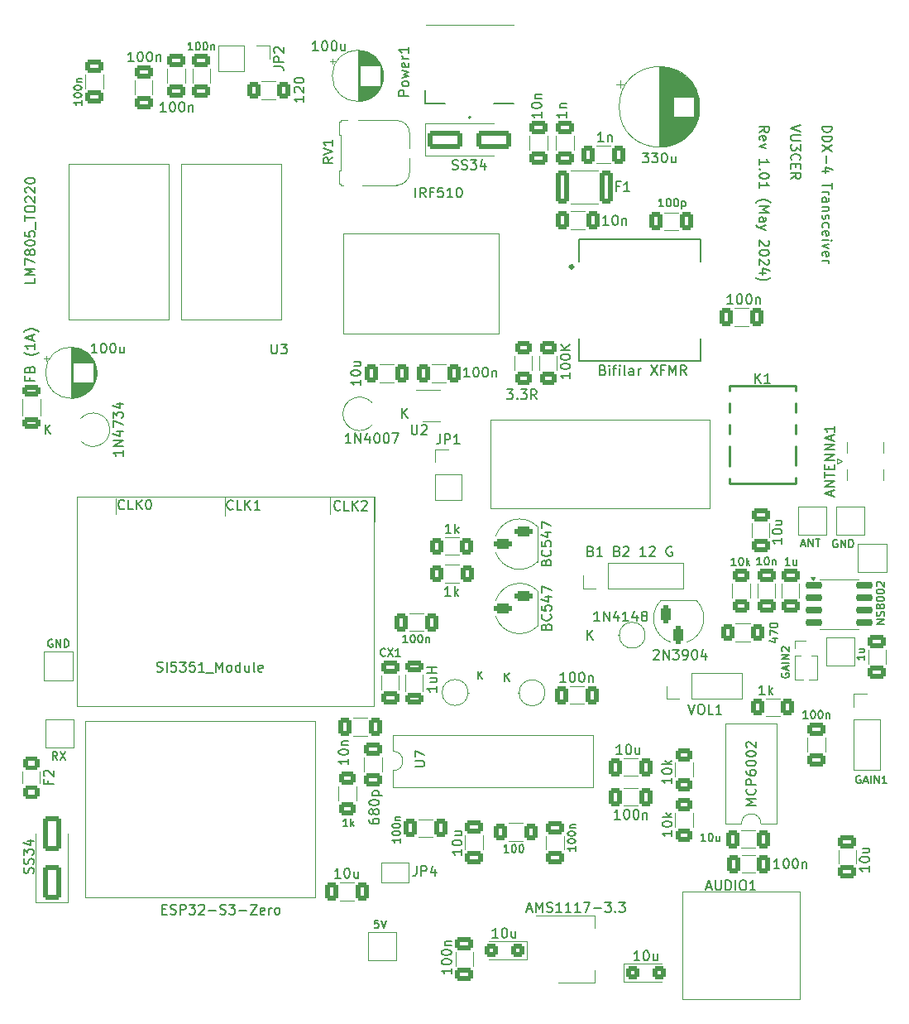
<source format=gbr>
%TF.GenerationSoftware,KiCad,Pcbnew,8.99.0-unknown-498d2c9db1~178~ubuntu22.04.1*%
%TF.CreationDate,2024-05-21T12:15:03+05:30*%
%TF.ProjectId,DDX-4,4444582d-342e-46b6-9963-61645f706362,rev?*%
%TF.SameCoordinates,Original*%
%TF.FileFunction,Legend,Top*%
%TF.FilePolarity,Positive*%
%FSLAX46Y46*%
G04 Gerber Fmt 4.6, Leading zero omitted, Abs format (unit mm)*
G04 Created by KiCad (PCBNEW 8.99.0-unknown-498d2c9db1~178~ubuntu22.04.1) date 2024-05-21 12:15:03*
%MOMM*%
%LPD*%
G01*
G04 APERTURE LIST*
G04 Aperture macros list*
%AMRoundRect*
0 Rectangle with rounded corners*
0 $1 Rounding radius*
0 $2 $3 $4 $5 $6 $7 $8 $9 X,Y pos of 4 corners*
0 Add a 4 corners polygon primitive as box body*
4,1,4,$2,$3,$4,$5,$6,$7,$8,$9,$2,$3,0*
0 Add four circle primitives for the rounded corners*
1,1,$1+$1,$2,$3*
1,1,$1+$1,$4,$5*
1,1,$1+$1,$6,$7*
1,1,$1+$1,$8,$9*
0 Add four rect primitives between the rounded corners*
20,1,$1+$1,$2,$3,$4,$5,0*
20,1,$1+$1,$4,$5,$6,$7,0*
20,1,$1+$1,$6,$7,$8,$9,0*
20,1,$1+$1,$8,$9,$2,$3,0*%
%AMFreePoly0*
4,1,6,1.000000,0.000000,0.500000,-0.750000,-0.500000,-0.750000,-0.500000,0.750000,0.500000,0.750000,1.000000,0.000000,1.000000,0.000000,$1*%
%AMFreePoly1*
4,1,6,0.500000,-0.750000,-0.650000,-0.750000,-0.150000,0.000000,-0.650000,0.750000,0.500000,0.750000,0.500000,-0.750000,0.500000,-0.750000,$1*%
G04 Aperture macros list end*
%ADD10C,0.150000*%
%ADD11C,0.120000*%
%ADD12C,0.127000*%
%ADD13C,0.200000*%
%ADD14C,0.300000*%
%ADD15C,0.250000*%
%ADD16RoundRect,0.250000X0.412500X0.650000X-0.412500X0.650000X-0.412500X-0.650000X0.412500X-0.650000X0*%
%ADD17O,3.500000X3.500000*%
%ADD18R,4.000000X1.905000*%
%ADD19O,4.000000X1.905000*%
%ADD20RoundRect,0.250000X-1.500000X-0.650000X1.500000X-0.650000X1.500000X0.650000X-1.500000X0.650000X0*%
%ADD21R,1.600000X1.600000*%
%ADD22C,1.600000*%
%ADD23RoundRect,0.250000X-0.400000X-0.625000X0.400000X-0.625000X0.400000X0.625000X-0.400000X0.625000X0*%
%ADD24R,1.560000X1.560000*%
%ADD25C,1.560000*%
%ADD26R,2.000000X1.500000*%
%ADD27R,2.000000X3.800000*%
%ADD28RoundRect,0.250000X0.625000X-0.400000X0.625000X0.400000X-0.625000X0.400000X-0.625000X-0.400000X0*%
%ADD29R,2.500000X2.500000*%
%ADD30R,2.200000X2.200000*%
%ADD31O,2.200000X2.200000*%
%ADD32C,0.800000*%
%ADD33C,6.400000*%
%ADD34RoundRect,0.250000X-0.412500X-0.650000X0.412500X-0.650000X0.412500X0.650000X-0.412500X0.650000X0*%
%ADD35R,1.560000X0.650000*%
%ADD36R,3.600000X1.270000*%
%ADD37R,4.200000X1.350000*%
%ADD38RoundRect,0.250000X0.650000X-0.412500X0.650000X0.412500X-0.650000X0.412500X-0.650000X-0.412500X0*%
%ADD39RoundRect,0.250000X-0.625000X0.400000X-0.625000X-0.400000X0.625000X-0.400000X0.625000X0.400000X0*%
%ADD40RoundRect,0.250000X0.700000X-0.362500X0.700000X0.362500X-0.700000X0.362500X-0.700000X-0.362500X0*%
%ADD41O,1.600000X1.600000*%
%ADD42C,2.020000*%
%ADD43O,4.400000X2.200000*%
%ADD44O,4.000000X2.000000*%
%ADD45O,2.000000X4.000000*%
%ADD46R,1.700000X1.700000*%
%ADD47O,1.700000X1.700000*%
%ADD48C,1.200000*%
%ADD49O,1.800000X2.500000*%
%ADD50O,2.500000X1.800000*%
%ADD51RoundRect,0.250000X-0.650000X0.412500X-0.650000X-0.412500X0.650000X-0.412500X0.650000X0.412500X0*%
%ADD52R,1.905000X4.000000*%
%ADD53O,1.905000X4.000000*%
%ADD54R,5.500000X2.150000*%
%ADD55R,1.800000X1.100000*%
%ADD56RoundRect,0.275000X0.625000X-0.275000X0.625000X0.275000X-0.625000X0.275000X-0.625000X-0.275000X0*%
%ADD57RoundRect,0.250000X-0.450000X-0.425000X0.450000X-0.425000X0.450000X0.425000X-0.450000X0.425000X0*%
%ADD58FreePoly0,0.000000*%
%ADD59FreePoly1,0.000000*%
%ADD60R,1.000000X1.000000*%
%ADD61O,1.000000X1.000000*%
%ADD62RoundRect,0.250001X-0.624999X0.462499X-0.624999X-0.462499X0.624999X-0.462499X0.624999X0.462499X0*%
%ADD63R,2.150000X0.800000*%
%ADD64RoundRect,0.250000X0.400000X0.625000X-0.400000X0.625000X-0.400000X-0.625000X0.400000X-0.625000X0*%
%ADD65RoundRect,0.150000X-0.725000X-0.150000X0.725000X-0.150000X0.725000X0.150000X-0.725000X0.150000X0*%
%ADD66RoundRect,0.250000X0.400000X1.450000X-0.400000X1.450000X-0.400000X-1.450000X0.400000X-1.450000X0*%
%ADD67RoundRect,0.250000X0.450000X0.425000X-0.450000X0.425000X-0.450000X-0.425000X0.450000X-0.425000X0*%
%ADD68RoundRect,0.250000X0.650000X-1.500000X0.650000X1.500000X-0.650000X1.500000X-0.650000X-1.500000X0*%
%ADD69R,1.100000X1.800000*%
%ADD70RoundRect,0.275000X0.275000X0.625000X-0.275000X0.625000X-0.275000X-0.625000X0.275000X-0.625000X0*%
%ADD71C,1.800000*%
G04 APERTURE END LIST*
D10*
X141666667Y-138132295D02*
X141400000Y-137751342D01*
X141209524Y-138132295D02*
X141209524Y-137332295D01*
X141209524Y-137332295D02*
X141514286Y-137332295D01*
X141514286Y-137332295D02*
X141590476Y-137370390D01*
X141590476Y-137370390D02*
X141628571Y-137408485D01*
X141628571Y-137408485D02*
X141666667Y-137484676D01*
X141666667Y-137484676D02*
X141666667Y-137598961D01*
X141666667Y-137598961D02*
X141628571Y-137675152D01*
X141628571Y-137675152D02*
X141590476Y-137713247D01*
X141590476Y-137713247D02*
X141514286Y-137751342D01*
X141514286Y-137751342D02*
X141209524Y-137751342D01*
X141933333Y-137332295D02*
X142466667Y-138132295D01*
X142466667Y-137332295D02*
X141933333Y-138132295D01*
X221480476Y-115640390D02*
X221404286Y-115602295D01*
X221404286Y-115602295D02*
X221290000Y-115602295D01*
X221290000Y-115602295D02*
X221175714Y-115640390D01*
X221175714Y-115640390D02*
X221099524Y-115716580D01*
X221099524Y-115716580D02*
X221061429Y-115792771D01*
X221061429Y-115792771D02*
X221023333Y-115945152D01*
X221023333Y-115945152D02*
X221023333Y-116059438D01*
X221023333Y-116059438D02*
X221061429Y-116211819D01*
X221061429Y-116211819D02*
X221099524Y-116288009D01*
X221099524Y-116288009D02*
X221175714Y-116364200D01*
X221175714Y-116364200D02*
X221290000Y-116402295D01*
X221290000Y-116402295D02*
X221366191Y-116402295D01*
X221366191Y-116402295D02*
X221480476Y-116364200D01*
X221480476Y-116364200D02*
X221518572Y-116326104D01*
X221518572Y-116326104D02*
X221518572Y-116059438D01*
X221518572Y-116059438D02*
X221366191Y-116059438D01*
X221861429Y-116402295D02*
X221861429Y-115602295D01*
X221861429Y-115602295D02*
X222318572Y-116402295D01*
X222318572Y-116402295D02*
X222318572Y-115602295D01*
X222699524Y-116402295D02*
X222699524Y-115602295D01*
X222699524Y-115602295D02*
X222890000Y-115602295D01*
X222890000Y-115602295D02*
X223004286Y-115640390D01*
X223004286Y-115640390D02*
X223080476Y-115716580D01*
X223080476Y-115716580D02*
X223118571Y-115792771D01*
X223118571Y-115792771D02*
X223156667Y-115945152D01*
X223156667Y-115945152D02*
X223156667Y-116059438D01*
X223156667Y-116059438D02*
X223118571Y-116211819D01*
X223118571Y-116211819D02*
X223080476Y-116288009D01*
X223080476Y-116288009D02*
X223004286Y-116364200D01*
X223004286Y-116364200D02*
X222890000Y-116402295D01*
X222890000Y-116402295D02*
X222699524Y-116402295D01*
X219969956Y-73366779D02*
X220969956Y-73366779D01*
X220969956Y-73366779D02*
X220969956Y-73604874D01*
X220969956Y-73604874D02*
X220922337Y-73747731D01*
X220922337Y-73747731D02*
X220827099Y-73842969D01*
X220827099Y-73842969D02*
X220731861Y-73890588D01*
X220731861Y-73890588D02*
X220541385Y-73938207D01*
X220541385Y-73938207D02*
X220398528Y-73938207D01*
X220398528Y-73938207D02*
X220208052Y-73890588D01*
X220208052Y-73890588D02*
X220112814Y-73842969D01*
X220112814Y-73842969D02*
X220017576Y-73747731D01*
X220017576Y-73747731D02*
X219969956Y-73604874D01*
X219969956Y-73604874D02*
X219969956Y-73366779D01*
X219969956Y-74366779D02*
X220969956Y-74366779D01*
X220969956Y-74366779D02*
X220969956Y-74604874D01*
X220969956Y-74604874D02*
X220922337Y-74747731D01*
X220922337Y-74747731D02*
X220827099Y-74842969D01*
X220827099Y-74842969D02*
X220731861Y-74890588D01*
X220731861Y-74890588D02*
X220541385Y-74938207D01*
X220541385Y-74938207D02*
X220398528Y-74938207D01*
X220398528Y-74938207D02*
X220208052Y-74890588D01*
X220208052Y-74890588D02*
X220112814Y-74842969D01*
X220112814Y-74842969D02*
X220017576Y-74747731D01*
X220017576Y-74747731D02*
X219969956Y-74604874D01*
X219969956Y-74604874D02*
X219969956Y-74366779D01*
X220969956Y-75271541D02*
X219969956Y-75938207D01*
X220969956Y-75938207D02*
X219969956Y-75271541D01*
X220350909Y-76319160D02*
X220350909Y-77081065D01*
X220636623Y-77985826D02*
X219969956Y-77985826D01*
X221017576Y-77747731D02*
X220303290Y-77509636D01*
X220303290Y-77509636D02*
X220303290Y-78128683D01*
X220969956Y-79128684D02*
X220969956Y-79700112D01*
X219969956Y-79414398D02*
X220969956Y-79414398D01*
X219969956Y-80033446D02*
X220636623Y-80033446D01*
X220446147Y-80033446D02*
X220541385Y-80081065D01*
X220541385Y-80081065D02*
X220589004Y-80128684D01*
X220589004Y-80128684D02*
X220636623Y-80223922D01*
X220636623Y-80223922D02*
X220636623Y-80319160D01*
X219969956Y-81081065D02*
X220493766Y-81081065D01*
X220493766Y-81081065D02*
X220589004Y-81033446D01*
X220589004Y-81033446D02*
X220636623Y-80938208D01*
X220636623Y-80938208D02*
X220636623Y-80747732D01*
X220636623Y-80747732D02*
X220589004Y-80652494D01*
X220017576Y-81081065D02*
X219969956Y-80985827D01*
X219969956Y-80985827D02*
X219969956Y-80747732D01*
X219969956Y-80747732D02*
X220017576Y-80652494D01*
X220017576Y-80652494D02*
X220112814Y-80604875D01*
X220112814Y-80604875D02*
X220208052Y-80604875D01*
X220208052Y-80604875D02*
X220303290Y-80652494D01*
X220303290Y-80652494D02*
X220350909Y-80747732D01*
X220350909Y-80747732D02*
X220350909Y-80985827D01*
X220350909Y-80985827D02*
X220398528Y-81081065D01*
X220636623Y-81557256D02*
X219969956Y-81557256D01*
X220541385Y-81557256D02*
X220589004Y-81604875D01*
X220589004Y-81604875D02*
X220636623Y-81700113D01*
X220636623Y-81700113D02*
X220636623Y-81842970D01*
X220636623Y-81842970D02*
X220589004Y-81938208D01*
X220589004Y-81938208D02*
X220493766Y-81985827D01*
X220493766Y-81985827D02*
X219969956Y-81985827D01*
X220017576Y-82414399D02*
X219969956Y-82509637D01*
X219969956Y-82509637D02*
X219969956Y-82700113D01*
X219969956Y-82700113D02*
X220017576Y-82795351D01*
X220017576Y-82795351D02*
X220112814Y-82842970D01*
X220112814Y-82842970D02*
X220160433Y-82842970D01*
X220160433Y-82842970D02*
X220255671Y-82795351D01*
X220255671Y-82795351D02*
X220303290Y-82700113D01*
X220303290Y-82700113D02*
X220303290Y-82557256D01*
X220303290Y-82557256D02*
X220350909Y-82462018D01*
X220350909Y-82462018D02*
X220446147Y-82414399D01*
X220446147Y-82414399D02*
X220493766Y-82414399D01*
X220493766Y-82414399D02*
X220589004Y-82462018D01*
X220589004Y-82462018D02*
X220636623Y-82557256D01*
X220636623Y-82557256D02*
X220636623Y-82700113D01*
X220636623Y-82700113D02*
X220589004Y-82795351D01*
X220017576Y-83700113D02*
X219969956Y-83604875D01*
X219969956Y-83604875D02*
X219969956Y-83414399D01*
X219969956Y-83414399D02*
X220017576Y-83319161D01*
X220017576Y-83319161D02*
X220065195Y-83271542D01*
X220065195Y-83271542D02*
X220160433Y-83223923D01*
X220160433Y-83223923D02*
X220446147Y-83223923D01*
X220446147Y-83223923D02*
X220541385Y-83271542D01*
X220541385Y-83271542D02*
X220589004Y-83319161D01*
X220589004Y-83319161D02*
X220636623Y-83414399D01*
X220636623Y-83414399D02*
X220636623Y-83604875D01*
X220636623Y-83604875D02*
X220589004Y-83700113D01*
X220017576Y-84509637D02*
X219969956Y-84414399D01*
X219969956Y-84414399D02*
X219969956Y-84223923D01*
X219969956Y-84223923D02*
X220017576Y-84128685D01*
X220017576Y-84128685D02*
X220112814Y-84081066D01*
X220112814Y-84081066D02*
X220493766Y-84081066D01*
X220493766Y-84081066D02*
X220589004Y-84128685D01*
X220589004Y-84128685D02*
X220636623Y-84223923D01*
X220636623Y-84223923D02*
X220636623Y-84414399D01*
X220636623Y-84414399D02*
X220589004Y-84509637D01*
X220589004Y-84509637D02*
X220493766Y-84557256D01*
X220493766Y-84557256D02*
X220398528Y-84557256D01*
X220398528Y-84557256D02*
X220303290Y-84081066D01*
X219969956Y-84985828D02*
X220636623Y-84985828D01*
X220969956Y-84985828D02*
X220922337Y-84938209D01*
X220922337Y-84938209D02*
X220874718Y-84985828D01*
X220874718Y-84985828D02*
X220922337Y-85033447D01*
X220922337Y-85033447D02*
X220969956Y-84985828D01*
X220969956Y-84985828D02*
X220874718Y-84985828D01*
X220636623Y-85366780D02*
X219969956Y-85604875D01*
X219969956Y-85604875D02*
X220636623Y-85842970D01*
X220017576Y-86604875D02*
X219969956Y-86509637D01*
X219969956Y-86509637D02*
X219969956Y-86319161D01*
X219969956Y-86319161D02*
X220017576Y-86223923D01*
X220017576Y-86223923D02*
X220112814Y-86176304D01*
X220112814Y-86176304D02*
X220493766Y-86176304D01*
X220493766Y-86176304D02*
X220589004Y-86223923D01*
X220589004Y-86223923D02*
X220636623Y-86319161D01*
X220636623Y-86319161D02*
X220636623Y-86509637D01*
X220636623Y-86509637D02*
X220589004Y-86604875D01*
X220589004Y-86604875D02*
X220493766Y-86652494D01*
X220493766Y-86652494D02*
X220398528Y-86652494D01*
X220398528Y-86652494D02*
X220303290Y-86176304D01*
X219969956Y-87081066D02*
X220636623Y-87081066D01*
X220446147Y-87081066D02*
X220541385Y-87128685D01*
X220541385Y-87128685D02*
X220589004Y-87176304D01*
X220589004Y-87176304D02*
X220636623Y-87271542D01*
X220636623Y-87271542D02*
X220636623Y-87366780D01*
X217750068Y-73223922D02*
X216750068Y-73557255D01*
X216750068Y-73557255D02*
X217750068Y-73890588D01*
X217750068Y-74223922D02*
X216940545Y-74223922D01*
X216940545Y-74223922D02*
X216845307Y-74271541D01*
X216845307Y-74271541D02*
X216797688Y-74319160D01*
X216797688Y-74319160D02*
X216750068Y-74414398D01*
X216750068Y-74414398D02*
X216750068Y-74604874D01*
X216750068Y-74604874D02*
X216797688Y-74700112D01*
X216797688Y-74700112D02*
X216845307Y-74747731D01*
X216845307Y-74747731D02*
X216940545Y-74795350D01*
X216940545Y-74795350D02*
X217750068Y-74795350D01*
X217750068Y-75176303D02*
X217750068Y-75795350D01*
X217750068Y-75795350D02*
X217369116Y-75462017D01*
X217369116Y-75462017D02*
X217369116Y-75604874D01*
X217369116Y-75604874D02*
X217321497Y-75700112D01*
X217321497Y-75700112D02*
X217273878Y-75747731D01*
X217273878Y-75747731D02*
X217178640Y-75795350D01*
X217178640Y-75795350D02*
X216940545Y-75795350D01*
X216940545Y-75795350D02*
X216845307Y-75747731D01*
X216845307Y-75747731D02*
X216797688Y-75700112D01*
X216797688Y-75700112D02*
X216750068Y-75604874D01*
X216750068Y-75604874D02*
X216750068Y-75319160D01*
X216750068Y-75319160D02*
X216797688Y-75223922D01*
X216797688Y-75223922D02*
X216845307Y-75176303D01*
X216845307Y-76795350D02*
X216797688Y-76747731D01*
X216797688Y-76747731D02*
X216750068Y-76604874D01*
X216750068Y-76604874D02*
X216750068Y-76509636D01*
X216750068Y-76509636D02*
X216797688Y-76366779D01*
X216797688Y-76366779D02*
X216892926Y-76271541D01*
X216892926Y-76271541D02*
X216988164Y-76223922D01*
X216988164Y-76223922D02*
X217178640Y-76176303D01*
X217178640Y-76176303D02*
X217321497Y-76176303D01*
X217321497Y-76176303D02*
X217511973Y-76223922D01*
X217511973Y-76223922D02*
X217607211Y-76271541D01*
X217607211Y-76271541D02*
X217702449Y-76366779D01*
X217702449Y-76366779D02*
X217750068Y-76509636D01*
X217750068Y-76509636D02*
X217750068Y-76604874D01*
X217750068Y-76604874D02*
X217702449Y-76747731D01*
X217702449Y-76747731D02*
X217654830Y-76795350D01*
X217273878Y-77223922D02*
X217273878Y-77557255D01*
X216750068Y-77700112D02*
X216750068Y-77223922D01*
X216750068Y-77223922D02*
X217750068Y-77223922D01*
X217750068Y-77223922D02*
X217750068Y-77700112D01*
X216750068Y-78700112D02*
X217226259Y-78366779D01*
X216750068Y-78128684D02*
X217750068Y-78128684D01*
X217750068Y-78128684D02*
X217750068Y-78509636D01*
X217750068Y-78509636D02*
X217702449Y-78604874D01*
X217702449Y-78604874D02*
X217654830Y-78652493D01*
X217654830Y-78652493D02*
X217559592Y-78700112D01*
X217559592Y-78700112D02*
X217416735Y-78700112D01*
X217416735Y-78700112D02*
X217321497Y-78652493D01*
X217321497Y-78652493D02*
X217273878Y-78604874D01*
X217273878Y-78604874D02*
X217226259Y-78509636D01*
X217226259Y-78509636D02*
X217226259Y-78128684D01*
X213530180Y-73938207D02*
X214006371Y-73604874D01*
X213530180Y-73366779D02*
X214530180Y-73366779D01*
X214530180Y-73366779D02*
X214530180Y-73747731D01*
X214530180Y-73747731D02*
X214482561Y-73842969D01*
X214482561Y-73842969D02*
X214434942Y-73890588D01*
X214434942Y-73890588D02*
X214339704Y-73938207D01*
X214339704Y-73938207D02*
X214196847Y-73938207D01*
X214196847Y-73938207D02*
X214101609Y-73890588D01*
X214101609Y-73890588D02*
X214053990Y-73842969D01*
X214053990Y-73842969D02*
X214006371Y-73747731D01*
X214006371Y-73747731D02*
X214006371Y-73366779D01*
X213577800Y-74747731D02*
X213530180Y-74652493D01*
X213530180Y-74652493D02*
X213530180Y-74462017D01*
X213530180Y-74462017D02*
X213577800Y-74366779D01*
X213577800Y-74366779D02*
X213673038Y-74319160D01*
X213673038Y-74319160D02*
X214053990Y-74319160D01*
X214053990Y-74319160D02*
X214149228Y-74366779D01*
X214149228Y-74366779D02*
X214196847Y-74462017D01*
X214196847Y-74462017D02*
X214196847Y-74652493D01*
X214196847Y-74652493D02*
X214149228Y-74747731D01*
X214149228Y-74747731D02*
X214053990Y-74795350D01*
X214053990Y-74795350D02*
X213958752Y-74795350D01*
X213958752Y-74795350D02*
X213863514Y-74319160D01*
X214196847Y-75128684D02*
X213530180Y-75366779D01*
X213530180Y-75366779D02*
X214196847Y-75604874D01*
X213530180Y-77271541D02*
X213530180Y-76700113D01*
X213530180Y-76985827D02*
X214530180Y-76985827D01*
X214530180Y-76985827D02*
X214387323Y-76890589D01*
X214387323Y-76890589D02*
X214292085Y-76795351D01*
X214292085Y-76795351D02*
X214244466Y-76700113D01*
X213625419Y-77700113D02*
X213577800Y-77747732D01*
X213577800Y-77747732D02*
X213530180Y-77700113D01*
X213530180Y-77700113D02*
X213577800Y-77652494D01*
X213577800Y-77652494D02*
X213625419Y-77700113D01*
X213625419Y-77700113D02*
X213530180Y-77700113D01*
X214530180Y-78366779D02*
X214530180Y-78462017D01*
X214530180Y-78462017D02*
X214482561Y-78557255D01*
X214482561Y-78557255D02*
X214434942Y-78604874D01*
X214434942Y-78604874D02*
X214339704Y-78652493D01*
X214339704Y-78652493D02*
X214149228Y-78700112D01*
X214149228Y-78700112D02*
X213911133Y-78700112D01*
X213911133Y-78700112D02*
X213720657Y-78652493D01*
X213720657Y-78652493D02*
X213625419Y-78604874D01*
X213625419Y-78604874D02*
X213577800Y-78557255D01*
X213577800Y-78557255D02*
X213530180Y-78462017D01*
X213530180Y-78462017D02*
X213530180Y-78366779D01*
X213530180Y-78366779D02*
X213577800Y-78271541D01*
X213577800Y-78271541D02*
X213625419Y-78223922D01*
X213625419Y-78223922D02*
X213720657Y-78176303D01*
X213720657Y-78176303D02*
X213911133Y-78128684D01*
X213911133Y-78128684D02*
X214149228Y-78128684D01*
X214149228Y-78128684D02*
X214339704Y-78176303D01*
X214339704Y-78176303D02*
X214434942Y-78223922D01*
X214434942Y-78223922D02*
X214482561Y-78271541D01*
X214482561Y-78271541D02*
X214530180Y-78366779D01*
X213530180Y-79652493D02*
X213530180Y-79081065D01*
X213530180Y-79366779D02*
X214530180Y-79366779D01*
X214530180Y-79366779D02*
X214387323Y-79271541D01*
X214387323Y-79271541D02*
X214292085Y-79176303D01*
X214292085Y-79176303D02*
X214244466Y-79081065D01*
X213149228Y-81128684D02*
X213196847Y-81081065D01*
X213196847Y-81081065D02*
X213339704Y-80985827D01*
X213339704Y-80985827D02*
X213434942Y-80938208D01*
X213434942Y-80938208D02*
X213577800Y-80890589D01*
X213577800Y-80890589D02*
X213815895Y-80842970D01*
X213815895Y-80842970D02*
X214006371Y-80842970D01*
X214006371Y-80842970D02*
X214244466Y-80890589D01*
X214244466Y-80890589D02*
X214387323Y-80938208D01*
X214387323Y-80938208D02*
X214482561Y-80985827D01*
X214482561Y-80985827D02*
X214625419Y-81081065D01*
X214625419Y-81081065D02*
X214673038Y-81128684D01*
X213530180Y-81509637D02*
X214530180Y-81509637D01*
X214530180Y-81509637D02*
X213815895Y-81842970D01*
X213815895Y-81842970D02*
X214530180Y-82176303D01*
X214530180Y-82176303D02*
X213530180Y-82176303D01*
X213530180Y-83081065D02*
X214053990Y-83081065D01*
X214053990Y-83081065D02*
X214149228Y-83033446D01*
X214149228Y-83033446D02*
X214196847Y-82938208D01*
X214196847Y-82938208D02*
X214196847Y-82747732D01*
X214196847Y-82747732D02*
X214149228Y-82652494D01*
X213577800Y-83081065D02*
X213530180Y-82985827D01*
X213530180Y-82985827D02*
X213530180Y-82747732D01*
X213530180Y-82747732D02*
X213577800Y-82652494D01*
X213577800Y-82652494D02*
X213673038Y-82604875D01*
X213673038Y-82604875D02*
X213768276Y-82604875D01*
X213768276Y-82604875D02*
X213863514Y-82652494D01*
X213863514Y-82652494D02*
X213911133Y-82747732D01*
X213911133Y-82747732D02*
X213911133Y-82985827D01*
X213911133Y-82985827D02*
X213958752Y-83081065D01*
X214196847Y-83462018D02*
X213530180Y-83700113D01*
X214196847Y-83938208D02*
X213530180Y-83700113D01*
X213530180Y-83700113D02*
X213292085Y-83604875D01*
X213292085Y-83604875D02*
X213244466Y-83557256D01*
X213244466Y-83557256D02*
X213196847Y-83462018D01*
X214434942Y-85033447D02*
X214482561Y-85081066D01*
X214482561Y-85081066D02*
X214530180Y-85176304D01*
X214530180Y-85176304D02*
X214530180Y-85414399D01*
X214530180Y-85414399D02*
X214482561Y-85509637D01*
X214482561Y-85509637D02*
X214434942Y-85557256D01*
X214434942Y-85557256D02*
X214339704Y-85604875D01*
X214339704Y-85604875D02*
X214244466Y-85604875D01*
X214244466Y-85604875D02*
X214101609Y-85557256D01*
X214101609Y-85557256D02*
X213530180Y-84985828D01*
X213530180Y-84985828D02*
X213530180Y-85604875D01*
X214530180Y-86223923D02*
X214530180Y-86319161D01*
X214530180Y-86319161D02*
X214482561Y-86414399D01*
X214482561Y-86414399D02*
X214434942Y-86462018D01*
X214434942Y-86462018D02*
X214339704Y-86509637D01*
X214339704Y-86509637D02*
X214149228Y-86557256D01*
X214149228Y-86557256D02*
X213911133Y-86557256D01*
X213911133Y-86557256D02*
X213720657Y-86509637D01*
X213720657Y-86509637D02*
X213625419Y-86462018D01*
X213625419Y-86462018D02*
X213577800Y-86414399D01*
X213577800Y-86414399D02*
X213530180Y-86319161D01*
X213530180Y-86319161D02*
X213530180Y-86223923D01*
X213530180Y-86223923D02*
X213577800Y-86128685D01*
X213577800Y-86128685D02*
X213625419Y-86081066D01*
X213625419Y-86081066D02*
X213720657Y-86033447D01*
X213720657Y-86033447D02*
X213911133Y-85985828D01*
X213911133Y-85985828D02*
X214149228Y-85985828D01*
X214149228Y-85985828D02*
X214339704Y-86033447D01*
X214339704Y-86033447D02*
X214434942Y-86081066D01*
X214434942Y-86081066D02*
X214482561Y-86128685D01*
X214482561Y-86128685D02*
X214530180Y-86223923D01*
X214434942Y-86938209D02*
X214482561Y-86985828D01*
X214482561Y-86985828D02*
X214530180Y-87081066D01*
X214530180Y-87081066D02*
X214530180Y-87319161D01*
X214530180Y-87319161D02*
X214482561Y-87414399D01*
X214482561Y-87414399D02*
X214434942Y-87462018D01*
X214434942Y-87462018D02*
X214339704Y-87509637D01*
X214339704Y-87509637D02*
X214244466Y-87509637D01*
X214244466Y-87509637D02*
X214101609Y-87462018D01*
X214101609Y-87462018D02*
X213530180Y-86890590D01*
X213530180Y-86890590D02*
X213530180Y-87509637D01*
X214196847Y-88366780D02*
X213530180Y-88366780D01*
X214577800Y-88128685D02*
X213863514Y-87890590D01*
X213863514Y-87890590D02*
X213863514Y-88509637D01*
X213149228Y-88795352D02*
X213196847Y-88842971D01*
X213196847Y-88842971D02*
X213339704Y-88938209D01*
X213339704Y-88938209D02*
X213434942Y-88985828D01*
X213434942Y-88985828D02*
X213577800Y-89033447D01*
X213577800Y-89033447D02*
X213815895Y-89081066D01*
X213815895Y-89081066D02*
X214006371Y-89081066D01*
X214006371Y-89081066D02*
X214244466Y-89033447D01*
X214244466Y-89033447D02*
X214387323Y-88985828D01*
X214387323Y-88985828D02*
X214482561Y-88938209D01*
X214482561Y-88938209D02*
X214625419Y-88842971D01*
X214625419Y-88842971D02*
X214673038Y-88795352D01*
X196273809Y-116781009D02*
X196416666Y-116828628D01*
X196416666Y-116828628D02*
X196464285Y-116876247D01*
X196464285Y-116876247D02*
X196511904Y-116971485D01*
X196511904Y-116971485D02*
X196511904Y-117114342D01*
X196511904Y-117114342D02*
X196464285Y-117209580D01*
X196464285Y-117209580D02*
X196416666Y-117257200D01*
X196416666Y-117257200D02*
X196321428Y-117304819D01*
X196321428Y-117304819D02*
X195940476Y-117304819D01*
X195940476Y-117304819D02*
X195940476Y-116304819D01*
X195940476Y-116304819D02*
X196273809Y-116304819D01*
X196273809Y-116304819D02*
X196369047Y-116352438D01*
X196369047Y-116352438D02*
X196416666Y-116400057D01*
X196416666Y-116400057D02*
X196464285Y-116495295D01*
X196464285Y-116495295D02*
X196464285Y-116590533D01*
X196464285Y-116590533D02*
X196416666Y-116685771D01*
X196416666Y-116685771D02*
X196369047Y-116733390D01*
X196369047Y-116733390D02*
X196273809Y-116781009D01*
X196273809Y-116781009D02*
X195940476Y-116781009D01*
X197464285Y-117304819D02*
X196892857Y-117304819D01*
X197178571Y-117304819D02*
X197178571Y-116304819D01*
X197178571Y-116304819D02*
X197083333Y-116447676D01*
X197083333Y-116447676D02*
X196988095Y-116542914D01*
X196988095Y-116542914D02*
X196892857Y-116590533D01*
X198988095Y-116781009D02*
X199130952Y-116828628D01*
X199130952Y-116828628D02*
X199178571Y-116876247D01*
X199178571Y-116876247D02*
X199226190Y-116971485D01*
X199226190Y-116971485D02*
X199226190Y-117114342D01*
X199226190Y-117114342D02*
X199178571Y-117209580D01*
X199178571Y-117209580D02*
X199130952Y-117257200D01*
X199130952Y-117257200D02*
X199035714Y-117304819D01*
X199035714Y-117304819D02*
X198654762Y-117304819D01*
X198654762Y-117304819D02*
X198654762Y-116304819D01*
X198654762Y-116304819D02*
X198988095Y-116304819D01*
X198988095Y-116304819D02*
X199083333Y-116352438D01*
X199083333Y-116352438D02*
X199130952Y-116400057D01*
X199130952Y-116400057D02*
X199178571Y-116495295D01*
X199178571Y-116495295D02*
X199178571Y-116590533D01*
X199178571Y-116590533D02*
X199130952Y-116685771D01*
X199130952Y-116685771D02*
X199083333Y-116733390D01*
X199083333Y-116733390D02*
X198988095Y-116781009D01*
X198988095Y-116781009D02*
X198654762Y-116781009D01*
X199607143Y-116400057D02*
X199654762Y-116352438D01*
X199654762Y-116352438D02*
X199750000Y-116304819D01*
X199750000Y-116304819D02*
X199988095Y-116304819D01*
X199988095Y-116304819D02*
X200083333Y-116352438D01*
X200083333Y-116352438D02*
X200130952Y-116400057D01*
X200130952Y-116400057D02*
X200178571Y-116495295D01*
X200178571Y-116495295D02*
X200178571Y-116590533D01*
X200178571Y-116590533D02*
X200130952Y-116733390D01*
X200130952Y-116733390D02*
X199559524Y-117304819D01*
X199559524Y-117304819D02*
X200178571Y-117304819D01*
X201892857Y-117304819D02*
X201321429Y-117304819D01*
X201607143Y-117304819D02*
X201607143Y-116304819D01*
X201607143Y-116304819D02*
X201511905Y-116447676D01*
X201511905Y-116447676D02*
X201416667Y-116542914D01*
X201416667Y-116542914D02*
X201321429Y-116590533D01*
X202273810Y-116400057D02*
X202321429Y-116352438D01*
X202321429Y-116352438D02*
X202416667Y-116304819D01*
X202416667Y-116304819D02*
X202654762Y-116304819D01*
X202654762Y-116304819D02*
X202750000Y-116352438D01*
X202750000Y-116352438D02*
X202797619Y-116400057D01*
X202797619Y-116400057D02*
X202845238Y-116495295D01*
X202845238Y-116495295D02*
X202845238Y-116590533D01*
X202845238Y-116590533D02*
X202797619Y-116733390D01*
X202797619Y-116733390D02*
X202226191Y-117304819D01*
X202226191Y-117304819D02*
X202845238Y-117304819D01*
X204559524Y-116352438D02*
X204464286Y-116304819D01*
X204464286Y-116304819D02*
X204321429Y-116304819D01*
X204321429Y-116304819D02*
X204178572Y-116352438D01*
X204178572Y-116352438D02*
X204083334Y-116447676D01*
X204083334Y-116447676D02*
X204035715Y-116542914D01*
X204035715Y-116542914D02*
X203988096Y-116733390D01*
X203988096Y-116733390D02*
X203988096Y-116876247D01*
X203988096Y-116876247D02*
X204035715Y-117066723D01*
X204035715Y-117066723D02*
X204083334Y-117161961D01*
X204083334Y-117161961D02*
X204178572Y-117257200D01*
X204178572Y-117257200D02*
X204321429Y-117304819D01*
X204321429Y-117304819D02*
X204416667Y-117304819D01*
X204416667Y-117304819D02*
X204559524Y-117257200D01*
X204559524Y-117257200D02*
X204607143Y-117209580D01*
X204607143Y-117209580D02*
X204607143Y-116876247D01*
X204607143Y-116876247D02*
X204416667Y-116876247D01*
X174527619Y-154532295D02*
X174146667Y-154532295D01*
X174146667Y-154532295D02*
X174108571Y-154913247D01*
X174108571Y-154913247D02*
X174146667Y-154875152D01*
X174146667Y-154875152D02*
X174222857Y-154837057D01*
X174222857Y-154837057D02*
X174413333Y-154837057D01*
X174413333Y-154837057D02*
X174489524Y-154875152D01*
X174489524Y-154875152D02*
X174527619Y-154913247D01*
X174527619Y-154913247D02*
X174565714Y-154989438D01*
X174565714Y-154989438D02*
X174565714Y-155179914D01*
X174565714Y-155179914D02*
X174527619Y-155256104D01*
X174527619Y-155256104D02*
X174489524Y-155294200D01*
X174489524Y-155294200D02*
X174413333Y-155332295D01*
X174413333Y-155332295D02*
X174222857Y-155332295D01*
X174222857Y-155332295D02*
X174146667Y-155294200D01*
X174146667Y-155294200D02*
X174108571Y-155256104D01*
X174794286Y-154532295D02*
X175060953Y-155332295D01*
X175060953Y-155332295D02*
X175327619Y-154532295D01*
X217825714Y-116113723D02*
X218206667Y-116113723D01*
X217749524Y-116342295D02*
X218016191Y-115542295D01*
X218016191Y-115542295D02*
X218282857Y-116342295D01*
X218549524Y-116342295D02*
X218549524Y-115542295D01*
X218549524Y-115542295D02*
X219006667Y-116342295D01*
X219006667Y-116342295D02*
X219006667Y-115542295D01*
X219273333Y-115542295D02*
X219730476Y-115542295D01*
X219501904Y-116342295D02*
X219501904Y-115542295D01*
X141140476Y-125850390D02*
X141064286Y-125812295D01*
X141064286Y-125812295D02*
X140950000Y-125812295D01*
X140950000Y-125812295D02*
X140835714Y-125850390D01*
X140835714Y-125850390D02*
X140759524Y-125926580D01*
X140759524Y-125926580D02*
X140721429Y-126002771D01*
X140721429Y-126002771D02*
X140683333Y-126155152D01*
X140683333Y-126155152D02*
X140683333Y-126269438D01*
X140683333Y-126269438D02*
X140721429Y-126421819D01*
X140721429Y-126421819D02*
X140759524Y-126498009D01*
X140759524Y-126498009D02*
X140835714Y-126574200D01*
X140835714Y-126574200D02*
X140950000Y-126612295D01*
X140950000Y-126612295D02*
X141026191Y-126612295D01*
X141026191Y-126612295D02*
X141140476Y-126574200D01*
X141140476Y-126574200D02*
X141178572Y-126536104D01*
X141178572Y-126536104D02*
X141178572Y-126269438D01*
X141178572Y-126269438D02*
X141026191Y-126269438D01*
X141521429Y-126612295D02*
X141521429Y-125812295D01*
X141521429Y-125812295D02*
X141978572Y-126612295D01*
X141978572Y-126612295D02*
X141978572Y-125812295D01*
X142359524Y-126612295D02*
X142359524Y-125812295D01*
X142359524Y-125812295D02*
X142550000Y-125812295D01*
X142550000Y-125812295D02*
X142664286Y-125850390D01*
X142664286Y-125850390D02*
X142740476Y-125926580D01*
X142740476Y-125926580D02*
X142778571Y-126002771D01*
X142778571Y-126002771D02*
X142816667Y-126155152D01*
X142816667Y-126155152D02*
X142816667Y-126269438D01*
X142816667Y-126269438D02*
X142778571Y-126421819D01*
X142778571Y-126421819D02*
X142740476Y-126498009D01*
X142740476Y-126498009D02*
X142664286Y-126574200D01*
X142664286Y-126574200D02*
X142550000Y-126612295D01*
X142550000Y-126612295D02*
X142359524Y-126612295D01*
X210828452Y-91504819D02*
X210257024Y-91504819D01*
X210542738Y-91504819D02*
X210542738Y-90504819D01*
X210542738Y-90504819D02*
X210447500Y-90647676D01*
X210447500Y-90647676D02*
X210352262Y-90742914D01*
X210352262Y-90742914D02*
X210257024Y-90790533D01*
X211447500Y-90504819D02*
X211542738Y-90504819D01*
X211542738Y-90504819D02*
X211637976Y-90552438D01*
X211637976Y-90552438D02*
X211685595Y-90600057D01*
X211685595Y-90600057D02*
X211733214Y-90695295D01*
X211733214Y-90695295D02*
X211780833Y-90885771D01*
X211780833Y-90885771D02*
X211780833Y-91123866D01*
X211780833Y-91123866D02*
X211733214Y-91314342D01*
X211733214Y-91314342D02*
X211685595Y-91409580D01*
X211685595Y-91409580D02*
X211637976Y-91457200D01*
X211637976Y-91457200D02*
X211542738Y-91504819D01*
X211542738Y-91504819D02*
X211447500Y-91504819D01*
X211447500Y-91504819D02*
X211352262Y-91457200D01*
X211352262Y-91457200D02*
X211304643Y-91409580D01*
X211304643Y-91409580D02*
X211257024Y-91314342D01*
X211257024Y-91314342D02*
X211209405Y-91123866D01*
X211209405Y-91123866D02*
X211209405Y-90885771D01*
X211209405Y-90885771D02*
X211257024Y-90695295D01*
X211257024Y-90695295D02*
X211304643Y-90600057D01*
X211304643Y-90600057D02*
X211352262Y-90552438D01*
X211352262Y-90552438D02*
X211447500Y-90504819D01*
X212399881Y-90504819D02*
X212495119Y-90504819D01*
X212495119Y-90504819D02*
X212590357Y-90552438D01*
X212590357Y-90552438D02*
X212637976Y-90600057D01*
X212637976Y-90600057D02*
X212685595Y-90695295D01*
X212685595Y-90695295D02*
X212733214Y-90885771D01*
X212733214Y-90885771D02*
X212733214Y-91123866D01*
X212733214Y-91123866D02*
X212685595Y-91314342D01*
X212685595Y-91314342D02*
X212637976Y-91409580D01*
X212637976Y-91409580D02*
X212590357Y-91457200D01*
X212590357Y-91457200D02*
X212495119Y-91504819D01*
X212495119Y-91504819D02*
X212399881Y-91504819D01*
X212399881Y-91504819D02*
X212304643Y-91457200D01*
X212304643Y-91457200D02*
X212257024Y-91409580D01*
X212257024Y-91409580D02*
X212209405Y-91314342D01*
X212209405Y-91314342D02*
X212161786Y-91123866D01*
X212161786Y-91123866D02*
X212161786Y-90885771D01*
X212161786Y-90885771D02*
X212209405Y-90695295D01*
X212209405Y-90695295D02*
X212257024Y-90600057D01*
X212257024Y-90600057D02*
X212304643Y-90552438D01*
X212304643Y-90552438D02*
X212399881Y-90504819D01*
X213161786Y-90838152D02*
X213161786Y-91504819D01*
X213161786Y-90933390D02*
X213209405Y-90885771D01*
X213209405Y-90885771D02*
X213304643Y-90838152D01*
X213304643Y-90838152D02*
X213447500Y-90838152D01*
X213447500Y-90838152D02*
X213542738Y-90885771D01*
X213542738Y-90885771D02*
X213590357Y-90981009D01*
X213590357Y-90981009D02*
X213590357Y-91504819D01*
X178322857Y-80614819D02*
X178322857Y-79614819D01*
X179370475Y-80614819D02*
X179037142Y-80138628D01*
X178799047Y-80614819D02*
X178799047Y-79614819D01*
X178799047Y-79614819D02*
X179179999Y-79614819D01*
X179179999Y-79614819D02*
X179275237Y-79662438D01*
X179275237Y-79662438D02*
X179322856Y-79710057D01*
X179322856Y-79710057D02*
X179370475Y-79805295D01*
X179370475Y-79805295D02*
X179370475Y-79948152D01*
X179370475Y-79948152D02*
X179322856Y-80043390D01*
X179322856Y-80043390D02*
X179275237Y-80091009D01*
X179275237Y-80091009D02*
X179179999Y-80138628D01*
X179179999Y-80138628D02*
X178799047Y-80138628D01*
X180132380Y-80091009D02*
X179799047Y-80091009D01*
X179799047Y-80614819D02*
X179799047Y-79614819D01*
X179799047Y-79614819D02*
X180275237Y-79614819D01*
X181132380Y-79614819D02*
X180656190Y-79614819D01*
X180656190Y-79614819D02*
X180608571Y-80091009D01*
X180608571Y-80091009D02*
X180656190Y-80043390D01*
X180656190Y-80043390D02*
X180751428Y-79995771D01*
X180751428Y-79995771D02*
X180989523Y-79995771D01*
X180989523Y-79995771D02*
X181084761Y-80043390D01*
X181084761Y-80043390D02*
X181132380Y-80091009D01*
X181132380Y-80091009D02*
X181179999Y-80186247D01*
X181179999Y-80186247D02*
X181179999Y-80424342D01*
X181179999Y-80424342D02*
X181132380Y-80519580D01*
X181132380Y-80519580D02*
X181084761Y-80567200D01*
X181084761Y-80567200D02*
X180989523Y-80614819D01*
X180989523Y-80614819D02*
X180751428Y-80614819D01*
X180751428Y-80614819D02*
X180656190Y-80567200D01*
X180656190Y-80567200D02*
X180608571Y-80519580D01*
X182132380Y-80614819D02*
X181560952Y-80614819D01*
X181846666Y-80614819D02*
X181846666Y-79614819D01*
X181846666Y-79614819D02*
X181751428Y-79757676D01*
X181751428Y-79757676D02*
X181656190Y-79852914D01*
X181656190Y-79852914D02*
X181560952Y-79900533D01*
X182751428Y-79614819D02*
X182846666Y-79614819D01*
X182846666Y-79614819D02*
X182941904Y-79662438D01*
X182941904Y-79662438D02*
X182989523Y-79710057D01*
X182989523Y-79710057D02*
X183037142Y-79805295D01*
X183037142Y-79805295D02*
X183084761Y-79995771D01*
X183084761Y-79995771D02*
X183084761Y-80233866D01*
X183084761Y-80233866D02*
X183037142Y-80424342D01*
X183037142Y-80424342D02*
X182989523Y-80519580D01*
X182989523Y-80519580D02*
X182941904Y-80567200D01*
X182941904Y-80567200D02*
X182846666Y-80614819D01*
X182846666Y-80614819D02*
X182751428Y-80614819D01*
X182751428Y-80614819D02*
X182656190Y-80567200D01*
X182656190Y-80567200D02*
X182608571Y-80519580D01*
X182608571Y-80519580D02*
X182560952Y-80424342D01*
X182560952Y-80424342D02*
X182513333Y-80233866D01*
X182513333Y-80233866D02*
X182513333Y-79995771D01*
X182513333Y-79995771D02*
X182560952Y-79805295D01*
X182560952Y-79805295D02*
X182608571Y-79710057D01*
X182608571Y-79710057D02*
X182656190Y-79662438D01*
X182656190Y-79662438D02*
X182751428Y-79614819D01*
X182087714Y-77711515D02*
X182230571Y-77759134D01*
X182230571Y-77759134D02*
X182468666Y-77759134D01*
X182468666Y-77759134D02*
X182563904Y-77711515D01*
X182563904Y-77711515D02*
X182611523Y-77663895D01*
X182611523Y-77663895D02*
X182659142Y-77568657D01*
X182659142Y-77568657D02*
X182659142Y-77473419D01*
X182659142Y-77473419D02*
X182611523Y-77378181D01*
X182611523Y-77378181D02*
X182563904Y-77330562D01*
X182563904Y-77330562D02*
X182468666Y-77282943D01*
X182468666Y-77282943D02*
X182278190Y-77235324D01*
X182278190Y-77235324D02*
X182182952Y-77187705D01*
X182182952Y-77187705D02*
X182135333Y-77140086D01*
X182135333Y-77140086D02*
X182087714Y-77044848D01*
X182087714Y-77044848D02*
X182087714Y-76949610D01*
X182087714Y-76949610D02*
X182135333Y-76854372D01*
X182135333Y-76854372D02*
X182182952Y-76806753D01*
X182182952Y-76806753D02*
X182278190Y-76759134D01*
X182278190Y-76759134D02*
X182516285Y-76759134D01*
X182516285Y-76759134D02*
X182659142Y-76806753D01*
X183040095Y-77711515D02*
X183182952Y-77759134D01*
X183182952Y-77759134D02*
X183421047Y-77759134D01*
X183421047Y-77759134D02*
X183516285Y-77711515D01*
X183516285Y-77711515D02*
X183563904Y-77663895D01*
X183563904Y-77663895D02*
X183611523Y-77568657D01*
X183611523Y-77568657D02*
X183611523Y-77473419D01*
X183611523Y-77473419D02*
X183563904Y-77378181D01*
X183563904Y-77378181D02*
X183516285Y-77330562D01*
X183516285Y-77330562D02*
X183421047Y-77282943D01*
X183421047Y-77282943D02*
X183230571Y-77235324D01*
X183230571Y-77235324D02*
X183135333Y-77187705D01*
X183135333Y-77187705D02*
X183087714Y-77140086D01*
X183087714Y-77140086D02*
X183040095Y-77044848D01*
X183040095Y-77044848D02*
X183040095Y-76949610D01*
X183040095Y-76949610D02*
X183087714Y-76854372D01*
X183087714Y-76854372D02*
X183135333Y-76806753D01*
X183135333Y-76806753D02*
X183230571Y-76759134D01*
X183230571Y-76759134D02*
X183468666Y-76759134D01*
X183468666Y-76759134D02*
X183611523Y-76806753D01*
X183944857Y-76759134D02*
X184563904Y-76759134D01*
X184563904Y-76759134D02*
X184230571Y-77140086D01*
X184230571Y-77140086D02*
X184373428Y-77140086D01*
X184373428Y-77140086D02*
X184468666Y-77187705D01*
X184468666Y-77187705D02*
X184516285Y-77235324D01*
X184516285Y-77235324D02*
X184563904Y-77330562D01*
X184563904Y-77330562D02*
X184563904Y-77568657D01*
X184563904Y-77568657D02*
X184516285Y-77663895D01*
X184516285Y-77663895D02*
X184468666Y-77711515D01*
X184468666Y-77711515D02*
X184373428Y-77759134D01*
X184373428Y-77759134D02*
X184087714Y-77759134D01*
X184087714Y-77759134D02*
X183992476Y-77711515D01*
X183992476Y-77711515D02*
X183944857Y-77663895D01*
X185421047Y-77092467D02*
X185421047Y-77759134D01*
X185182952Y-76711515D02*
X184944857Y-77425800D01*
X184944857Y-77425800D02*
X185563904Y-77425800D01*
X201559254Y-76054819D02*
X202178301Y-76054819D01*
X202178301Y-76054819D02*
X201844968Y-76435771D01*
X201844968Y-76435771D02*
X201987825Y-76435771D01*
X201987825Y-76435771D02*
X202083063Y-76483390D01*
X202083063Y-76483390D02*
X202130682Y-76531009D01*
X202130682Y-76531009D02*
X202178301Y-76626247D01*
X202178301Y-76626247D02*
X202178301Y-76864342D01*
X202178301Y-76864342D02*
X202130682Y-76959580D01*
X202130682Y-76959580D02*
X202083063Y-77007200D01*
X202083063Y-77007200D02*
X201987825Y-77054819D01*
X201987825Y-77054819D02*
X201702111Y-77054819D01*
X201702111Y-77054819D02*
X201606873Y-77007200D01*
X201606873Y-77007200D02*
X201559254Y-76959580D01*
X202511635Y-76054819D02*
X203130682Y-76054819D01*
X203130682Y-76054819D02*
X202797349Y-76435771D01*
X202797349Y-76435771D02*
X202940206Y-76435771D01*
X202940206Y-76435771D02*
X203035444Y-76483390D01*
X203035444Y-76483390D02*
X203083063Y-76531009D01*
X203083063Y-76531009D02*
X203130682Y-76626247D01*
X203130682Y-76626247D02*
X203130682Y-76864342D01*
X203130682Y-76864342D02*
X203083063Y-76959580D01*
X203083063Y-76959580D02*
X203035444Y-77007200D01*
X203035444Y-77007200D02*
X202940206Y-77054819D01*
X202940206Y-77054819D02*
X202654492Y-77054819D01*
X202654492Y-77054819D02*
X202559254Y-77007200D01*
X202559254Y-77007200D02*
X202511635Y-76959580D01*
X203749730Y-76054819D02*
X203844968Y-76054819D01*
X203844968Y-76054819D02*
X203940206Y-76102438D01*
X203940206Y-76102438D02*
X203987825Y-76150057D01*
X203987825Y-76150057D02*
X204035444Y-76245295D01*
X204035444Y-76245295D02*
X204083063Y-76435771D01*
X204083063Y-76435771D02*
X204083063Y-76673866D01*
X204083063Y-76673866D02*
X204035444Y-76864342D01*
X204035444Y-76864342D02*
X203987825Y-76959580D01*
X203987825Y-76959580D02*
X203940206Y-77007200D01*
X203940206Y-77007200D02*
X203844968Y-77054819D01*
X203844968Y-77054819D02*
X203749730Y-77054819D01*
X203749730Y-77054819D02*
X203654492Y-77007200D01*
X203654492Y-77007200D02*
X203606873Y-76959580D01*
X203606873Y-76959580D02*
X203559254Y-76864342D01*
X203559254Y-76864342D02*
X203511635Y-76673866D01*
X203511635Y-76673866D02*
X203511635Y-76435771D01*
X203511635Y-76435771D02*
X203559254Y-76245295D01*
X203559254Y-76245295D02*
X203606873Y-76150057D01*
X203606873Y-76150057D02*
X203654492Y-76102438D01*
X203654492Y-76102438D02*
X203749730Y-76054819D01*
X204940206Y-76388152D02*
X204940206Y-77054819D01*
X204511635Y-76388152D02*
X204511635Y-76911961D01*
X204511635Y-76911961D02*
X204559254Y-77007200D01*
X204559254Y-77007200D02*
X204654492Y-77054819D01*
X204654492Y-77054819D02*
X204797349Y-77054819D01*
X204797349Y-77054819D02*
X204892587Y-77007200D01*
X204892587Y-77007200D02*
X204940206Y-76959580D01*
X168370952Y-65594819D02*
X167799524Y-65594819D01*
X168085238Y-65594819D02*
X168085238Y-64594819D01*
X168085238Y-64594819D02*
X167990000Y-64737676D01*
X167990000Y-64737676D02*
X167894762Y-64832914D01*
X167894762Y-64832914D02*
X167799524Y-64880533D01*
X168990000Y-64594819D02*
X169085238Y-64594819D01*
X169085238Y-64594819D02*
X169180476Y-64642438D01*
X169180476Y-64642438D02*
X169228095Y-64690057D01*
X169228095Y-64690057D02*
X169275714Y-64785295D01*
X169275714Y-64785295D02*
X169323333Y-64975771D01*
X169323333Y-64975771D02*
X169323333Y-65213866D01*
X169323333Y-65213866D02*
X169275714Y-65404342D01*
X169275714Y-65404342D02*
X169228095Y-65499580D01*
X169228095Y-65499580D02*
X169180476Y-65547200D01*
X169180476Y-65547200D02*
X169085238Y-65594819D01*
X169085238Y-65594819D02*
X168990000Y-65594819D01*
X168990000Y-65594819D02*
X168894762Y-65547200D01*
X168894762Y-65547200D02*
X168847143Y-65499580D01*
X168847143Y-65499580D02*
X168799524Y-65404342D01*
X168799524Y-65404342D02*
X168751905Y-65213866D01*
X168751905Y-65213866D02*
X168751905Y-64975771D01*
X168751905Y-64975771D02*
X168799524Y-64785295D01*
X168799524Y-64785295D02*
X168847143Y-64690057D01*
X168847143Y-64690057D02*
X168894762Y-64642438D01*
X168894762Y-64642438D02*
X168990000Y-64594819D01*
X169942381Y-64594819D02*
X170037619Y-64594819D01*
X170037619Y-64594819D02*
X170132857Y-64642438D01*
X170132857Y-64642438D02*
X170180476Y-64690057D01*
X170180476Y-64690057D02*
X170228095Y-64785295D01*
X170228095Y-64785295D02*
X170275714Y-64975771D01*
X170275714Y-64975771D02*
X170275714Y-65213866D01*
X170275714Y-65213866D02*
X170228095Y-65404342D01*
X170228095Y-65404342D02*
X170180476Y-65499580D01*
X170180476Y-65499580D02*
X170132857Y-65547200D01*
X170132857Y-65547200D02*
X170037619Y-65594819D01*
X170037619Y-65594819D02*
X169942381Y-65594819D01*
X169942381Y-65594819D02*
X169847143Y-65547200D01*
X169847143Y-65547200D02*
X169799524Y-65499580D01*
X169799524Y-65499580D02*
X169751905Y-65404342D01*
X169751905Y-65404342D02*
X169704286Y-65213866D01*
X169704286Y-65213866D02*
X169704286Y-64975771D01*
X169704286Y-64975771D02*
X169751905Y-64785295D01*
X169751905Y-64785295D02*
X169799524Y-64690057D01*
X169799524Y-64690057D02*
X169847143Y-64642438D01*
X169847143Y-64642438D02*
X169942381Y-64594819D01*
X171132857Y-64928152D02*
X171132857Y-65594819D01*
X170704286Y-64928152D02*
X170704286Y-65451961D01*
X170704286Y-65451961D02*
X170751905Y-65547200D01*
X170751905Y-65547200D02*
X170847143Y-65594819D01*
X170847143Y-65594819D02*
X170990000Y-65594819D01*
X170990000Y-65594819D02*
X171085238Y-65547200D01*
X171085238Y-65547200D02*
X171132857Y-65499580D01*
X181960952Y-114984819D02*
X181389524Y-114984819D01*
X181675238Y-114984819D02*
X181675238Y-113984819D01*
X181675238Y-113984819D02*
X181580000Y-114127676D01*
X181580000Y-114127676D02*
X181484762Y-114222914D01*
X181484762Y-114222914D02*
X181389524Y-114270533D01*
X182389524Y-114984819D02*
X182389524Y-113984819D01*
X182484762Y-114603866D02*
X182770476Y-114984819D01*
X182770476Y-114318152D02*
X182389524Y-114699104D01*
X169864819Y-76545238D02*
X169388628Y-76878571D01*
X169864819Y-77116666D02*
X168864819Y-77116666D01*
X168864819Y-77116666D02*
X168864819Y-76735714D01*
X168864819Y-76735714D02*
X168912438Y-76640476D01*
X168912438Y-76640476D02*
X168960057Y-76592857D01*
X168960057Y-76592857D02*
X169055295Y-76545238D01*
X169055295Y-76545238D02*
X169198152Y-76545238D01*
X169198152Y-76545238D02*
X169293390Y-76592857D01*
X169293390Y-76592857D02*
X169341009Y-76640476D01*
X169341009Y-76640476D02*
X169388628Y-76735714D01*
X169388628Y-76735714D02*
X169388628Y-77116666D01*
X168864819Y-76259523D02*
X169864819Y-75926190D01*
X169864819Y-75926190D02*
X168864819Y-75592857D01*
X169864819Y-74735714D02*
X169864819Y-75307142D01*
X169864819Y-75021428D02*
X168864819Y-75021428D01*
X168864819Y-75021428D02*
X169007676Y-75116666D01*
X169007676Y-75116666D02*
X169102914Y-75211904D01*
X169102914Y-75211904D02*
X169150533Y-75307142D01*
X189770000Y-153419104D02*
X190246190Y-153419104D01*
X189674762Y-153704819D02*
X190008095Y-152704819D01*
X190008095Y-152704819D02*
X190341428Y-153704819D01*
X190674762Y-153704819D02*
X190674762Y-152704819D01*
X190674762Y-152704819D02*
X191008095Y-153419104D01*
X191008095Y-153419104D02*
X191341428Y-152704819D01*
X191341428Y-152704819D02*
X191341428Y-153704819D01*
X191770000Y-153657200D02*
X191912857Y-153704819D01*
X191912857Y-153704819D02*
X192150952Y-153704819D01*
X192150952Y-153704819D02*
X192246190Y-153657200D01*
X192246190Y-153657200D02*
X192293809Y-153609580D01*
X192293809Y-153609580D02*
X192341428Y-153514342D01*
X192341428Y-153514342D02*
X192341428Y-153419104D01*
X192341428Y-153419104D02*
X192293809Y-153323866D01*
X192293809Y-153323866D02*
X192246190Y-153276247D01*
X192246190Y-153276247D02*
X192150952Y-153228628D01*
X192150952Y-153228628D02*
X191960476Y-153181009D01*
X191960476Y-153181009D02*
X191865238Y-153133390D01*
X191865238Y-153133390D02*
X191817619Y-153085771D01*
X191817619Y-153085771D02*
X191770000Y-152990533D01*
X191770000Y-152990533D02*
X191770000Y-152895295D01*
X191770000Y-152895295D02*
X191817619Y-152800057D01*
X191817619Y-152800057D02*
X191865238Y-152752438D01*
X191865238Y-152752438D02*
X191960476Y-152704819D01*
X191960476Y-152704819D02*
X192198571Y-152704819D01*
X192198571Y-152704819D02*
X192341428Y-152752438D01*
X193293809Y-153704819D02*
X192722381Y-153704819D01*
X193008095Y-153704819D02*
X193008095Y-152704819D01*
X193008095Y-152704819D02*
X192912857Y-152847676D01*
X192912857Y-152847676D02*
X192817619Y-152942914D01*
X192817619Y-152942914D02*
X192722381Y-152990533D01*
X194246190Y-153704819D02*
X193674762Y-153704819D01*
X193960476Y-153704819D02*
X193960476Y-152704819D01*
X193960476Y-152704819D02*
X193865238Y-152847676D01*
X193865238Y-152847676D02*
X193770000Y-152942914D01*
X193770000Y-152942914D02*
X193674762Y-152990533D01*
X195198571Y-153704819D02*
X194627143Y-153704819D01*
X194912857Y-153704819D02*
X194912857Y-152704819D01*
X194912857Y-152704819D02*
X194817619Y-152847676D01*
X194817619Y-152847676D02*
X194722381Y-152942914D01*
X194722381Y-152942914D02*
X194627143Y-152990533D01*
X195531905Y-152704819D02*
X196198571Y-152704819D01*
X196198571Y-152704819D02*
X195770000Y-153704819D01*
X196579524Y-153323866D02*
X197341429Y-153323866D01*
X197722381Y-152704819D02*
X198341428Y-152704819D01*
X198341428Y-152704819D02*
X198008095Y-153085771D01*
X198008095Y-153085771D02*
X198150952Y-153085771D01*
X198150952Y-153085771D02*
X198246190Y-153133390D01*
X198246190Y-153133390D02*
X198293809Y-153181009D01*
X198293809Y-153181009D02*
X198341428Y-153276247D01*
X198341428Y-153276247D02*
X198341428Y-153514342D01*
X198341428Y-153514342D02*
X198293809Y-153609580D01*
X198293809Y-153609580D02*
X198246190Y-153657200D01*
X198246190Y-153657200D02*
X198150952Y-153704819D01*
X198150952Y-153704819D02*
X197865238Y-153704819D01*
X197865238Y-153704819D02*
X197770000Y-153657200D01*
X197770000Y-153657200D02*
X197722381Y-153609580D01*
X198770000Y-153609580D02*
X198817619Y-153657200D01*
X198817619Y-153657200D02*
X198770000Y-153704819D01*
X198770000Y-153704819D02*
X198722381Y-153657200D01*
X198722381Y-153657200D02*
X198770000Y-153609580D01*
X198770000Y-153609580D02*
X198770000Y-153704819D01*
X199150952Y-152704819D02*
X199769999Y-152704819D01*
X199769999Y-152704819D02*
X199436666Y-153085771D01*
X199436666Y-153085771D02*
X199579523Y-153085771D01*
X199579523Y-153085771D02*
X199674761Y-153133390D01*
X199674761Y-153133390D02*
X199722380Y-153181009D01*
X199722380Y-153181009D02*
X199769999Y-153276247D01*
X199769999Y-153276247D02*
X199769999Y-153514342D01*
X199769999Y-153514342D02*
X199722380Y-153609580D01*
X199722380Y-153609580D02*
X199674761Y-153657200D01*
X199674761Y-153657200D02*
X199579523Y-153704819D01*
X199579523Y-153704819D02*
X199293809Y-153704819D01*
X199293809Y-153704819D02*
X199198571Y-153657200D01*
X199198571Y-153657200D02*
X199150952Y-153609580D01*
X211113809Y-118252295D02*
X210656666Y-118252295D01*
X210885238Y-118252295D02*
X210885238Y-117452295D01*
X210885238Y-117452295D02*
X210809047Y-117566580D01*
X210809047Y-117566580D02*
X210732857Y-117642771D01*
X210732857Y-117642771D02*
X210656666Y-117680866D01*
X211609048Y-117452295D02*
X211685238Y-117452295D01*
X211685238Y-117452295D02*
X211761429Y-117490390D01*
X211761429Y-117490390D02*
X211799524Y-117528485D01*
X211799524Y-117528485D02*
X211837619Y-117604676D01*
X211837619Y-117604676D02*
X211875714Y-117757057D01*
X211875714Y-117757057D02*
X211875714Y-117947533D01*
X211875714Y-117947533D02*
X211837619Y-118099914D01*
X211837619Y-118099914D02*
X211799524Y-118176104D01*
X211799524Y-118176104D02*
X211761429Y-118214200D01*
X211761429Y-118214200D02*
X211685238Y-118252295D01*
X211685238Y-118252295D02*
X211609048Y-118252295D01*
X211609048Y-118252295D02*
X211532857Y-118214200D01*
X211532857Y-118214200D02*
X211494762Y-118176104D01*
X211494762Y-118176104D02*
X211456667Y-118099914D01*
X211456667Y-118099914D02*
X211418571Y-117947533D01*
X211418571Y-117947533D02*
X211418571Y-117757057D01*
X211418571Y-117757057D02*
X211456667Y-117604676D01*
X211456667Y-117604676D02*
X211494762Y-117528485D01*
X211494762Y-117528485D02*
X211532857Y-117490390D01*
X211532857Y-117490390D02*
X211609048Y-117452295D01*
X212218572Y-118252295D02*
X212218572Y-117452295D01*
X212294762Y-117947533D02*
X212523334Y-118252295D01*
X212523334Y-117718961D02*
X212218572Y-118023723D01*
X145720952Y-96524819D02*
X145149524Y-96524819D01*
X145435238Y-96524819D02*
X145435238Y-95524819D01*
X145435238Y-95524819D02*
X145340000Y-95667676D01*
X145340000Y-95667676D02*
X145244762Y-95762914D01*
X145244762Y-95762914D02*
X145149524Y-95810533D01*
X146340000Y-95524819D02*
X146435238Y-95524819D01*
X146435238Y-95524819D02*
X146530476Y-95572438D01*
X146530476Y-95572438D02*
X146578095Y-95620057D01*
X146578095Y-95620057D02*
X146625714Y-95715295D01*
X146625714Y-95715295D02*
X146673333Y-95905771D01*
X146673333Y-95905771D02*
X146673333Y-96143866D01*
X146673333Y-96143866D02*
X146625714Y-96334342D01*
X146625714Y-96334342D02*
X146578095Y-96429580D01*
X146578095Y-96429580D02*
X146530476Y-96477200D01*
X146530476Y-96477200D02*
X146435238Y-96524819D01*
X146435238Y-96524819D02*
X146340000Y-96524819D01*
X146340000Y-96524819D02*
X146244762Y-96477200D01*
X146244762Y-96477200D02*
X146197143Y-96429580D01*
X146197143Y-96429580D02*
X146149524Y-96334342D01*
X146149524Y-96334342D02*
X146101905Y-96143866D01*
X146101905Y-96143866D02*
X146101905Y-95905771D01*
X146101905Y-95905771D02*
X146149524Y-95715295D01*
X146149524Y-95715295D02*
X146197143Y-95620057D01*
X146197143Y-95620057D02*
X146244762Y-95572438D01*
X146244762Y-95572438D02*
X146340000Y-95524819D01*
X147292381Y-95524819D02*
X147387619Y-95524819D01*
X147387619Y-95524819D02*
X147482857Y-95572438D01*
X147482857Y-95572438D02*
X147530476Y-95620057D01*
X147530476Y-95620057D02*
X147578095Y-95715295D01*
X147578095Y-95715295D02*
X147625714Y-95905771D01*
X147625714Y-95905771D02*
X147625714Y-96143866D01*
X147625714Y-96143866D02*
X147578095Y-96334342D01*
X147578095Y-96334342D02*
X147530476Y-96429580D01*
X147530476Y-96429580D02*
X147482857Y-96477200D01*
X147482857Y-96477200D02*
X147387619Y-96524819D01*
X147387619Y-96524819D02*
X147292381Y-96524819D01*
X147292381Y-96524819D02*
X147197143Y-96477200D01*
X147197143Y-96477200D02*
X147149524Y-96429580D01*
X147149524Y-96429580D02*
X147101905Y-96334342D01*
X147101905Y-96334342D02*
X147054286Y-96143866D01*
X147054286Y-96143866D02*
X147054286Y-95905771D01*
X147054286Y-95905771D02*
X147101905Y-95715295D01*
X147101905Y-95715295D02*
X147149524Y-95620057D01*
X147149524Y-95620057D02*
X147197143Y-95572438D01*
X147197143Y-95572438D02*
X147292381Y-95524819D01*
X148482857Y-95858152D02*
X148482857Y-96524819D01*
X148054286Y-95858152D02*
X148054286Y-96381961D01*
X148054286Y-96381961D02*
X148101905Y-96477200D01*
X148101905Y-96477200D02*
X148197143Y-96524819D01*
X148197143Y-96524819D02*
X148340000Y-96524819D01*
X148340000Y-96524819D02*
X148435238Y-96477200D01*
X148435238Y-96477200D02*
X148482857Y-96429580D01*
X148369819Y-106462857D02*
X148369819Y-107034285D01*
X148369819Y-106748571D02*
X147369819Y-106748571D01*
X147369819Y-106748571D02*
X147512676Y-106843809D01*
X147512676Y-106843809D02*
X147607914Y-106939047D01*
X147607914Y-106939047D02*
X147655533Y-107034285D01*
X148369819Y-106034285D02*
X147369819Y-106034285D01*
X147369819Y-106034285D02*
X148369819Y-105462857D01*
X148369819Y-105462857D02*
X147369819Y-105462857D01*
X147703152Y-104558095D02*
X148369819Y-104558095D01*
X147322200Y-104796190D02*
X148036485Y-105034285D01*
X148036485Y-105034285D02*
X148036485Y-104415238D01*
X147369819Y-104129523D02*
X147369819Y-103462857D01*
X147369819Y-103462857D02*
X148369819Y-103891428D01*
X147369819Y-103177142D02*
X147369819Y-102558095D01*
X147369819Y-102558095D02*
X147750771Y-102891428D01*
X147750771Y-102891428D02*
X147750771Y-102748571D01*
X147750771Y-102748571D02*
X147798390Y-102653333D01*
X147798390Y-102653333D02*
X147846009Y-102605714D01*
X147846009Y-102605714D02*
X147941247Y-102558095D01*
X147941247Y-102558095D02*
X148179342Y-102558095D01*
X148179342Y-102558095D02*
X148274580Y-102605714D01*
X148274580Y-102605714D02*
X148322200Y-102653333D01*
X148322200Y-102653333D02*
X148369819Y-102748571D01*
X148369819Y-102748571D02*
X148369819Y-103034285D01*
X148369819Y-103034285D02*
X148322200Y-103129523D01*
X148322200Y-103129523D02*
X148274580Y-103177142D01*
X147703152Y-101700952D02*
X148369819Y-101700952D01*
X147322200Y-101939047D02*
X148036485Y-102177142D01*
X148036485Y-102177142D02*
X148036485Y-101558095D01*
X140418095Y-104824819D02*
X140418095Y-103824819D01*
X140989523Y-104824819D02*
X140560952Y-104253390D01*
X140989523Y-103824819D02*
X140418095Y-104396247D01*
X197563333Y-74924819D02*
X196991905Y-74924819D01*
X197277619Y-74924819D02*
X197277619Y-73924819D01*
X197277619Y-73924819D02*
X197182381Y-74067676D01*
X197182381Y-74067676D02*
X197087143Y-74162914D01*
X197087143Y-74162914D02*
X196991905Y-74210533D01*
X197991905Y-74258152D02*
X197991905Y-74924819D01*
X197991905Y-74353390D02*
X198039524Y-74305771D01*
X198039524Y-74305771D02*
X198134762Y-74258152D01*
X198134762Y-74258152D02*
X198277619Y-74258152D01*
X198277619Y-74258152D02*
X198372857Y-74305771D01*
X198372857Y-74305771D02*
X198420476Y-74401009D01*
X198420476Y-74401009D02*
X198420476Y-74924819D01*
X177933095Y-103854819D02*
X177933095Y-104664342D01*
X177933095Y-104664342D02*
X177980714Y-104759580D01*
X177980714Y-104759580D02*
X178028333Y-104807200D01*
X178028333Y-104807200D02*
X178123571Y-104854819D01*
X178123571Y-104854819D02*
X178314047Y-104854819D01*
X178314047Y-104854819D02*
X178409285Y-104807200D01*
X178409285Y-104807200D02*
X178456904Y-104759580D01*
X178456904Y-104759580D02*
X178504523Y-104664342D01*
X178504523Y-104664342D02*
X178504523Y-103854819D01*
X178933095Y-103950057D02*
X178980714Y-103902438D01*
X178980714Y-103902438D02*
X179075952Y-103854819D01*
X179075952Y-103854819D02*
X179314047Y-103854819D01*
X179314047Y-103854819D02*
X179409285Y-103902438D01*
X179409285Y-103902438D02*
X179456904Y-103950057D01*
X179456904Y-103950057D02*
X179504523Y-104045295D01*
X179504523Y-104045295D02*
X179504523Y-104140533D01*
X179504523Y-104140533D02*
X179456904Y-104283390D01*
X179456904Y-104283390D02*
X178885476Y-104854819D01*
X178885476Y-104854819D02*
X179504523Y-104854819D01*
X220899104Y-111102618D02*
X220899104Y-110626428D01*
X221184819Y-111197856D02*
X220184819Y-110864523D01*
X220184819Y-110864523D02*
X221184819Y-110531190D01*
X221184819Y-110197856D02*
X220184819Y-110197856D01*
X220184819Y-110197856D02*
X221184819Y-109626428D01*
X221184819Y-109626428D02*
X220184819Y-109626428D01*
X220184819Y-109293094D02*
X220184819Y-108721666D01*
X221184819Y-109007380D02*
X220184819Y-109007380D01*
X220661009Y-108388332D02*
X220661009Y-108054999D01*
X221184819Y-107912142D02*
X221184819Y-108388332D01*
X221184819Y-108388332D02*
X220184819Y-108388332D01*
X220184819Y-108388332D02*
X220184819Y-107912142D01*
X221184819Y-107483570D02*
X220184819Y-107483570D01*
X220184819Y-107483570D02*
X221184819Y-106912142D01*
X221184819Y-106912142D02*
X220184819Y-106912142D01*
X221184819Y-106435951D02*
X220184819Y-106435951D01*
X220184819Y-106435951D02*
X221184819Y-105864523D01*
X221184819Y-105864523D02*
X220184819Y-105864523D01*
X220899104Y-105435951D02*
X220899104Y-104959761D01*
X221184819Y-105531189D02*
X220184819Y-105197856D01*
X220184819Y-105197856D02*
X221184819Y-104864523D01*
X221184819Y-104007380D02*
X221184819Y-104578808D01*
X221184819Y-104293094D02*
X220184819Y-104293094D01*
X220184819Y-104293094D02*
X220327676Y-104388332D01*
X220327676Y-104388332D02*
X220422914Y-104483570D01*
X220422914Y-104483570D02*
X220470533Y-104578808D01*
X213755713Y-118202295D02*
X213298570Y-118202295D01*
X213527142Y-118202295D02*
X213527142Y-117402295D01*
X213527142Y-117402295D02*
X213450951Y-117516580D01*
X213450951Y-117516580D02*
X213374761Y-117592771D01*
X213374761Y-117592771D02*
X213298570Y-117630866D01*
X214250952Y-117402295D02*
X214327142Y-117402295D01*
X214327142Y-117402295D02*
X214403333Y-117440390D01*
X214403333Y-117440390D02*
X214441428Y-117478485D01*
X214441428Y-117478485D02*
X214479523Y-117554676D01*
X214479523Y-117554676D02*
X214517618Y-117707057D01*
X214517618Y-117707057D02*
X214517618Y-117897533D01*
X214517618Y-117897533D02*
X214479523Y-118049914D01*
X214479523Y-118049914D02*
X214441428Y-118126104D01*
X214441428Y-118126104D02*
X214403333Y-118164200D01*
X214403333Y-118164200D02*
X214327142Y-118202295D01*
X214327142Y-118202295D02*
X214250952Y-118202295D01*
X214250952Y-118202295D02*
X214174761Y-118164200D01*
X214174761Y-118164200D02*
X214136666Y-118126104D01*
X214136666Y-118126104D02*
X214098571Y-118049914D01*
X214098571Y-118049914D02*
X214060475Y-117897533D01*
X214060475Y-117897533D02*
X214060475Y-117707057D01*
X214060475Y-117707057D02*
X214098571Y-117554676D01*
X214098571Y-117554676D02*
X214136666Y-117478485D01*
X214136666Y-117478485D02*
X214174761Y-117440390D01*
X214174761Y-117440390D02*
X214250952Y-117402295D01*
X214860476Y-117668961D02*
X214860476Y-118202295D01*
X214860476Y-117745152D02*
X214898571Y-117707057D01*
X214898571Y-117707057D02*
X214974761Y-117668961D01*
X214974761Y-117668961D02*
X215089047Y-117668961D01*
X215089047Y-117668961D02*
X215165238Y-117707057D01*
X215165238Y-117707057D02*
X215203333Y-117783247D01*
X215203333Y-117783247D02*
X215203333Y-118202295D01*
X194160819Y-98556666D02*
X194160819Y-99128094D01*
X194160819Y-98842380D02*
X193160819Y-98842380D01*
X193160819Y-98842380D02*
X193303676Y-98937618D01*
X193303676Y-98937618D02*
X193398914Y-99032856D01*
X193398914Y-99032856D02*
X193446533Y-99128094D01*
X193160819Y-97937618D02*
X193160819Y-97842380D01*
X193160819Y-97842380D02*
X193208438Y-97747142D01*
X193208438Y-97747142D02*
X193256057Y-97699523D01*
X193256057Y-97699523D02*
X193351295Y-97651904D01*
X193351295Y-97651904D02*
X193541771Y-97604285D01*
X193541771Y-97604285D02*
X193779866Y-97604285D01*
X193779866Y-97604285D02*
X193970342Y-97651904D01*
X193970342Y-97651904D02*
X194065580Y-97699523D01*
X194065580Y-97699523D02*
X194113200Y-97747142D01*
X194113200Y-97747142D02*
X194160819Y-97842380D01*
X194160819Y-97842380D02*
X194160819Y-97937618D01*
X194160819Y-97937618D02*
X194113200Y-98032856D01*
X194113200Y-98032856D02*
X194065580Y-98080475D01*
X194065580Y-98080475D02*
X193970342Y-98128094D01*
X193970342Y-98128094D02*
X193779866Y-98175713D01*
X193779866Y-98175713D02*
X193541771Y-98175713D01*
X193541771Y-98175713D02*
X193351295Y-98128094D01*
X193351295Y-98128094D02*
X193256057Y-98080475D01*
X193256057Y-98080475D02*
X193208438Y-98032856D01*
X193208438Y-98032856D02*
X193160819Y-97937618D01*
X193160819Y-96985237D02*
X193160819Y-96889999D01*
X193160819Y-96889999D02*
X193208438Y-96794761D01*
X193208438Y-96794761D02*
X193256057Y-96747142D01*
X193256057Y-96747142D02*
X193351295Y-96699523D01*
X193351295Y-96699523D02*
X193541771Y-96651904D01*
X193541771Y-96651904D02*
X193779866Y-96651904D01*
X193779866Y-96651904D02*
X193970342Y-96699523D01*
X193970342Y-96699523D02*
X194065580Y-96747142D01*
X194065580Y-96747142D02*
X194113200Y-96794761D01*
X194113200Y-96794761D02*
X194160819Y-96889999D01*
X194160819Y-96889999D02*
X194160819Y-96985237D01*
X194160819Y-96985237D02*
X194113200Y-97080475D01*
X194113200Y-97080475D02*
X194065580Y-97128094D01*
X194065580Y-97128094D02*
X193970342Y-97175713D01*
X193970342Y-97175713D02*
X193779866Y-97223332D01*
X193779866Y-97223332D02*
X193541771Y-97223332D01*
X193541771Y-97223332D02*
X193351295Y-97175713D01*
X193351295Y-97175713D02*
X193256057Y-97128094D01*
X193256057Y-97128094D02*
X193208438Y-97080475D01*
X193208438Y-97080475D02*
X193160819Y-96985237D01*
X194160819Y-96223332D02*
X193160819Y-96223332D01*
X194160819Y-95651904D02*
X193589390Y-96080475D01*
X193160819Y-95651904D02*
X193732247Y-96223332D01*
X180514819Y-130590476D02*
X180514819Y-131161904D01*
X180514819Y-130876190D02*
X179514819Y-130876190D01*
X179514819Y-130876190D02*
X179657676Y-130971428D01*
X179657676Y-130971428D02*
X179752914Y-131066666D01*
X179752914Y-131066666D02*
X179800533Y-131161904D01*
X179848152Y-129733333D02*
X180514819Y-129733333D01*
X179848152Y-130161904D02*
X180371961Y-130161904D01*
X180371961Y-130161904D02*
X180467200Y-130114285D01*
X180467200Y-130114285D02*
X180514819Y-130019047D01*
X180514819Y-130019047D02*
X180514819Y-129876190D01*
X180514819Y-129876190D02*
X180467200Y-129780952D01*
X180467200Y-129780952D02*
X180419580Y-129733333D01*
X180514819Y-129257142D02*
X179514819Y-129257142D01*
X179991009Y-129257142D02*
X179991009Y-128685714D01*
X180514819Y-128685714D02*
X179514819Y-128685714D01*
X197167142Y-123954819D02*
X196595714Y-123954819D01*
X196881428Y-123954819D02*
X196881428Y-122954819D01*
X196881428Y-122954819D02*
X196786190Y-123097676D01*
X196786190Y-123097676D02*
X196690952Y-123192914D01*
X196690952Y-123192914D02*
X196595714Y-123240533D01*
X197595714Y-123954819D02*
X197595714Y-122954819D01*
X197595714Y-122954819D02*
X198167142Y-123954819D01*
X198167142Y-123954819D02*
X198167142Y-122954819D01*
X199071904Y-123288152D02*
X199071904Y-123954819D01*
X198833809Y-122907200D02*
X198595714Y-123621485D01*
X198595714Y-123621485D02*
X199214761Y-123621485D01*
X200119523Y-123954819D02*
X199548095Y-123954819D01*
X199833809Y-123954819D02*
X199833809Y-122954819D01*
X199833809Y-122954819D02*
X199738571Y-123097676D01*
X199738571Y-123097676D02*
X199643333Y-123192914D01*
X199643333Y-123192914D02*
X199548095Y-123240533D01*
X200976666Y-123288152D02*
X200976666Y-123954819D01*
X200738571Y-122907200D02*
X200500476Y-123621485D01*
X200500476Y-123621485D02*
X201119523Y-123621485D01*
X201643333Y-123383390D02*
X201548095Y-123335771D01*
X201548095Y-123335771D02*
X201500476Y-123288152D01*
X201500476Y-123288152D02*
X201452857Y-123192914D01*
X201452857Y-123192914D02*
X201452857Y-123145295D01*
X201452857Y-123145295D02*
X201500476Y-123050057D01*
X201500476Y-123050057D02*
X201548095Y-123002438D01*
X201548095Y-123002438D02*
X201643333Y-122954819D01*
X201643333Y-122954819D02*
X201833809Y-122954819D01*
X201833809Y-122954819D02*
X201929047Y-123002438D01*
X201929047Y-123002438D02*
X201976666Y-123050057D01*
X201976666Y-123050057D02*
X202024285Y-123145295D01*
X202024285Y-123145295D02*
X202024285Y-123192914D01*
X202024285Y-123192914D02*
X201976666Y-123288152D01*
X201976666Y-123288152D02*
X201929047Y-123335771D01*
X201929047Y-123335771D02*
X201833809Y-123383390D01*
X201833809Y-123383390D02*
X201643333Y-123383390D01*
X201643333Y-123383390D02*
X201548095Y-123431009D01*
X201548095Y-123431009D02*
X201500476Y-123478628D01*
X201500476Y-123478628D02*
X201452857Y-123573866D01*
X201452857Y-123573866D02*
X201452857Y-123764342D01*
X201452857Y-123764342D02*
X201500476Y-123859580D01*
X201500476Y-123859580D02*
X201548095Y-123907200D01*
X201548095Y-123907200D02*
X201643333Y-123954819D01*
X201643333Y-123954819D02*
X201833809Y-123954819D01*
X201833809Y-123954819D02*
X201929047Y-123907200D01*
X201929047Y-123907200D02*
X201976666Y-123859580D01*
X201976666Y-123859580D02*
X202024285Y-123764342D01*
X202024285Y-123764342D02*
X202024285Y-123573866D01*
X202024285Y-123573866D02*
X201976666Y-123478628D01*
X201976666Y-123478628D02*
X201929047Y-123431009D01*
X201929047Y-123431009D02*
X201833809Y-123383390D01*
X195908095Y-125844819D02*
X195908095Y-124844819D01*
X196479523Y-125844819D02*
X196050952Y-125273390D01*
X196479523Y-124844819D02*
X195908095Y-125416247D01*
X177524761Y-126142295D02*
X177067618Y-126142295D01*
X177296190Y-126142295D02*
X177296190Y-125342295D01*
X177296190Y-125342295D02*
X177219999Y-125456580D01*
X177219999Y-125456580D02*
X177143809Y-125532771D01*
X177143809Y-125532771D02*
X177067618Y-125570866D01*
X178020000Y-125342295D02*
X178096190Y-125342295D01*
X178096190Y-125342295D02*
X178172381Y-125380390D01*
X178172381Y-125380390D02*
X178210476Y-125418485D01*
X178210476Y-125418485D02*
X178248571Y-125494676D01*
X178248571Y-125494676D02*
X178286666Y-125647057D01*
X178286666Y-125647057D02*
X178286666Y-125837533D01*
X178286666Y-125837533D02*
X178248571Y-125989914D01*
X178248571Y-125989914D02*
X178210476Y-126066104D01*
X178210476Y-126066104D02*
X178172381Y-126104200D01*
X178172381Y-126104200D02*
X178096190Y-126142295D01*
X178096190Y-126142295D02*
X178020000Y-126142295D01*
X178020000Y-126142295D02*
X177943809Y-126104200D01*
X177943809Y-126104200D02*
X177905714Y-126066104D01*
X177905714Y-126066104D02*
X177867619Y-125989914D01*
X177867619Y-125989914D02*
X177829523Y-125837533D01*
X177829523Y-125837533D02*
X177829523Y-125647057D01*
X177829523Y-125647057D02*
X177867619Y-125494676D01*
X177867619Y-125494676D02*
X177905714Y-125418485D01*
X177905714Y-125418485D02*
X177943809Y-125380390D01*
X177943809Y-125380390D02*
X178020000Y-125342295D01*
X178781905Y-125342295D02*
X178858095Y-125342295D01*
X178858095Y-125342295D02*
X178934286Y-125380390D01*
X178934286Y-125380390D02*
X178972381Y-125418485D01*
X178972381Y-125418485D02*
X179010476Y-125494676D01*
X179010476Y-125494676D02*
X179048571Y-125647057D01*
X179048571Y-125647057D02*
X179048571Y-125837533D01*
X179048571Y-125837533D02*
X179010476Y-125989914D01*
X179010476Y-125989914D02*
X178972381Y-126066104D01*
X178972381Y-126066104D02*
X178934286Y-126104200D01*
X178934286Y-126104200D02*
X178858095Y-126142295D01*
X178858095Y-126142295D02*
X178781905Y-126142295D01*
X178781905Y-126142295D02*
X178705714Y-126104200D01*
X178705714Y-126104200D02*
X178667619Y-126066104D01*
X178667619Y-126066104D02*
X178629524Y-125989914D01*
X178629524Y-125989914D02*
X178591428Y-125837533D01*
X178591428Y-125837533D02*
X178591428Y-125647057D01*
X178591428Y-125647057D02*
X178629524Y-125494676D01*
X178629524Y-125494676D02*
X178667619Y-125418485D01*
X178667619Y-125418485D02*
X178705714Y-125380390D01*
X178705714Y-125380390D02*
X178781905Y-125342295D01*
X179391429Y-125608961D02*
X179391429Y-126142295D01*
X179391429Y-125685152D02*
X179429524Y-125647057D01*
X179429524Y-125647057D02*
X179505714Y-125608961D01*
X179505714Y-125608961D02*
X179620000Y-125608961D01*
X179620000Y-125608961D02*
X179696191Y-125647057D01*
X179696191Y-125647057D02*
X179734286Y-125723247D01*
X179734286Y-125723247D02*
X179734286Y-126142295D01*
X177624819Y-70202380D02*
X176624819Y-70202380D01*
X176624819Y-70202380D02*
X176624819Y-69821428D01*
X176624819Y-69821428D02*
X176672438Y-69726190D01*
X176672438Y-69726190D02*
X176720057Y-69678571D01*
X176720057Y-69678571D02*
X176815295Y-69630952D01*
X176815295Y-69630952D02*
X176958152Y-69630952D01*
X176958152Y-69630952D02*
X177053390Y-69678571D01*
X177053390Y-69678571D02*
X177101009Y-69726190D01*
X177101009Y-69726190D02*
X177148628Y-69821428D01*
X177148628Y-69821428D02*
X177148628Y-70202380D01*
X177624819Y-69059523D02*
X177577200Y-69154761D01*
X177577200Y-69154761D02*
X177529580Y-69202380D01*
X177529580Y-69202380D02*
X177434342Y-69249999D01*
X177434342Y-69249999D02*
X177148628Y-69249999D01*
X177148628Y-69249999D02*
X177053390Y-69202380D01*
X177053390Y-69202380D02*
X177005771Y-69154761D01*
X177005771Y-69154761D02*
X176958152Y-69059523D01*
X176958152Y-69059523D02*
X176958152Y-68916666D01*
X176958152Y-68916666D02*
X177005771Y-68821428D01*
X177005771Y-68821428D02*
X177053390Y-68773809D01*
X177053390Y-68773809D02*
X177148628Y-68726190D01*
X177148628Y-68726190D02*
X177434342Y-68726190D01*
X177434342Y-68726190D02*
X177529580Y-68773809D01*
X177529580Y-68773809D02*
X177577200Y-68821428D01*
X177577200Y-68821428D02*
X177624819Y-68916666D01*
X177624819Y-68916666D02*
X177624819Y-69059523D01*
X176958152Y-68392856D02*
X177624819Y-68202380D01*
X177624819Y-68202380D02*
X177148628Y-68011904D01*
X177148628Y-68011904D02*
X177624819Y-67821428D01*
X177624819Y-67821428D02*
X176958152Y-67630952D01*
X177577200Y-66869047D02*
X177624819Y-66964285D01*
X177624819Y-66964285D02*
X177624819Y-67154761D01*
X177624819Y-67154761D02*
X177577200Y-67249999D01*
X177577200Y-67249999D02*
X177481961Y-67297618D01*
X177481961Y-67297618D02*
X177101009Y-67297618D01*
X177101009Y-67297618D02*
X177005771Y-67249999D01*
X177005771Y-67249999D02*
X176958152Y-67154761D01*
X176958152Y-67154761D02*
X176958152Y-66964285D01*
X176958152Y-66964285D02*
X177005771Y-66869047D01*
X177005771Y-66869047D02*
X177101009Y-66821428D01*
X177101009Y-66821428D02*
X177196247Y-66821428D01*
X177196247Y-66821428D02*
X177291485Y-67297618D01*
X177624819Y-66392856D02*
X176958152Y-66392856D01*
X177148628Y-66392856D02*
X177053390Y-66345237D01*
X177053390Y-66345237D02*
X177005771Y-66297618D01*
X177005771Y-66297618D02*
X176958152Y-66202380D01*
X176958152Y-66202380D02*
X176958152Y-66107142D01*
X177624819Y-65249999D02*
X177624819Y-65821427D01*
X177624819Y-65535713D02*
X176624819Y-65535713D01*
X176624819Y-65535713D02*
X176767676Y-65630951D01*
X176767676Y-65630951D02*
X176862914Y-65726189D01*
X176862914Y-65726189D02*
X176910533Y-65821427D01*
X155514761Y-65539795D02*
X155057618Y-65539795D01*
X155286190Y-65539795D02*
X155286190Y-64739795D01*
X155286190Y-64739795D02*
X155209999Y-64854080D01*
X155209999Y-64854080D02*
X155133809Y-64930271D01*
X155133809Y-64930271D02*
X155057618Y-64968366D01*
X156010000Y-64739795D02*
X156086190Y-64739795D01*
X156086190Y-64739795D02*
X156162381Y-64777890D01*
X156162381Y-64777890D02*
X156200476Y-64815985D01*
X156200476Y-64815985D02*
X156238571Y-64892176D01*
X156238571Y-64892176D02*
X156276666Y-65044557D01*
X156276666Y-65044557D02*
X156276666Y-65235033D01*
X156276666Y-65235033D02*
X156238571Y-65387414D01*
X156238571Y-65387414D02*
X156200476Y-65463604D01*
X156200476Y-65463604D02*
X156162381Y-65501700D01*
X156162381Y-65501700D02*
X156086190Y-65539795D01*
X156086190Y-65539795D02*
X156010000Y-65539795D01*
X156010000Y-65539795D02*
X155933809Y-65501700D01*
X155933809Y-65501700D02*
X155895714Y-65463604D01*
X155895714Y-65463604D02*
X155857619Y-65387414D01*
X155857619Y-65387414D02*
X155819523Y-65235033D01*
X155819523Y-65235033D02*
X155819523Y-65044557D01*
X155819523Y-65044557D02*
X155857619Y-64892176D01*
X155857619Y-64892176D02*
X155895714Y-64815985D01*
X155895714Y-64815985D02*
X155933809Y-64777890D01*
X155933809Y-64777890D02*
X156010000Y-64739795D01*
X156771905Y-64739795D02*
X156848095Y-64739795D01*
X156848095Y-64739795D02*
X156924286Y-64777890D01*
X156924286Y-64777890D02*
X156962381Y-64815985D01*
X156962381Y-64815985D02*
X157000476Y-64892176D01*
X157000476Y-64892176D02*
X157038571Y-65044557D01*
X157038571Y-65044557D02*
X157038571Y-65235033D01*
X157038571Y-65235033D02*
X157000476Y-65387414D01*
X157000476Y-65387414D02*
X156962381Y-65463604D01*
X156962381Y-65463604D02*
X156924286Y-65501700D01*
X156924286Y-65501700D02*
X156848095Y-65539795D01*
X156848095Y-65539795D02*
X156771905Y-65539795D01*
X156771905Y-65539795D02*
X156695714Y-65501700D01*
X156695714Y-65501700D02*
X156657619Y-65463604D01*
X156657619Y-65463604D02*
X156619524Y-65387414D01*
X156619524Y-65387414D02*
X156581428Y-65235033D01*
X156581428Y-65235033D02*
X156581428Y-65044557D01*
X156581428Y-65044557D02*
X156619524Y-64892176D01*
X156619524Y-64892176D02*
X156657619Y-64815985D01*
X156657619Y-64815985D02*
X156695714Y-64777890D01*
X156695714Y-64777890D02*
X156771905Y-64739795D01*
X157381429Y-65006461D02*
X157381429Y-65539795D01*
X157381429Y-65082652D02*
X157419524Y-65044557D01*
X157419524Y-65044557D02*
X157495714Y-65006461D01*
X157495714Y-65006461D02*
X157610000Y-65006461D01*
X157610000Y-65006461D02*
X157686191Y-65044557D01*
X157686191Y-65044557D02*
X157724286Y-65120747D01*
X157724286Y-65120747D02*
X157724286Y-65539795D01*
X206273905Y-132466819D02*
X206607238Y-133466819D01*
X206607238Y-133466819D02*
X206940571Y-132466819D01*
X207464381Y-132466819D02*
X207654857Y-132466819D01*
X207654857Y-132466819D02*
X207750095Y-132514438D01*
X207750095Y-132514438D02*
X207845333Y-132609676D01*
X207845333Y-132609676D02*
X207892952Y-132800152D01*
X207892952Y-132800152D02*
X207892952Y-133133485D01*
X207892952Y-133133485D02*
X207845333Y-133323961D01*
X207845333Y-133323961D02*
X207750095Y-133419200D01*
X207750095Y-133419200D02*
X207654857Y-133466819D01*
X207654857Y-133466819D02*
X207464381Y-133466819D01*
X207464381Y-133466819D02*
X207369143Y-133419200D01*
X207369143Y-133419200D02*
X207273905Y-133323961D01*
X207273905Y-133323961D02*
X207226286Y-133133485D01*
X207226286Y-133133485D02*
X207226286Y-132800152D01*
X207226286Y-132800152D02*
X207273905Y-132609676D01*
X207273905Y-132609676D02*
X207369143Y-132514438D01*
X207369143Y-132514438D02*
X207464381Y-132466819D01*
X208797714Y-133466819D02*
X208321524Y-133466819D01*
X208321524Y-133466819D02*
X208321524Y-132466819D01*
X209654857Y-133466819D02*
X209083429Y-133466819D01*
X209369143Y-133466819D02*
X209369143Y-132466819D01*
X209369143Y-132466819D02*
X209273905Y-132609676D01*
X209273905Y-132609676D02*
X209178667Y-132704914D01*
X209178667Y-132704914D02*
X209083429Y-132752533D01*
X171384761Y-144952295D02*
X170927618Y-144952295D01*
X171156190Y-144952295D02*
X171156190Y-144152295D01*
X171156190Y-144152295D02*
X171079999Y-144266580D01*
X171079999Y-144266580D02*
X171003809Y-144342771D01*
X171003809Y-144342771D02*
X170927618Y-144380866D01*
X171727619Y-144952295D02*
X171727619Y-144152295D01*
X171803809Y-144647533D02*
X172032381Y-144952295D01*
X172032381Y-144418961D02*
X171727619Y-144723723D01*
X208134000Y-151169104D02*
X208610190Y-151169104D01*
X208038762Y-151454819D02*
X208372095Y-150454819D01*
X208372095Y-150454819D02*
X208705428Y-151454819D01*
X209038762Y-150454819D02*
X209038762Y-151264342D01*
X209038762Y-151264342D02*
X209086381Y-151359580D01*
X209086381Y-151359580D02*
X209134000Y-151407200D01*
X209134000Y-151407200D02*
X209229238Y-151454819D01*
X209229238Y-151454819D02*
X209419714Y-151454819D01*
X209419714Y-151454819D02*
X209514952Y-151407200D01*
X209514952Y-151407200D02*
X209562571Y-151359580D01*
X209562571Y-151359580D02*
X209610190Y-151264342D01*
X209610190Y-151264342D02*
X209610190Y-150454819D01*
X210086381Y-151454819D02*
X210086381Y-150454819D01*
X210086381Y-150454819D02*
X210324476Y-150454819D01*
X210324476Y-150454819D02*
X210467333Y-150502438D01*
X210467333Y-150502438D02*
X210562571Y-150597676D01*
X210562571Y-150597676D02*
X210610190Y-150692914D01*
X210610190Y-150692914D02*
X210657809Y-150883390D01*
X210657809Y-150883390D02*
X210657809Y-151026247D01*
X210657809Y-151026247D02*
X210610190Y-151216723D01*
X210610190Y-151216723D02*
X210562571Y-151311961D01*
X210562571Y-151311961D02*
X210467333Y-151407200D01*
X210467333Y-151407200D02*
X210324476Y-151454819D01*
X210324476Y-151454819D02*
X210086381Y-151454819D01*
X211086381Y-151454819D02*
X211086381Y-150454819D01*
X211753047Y-150454819D02*
X211943523Y-150454819D01*
X211943523Y-150454819D02*
X212038761Y-150502438D01*
X212038761Y-150502438D02*
X212133999Y-150597676D01*
X212133999Y-150597676D02*
X212181618Y-150788152D01*
X212181618Y-150788152D02*
X212181618Y-151121485D01*
X212181618Y-151121485D02*
X212133999Y-151311961D01*
X212133999Y-151311961D02*
X212038761Y-151407200D01*
X212038761Y-151407200D02*
X211943523Y-151454819D01*
X211943523Y-151454819D02*
X211753047Y-151454819D01*
X211753047Y-151454819D02*
X211657809Y-151407200D01*
X211657809Y-151407200D02*
X211562571Y-151311961D01*
X211562571Y-151311961D02*
X211514952Y-151121485D01*
X211514952Y-151121485D02*
X211514952Y-150788152D01*
X211514952Y-150788152D02*
X211562571Y-150597676D01*
X211562571Y-150597676D02*
X211657809Y-150502438D01*
X211657809Y-150502438D02*
X211753047Y-150454819D01*
X213133999Y-151454819D02*
X212562571Y-151454819D01*
X212848285Y-151454819D02*
X212848285Y-150454819D01*
X212848285Y-150454819D02*
X212753047Y-150597676D01*
X212753047Y-150597676D02*
X212657809Y-150692914D01*
X212657809Y-150692914D02*
X212562571Y-150740533D01*
X144162295Y-70695238D02*
X144162295Y-71152381D01*
X144162295Y-70923809D02*
X143362295Y-70923809D01*
X143362295Y-70923809D02*
X143476580Y-71000000D01*
X143476580Y-71000000D02*
X143552771Y-71076190D01*
X143552771Y-71076190D02*
X143590866Y-71152381D01*
X143362295Y-70199999D02*
X143362295Y-70123809D01*
X143362295Y-70123809D02*
X143400390Y-70047618D01*
X143400390Y-70047618D02*
X143438485Y-70009523D01*
X143438485Y-70009523D02*
X143514676Y-69971428D01*
X143514676Y-69971428D02*
X143667057Y-69933333D01*
X143667057Y-69933333D02*
X143857533Y-69933333D01*
X143857533Y-69933333D02*
X144009914Y-69971428D01*
X144009914Y-69971428D02*
X144086104Y-70009523D01*
X144086104Y-70009523D02*
X144124200Y-70047618D01*
X144124200Y-70047618D02*
X144162295Y-70123809D01*
X144162295Y-70123809D02*
X144162295Y-70199999D01*
X144162295Y-70199999D02*
X144124200Y-70276190D01*
X144124200Y-70276190D02*
X144086104Y-70314285D01*
X144086104Y-70314285D02*
X144009914Y-70352380D01*
X144009914Y-70352380D02*
X143857533Y-70390476D01*
X143857533Y-70390476D02*
X143667057Y-70390476D01*
X143667057Y-70390476D02*
X143514676Y-70352380D01*
X143514676Y-70352380D02*
X143438485Y-70314285D01*
X143438485Y-70314285D02*
X143400390Y-70276190D01*
X143400390Y-70276190D02*
X143362295Y-70199999D01*
X143362295Y-69438094D02*
X143362295Y-69361904D01*
X143362295Y-69361904D02*
X143400390Y-69285713D01*
X143400390Y-69285713D02*
X143438485Y-69247618D01*
X143438485Y-69247618D02*
X143514676Y-69209523D01*
X143514676Y-69209523D02*
X143667057Y-69171428D01*
X143667057Y-69171428D02*
X143857533Y-69171428D01*
X143857533Y-69171428D02*
X144009914Y-69209523D01*
X144009914Y-69209523D02*
X144086104Y-69247618D01*
X144086104Y-69247618D02*
X144124200Y-69285713D01*
X144124200Y-69285713D02*
X144162295Y-69361904D01*
X144162295Y-69361904D02*
X144162295Y-69438094D01*
X144162295Y-69438094D02*
X144124200Y-69514285D01*
X144124200Y-69514285D02*
X144086104Y-69552380D01*
X144086104Y-69552380D02*
X144009914Y-69590475D01*
X144009914Y-69590475D02*
X143857533Y-69628571D01*
X143857533Y-69628571D02*
X143667057Y-69628571D01*
X143667057Y-69628571D02*
X143514676Y-69590475D01*
X143514676Y-69590475D02*
X143438485Y-69552380D01*
X143438485Y-69552380D02*
X143400390Y-69514285D01*
X143400390Y-69514285D02*
X143362295Y-69438094D01*
X143628961Y-68828570D02*
X144162295Y-68828570D01*
X143705152Y-68828570D02*
X143667057Y-68790475D01*
X143667057Y-68790475D02*
X143628961Y-68714285D01*
X143628961Y-68714285D02*
X143628961Y-68599999D01*
X143628961Y-68599999D02*
X143667057Y-68523808D01*
X143667057Y-68523808D02*
X143743247Y-68485713D01*
X143743247Y-68485713D02*
X144162295Y-68485713D01*
X176756295Y-146165238D02*
X176756295Y-146622381D01*
X176756295Y-146393809D02*
X175956295Y-146393809D01*
X175956295Y-146393809D02*
X176070580Y-146470000D01*
X176070580Y-146470000D02*
X176146771Y-146546190D01*
X176146771Y-146546190D02*
X176184866Y-146622381D01*
X175956295Y-145669999D02*
X175956295Y-145593809D01*
X175956295Y-145593809D02*
X175994390Y-145517618D01*
X175994390Y-145517618D02*
X176032485Y-145479523D01*
X176032485Y-145479523D02*
X176108676Y-145441428D01*
X176108676Y-145441428D02*
X176261057Y-145403333D01*
X176261057Y-145403333D02*
X176451533Y-145403333D01*
X176451533Y-145403333D02*
X176603914Y-145441428D01*
X176603914Y-145441428D02*
X176680104Y-145479523D01*
X176680104Y-145479523D02*
X176718200Y-145517618D01*
X176718200Y-145517618D02*
X176756295Y-145593809D01*
X176756295Y-145593809D02*
X176756295Y-145669999D01*
X176756295Y-145669999D02*
X176718200Y-145746190D01*
X176718200Y-145746190D02*
X176680104Y-145784285D01*
X176680104Y-145784285D02*
X176603914Y-145822380D01*
X176603914Y-145822380D02*
X176451533Y-145860476D01*
X176451533Y-145860476D02*
X176261057Y-145860476D01*
X176261057Y-145860476D02*
X176108676Y-145822380D01*
X176108676Y-145822380D02*
X176032485Y-145784285D01*
X176032485Y-145784285D02*
X175994390Y-145746190D01*
X175994390Y-145746190D02*
X175956295Y-145669999D01*
X175956295Y-144908094D02*
X175956295Y-144831904D01*
X175956295Y-144831904D02*
X175994390Y-144755713D01*
X175994390Y-144755713D02*
X176032485Y-144717618D01*
X176032485Y-144717618D02*
X176108676Y-144679523D01*
X176108676Y-144679523D02*
X176261057Y-144641428D01*
X176261057Y-144641428D02*
X176451533Y-144641428D01*
X176451533Y-144641428D02*
X176603914Y-144679523D01*
X176603914Y-144679523D02*
X176680104Y-144717618D01*
X176680104Y-144717618D02*
X176718200Y-144755713D01*
X176718200Y-144755713D02*
X176756295Y-144831904D01*
X176756295Y-144831904D02*
X176756295Y-144908094D01*
X176756295Y-144908094D02*
X176718200Y-144984285D01*
X176718200Y-144984285D02*
X176680104Y-145022380D01*
X176680104Y-145022380D02*
X176603914Y-145060475D01*
X176603914Y-145060475D02*
X176451533Y-145098571D01*
X176451533Y-145098571D02*
X176261057Y-145098571D01*
X176261057Y-145098571D02*
X176108676Y-145060475D01*
X176108676Y-145060475D02*
X176032485Y-145022380D01*
X176032485Y-145022380D02*
X175994390Y-144984285D01*
X175994390Y-144984285D02*
X175956295Y-144908094D01*
X176222961Y-144298570D02*
X176756295Y-144298570D01*
X176299152Y-144298570D02*
X176261057Y-144260475D01*
X176261057Y-144260475D02*
X176222961Y-144184285D01*
X176222961Y-144184285D02*
X176222961Y-144069999D01*
X176222961Y-144069999D02*
X176261057Y-143993808D01*
X176261057Y-143993808D02*
X176337247Y-143955713D01*
X176337247Y-143955713D02*
X176756295Y-143955713D01*
X199280952Y-144204819D02*
X198709524Y-144204819D01*
X198995238Y-144204819D02*
X198995238Y-143204819D01*
X198995238Y-143204819D02*
X198900000Y-143347676D01*
X198900000Y-143347676D02*
X198804762Y-143442914D01*
X198804762Y-143442914D02*
X198709524Y-143490533D01*
X199900000Y-143204819D02*
X199995238Y-143204819D01*
X199995238Y-143204819D02*
X200090476Y-143252438D01*
X200090476Y-143252438D02*
X200138095Y-143300057D01*
X200138095Y-143300057D02*
X200185714Y-143395295D01*
X200185714Y-143395295D02*
X200233333Y-143585771D01*
X200233333Y-143585771D02*
X200233333Y-143823866D01*
X200233333Y-143823866D02*
X200185714Y-144014342D01*
X200185714Y-144014342D02*
X200138095Y-144109580D01*
X200138095Y-144109580D02*
X200090476Y-144157200D01*
X200090476Y-144157200D02*
X199995238Y-144204819D01*
X199995238Y-144204819D02*
X199900000Y-144204819D01*
X199900000Y-144204819D02*
X199804762Y-144157200D01*
X199804762Y-144157200D02*
X199757143Y-144109580D01*
X199757143Y-144109580D02*
X199709524Y-144014342D01*
X199709524Y-144014342D02*
X199661905Y-143823866D01*
X199661905Y-143823866D02*
X199661905Y-143585771D01*
X199661905Y-143585771D02*
X199709524Y-143395295D01*
X199709524Y-143395295D02*
X199757143Y-143300057D01*
X199757143Y-143300057D02*
X199804762Y-143252438D01*
X199804762Y-143252438D02*
X199900000Y-143204819D01*
X200852381Y-143204819D02*
X200947619Y-143204819D01*
X200947619Y-143204819D02*
X201042857Y-143252438D01*
X201042857Y-143252438D02*
X201090476Y-143300057D01*
X201090476Y-143300057D02*
X201138095Y-143395295D01*
X201138095Y-143395295D02*
X201185714Y-143585771D01*
X201185714Y-143585771D02*
X201185714Y-143823866D01*
X201185714Y-143823866D02*
X201138095Y-144014342D01*
X201138095Y-144014342D02*
X201090476Y-144109580D01*
X201090476Y-144109580D02*
X201042857Y-144157200D01*
X201042857Y-144157200D02*
X200947619Y-144204819D01*
X200947619Y-144204819D02*
X200852381Y-144204819D01*
X200852381Y-144204819D02*
X200757143Y-144157200D01*
X200757143Y-144157200D02*
X200709524Y-144109580D01*
X200709524Y-144109580D02*
X200661905Y-144014342D01*
X200661905Y-144014342D02*
X200614286Y-143823866D01*
X200614286Y-143823866D02*
X200614286Y-143585771D01*
X200614286Y-143585771D02*
X200661905Y-143395295D01*
X200661905Y-143395295D02*
X200709524Y-143300057D01*
X200709524Y-143300057D02*
X200757143Y-143252438D01*
X200757143Y-143252438D02*
X200852381Y-143204819D01*
X201614286Y-143538152D02*
X201614286Y-144204819D01*
X201614286Y-143633390D02*
X201661905Y-143585771D01*
X201661905Y-143585771D02*
X201757143Y-143538152D01*
X201757143Y-143538152D02*
X201900000Y-143538152D01*
X201900000Y-143538152D02*
X201995238Y-143585771D01*
X201995238Y-143585771D02*
X202042857Y-143681009D01*
X202042857Y-143681009D02*
X202042857Y-144204819D01*
X183850952Y-98984819D02*
X183279524Y-98984819D01*
X183565238Y-98984819D02*
X183565238Y-97984819D01*
X183565238Y-97984819D02*
X183470000Y-98127676D01*
X183470000Y-98127676D02*
X183374762Y-98222914D01*
X183374762Y-98222914D02*
X183279524Y-98270533D01*
X184470000Y-97984819D02*
X184565238Y-97984819D01*
X184565238Y-97984819D02*
X184660476Y-98032438D01*
X184660476Y-98032438D02*
X184708095Y-98080057D01*
X184708095Y-98080057D02*
X184755714Y-98175295D01*
X184755714Y-98175295D02*
X184803333Y-98365771D01*
X184803333Y-98365771D02*
X184803333Y-98603866D01*
X184803333Y-98603866D02*
X184755714Y-98794342D01*
X184755714Y-98794342D02*
X184708095Y-98889580D01*
X184708095Y-98889580D02*
X184660476Y-98937200D01*
X184660476Y-98937200D02*
X184565238Y-98984819D01*
X184565238Y-98984819D02*
X184470000Y-98984819D01*
X184470000Y-98984819D02*
X184374762Y-98937200D01*
X184374762Y-98937200D02*
X184327143Y-98889580D01*
X184327143Y-98889580D02*
X184279524Y-98794342D01*
X184279524Y-98794342D02*
X184231905Y-98603866D01*
X184231905Y-98603866D02*
X184231905Y-98365771D01*
X184231905Y-98365771D02*
X184279524Y-98175295D01*
X184279524Y-98175295D02*
X184327143Y-98080057D01*
X184327143Y-98080057D02*
X184374762Y-98032438D01*
X184374762Y-98032438D02*
X184470000Y-97984819D01*
X185422381Y-97984819D02*
X185517619Y-97984819D01*
X185517619Y-97984819D02*
X185612857Y-98032438D01*
X185612857Y-98032438D02*
X185660476Y-98080057D01*
X185660476Y-98080057D02*
X185708095Y-98175295D01*
X185708095Y-98175295D02*
X185755714Y-98365771D01*
X185755714Y-98365771D02*
X185755714Y-98603866D01*
X185755714Y-98603866D02*
X185708095Y-98794342D01*
X185708095Y-98794342D02*
X185660476Y-98889580D01*
X185660476Y-98889580D02*
X185612857Y-98937200D01*
X185612857Y-98937200D02*
X185517619Y-98984819D01*
X185517619Y-98984819D02*
X185422381Y-98984819D01*
X185422381Y-98984819D02*
X185327143Y-98937200D01*
X185327143Y-98937200D02*
X185279524Y-98889580D01*
X185279524Y-98889580D02*
X185231905Y-98794342D01*
X185231905Y-98794342D02*
X185184286Y-98603866D01*
X185184286Y-98603866D02*
X185184286Y-98365771D01*
X185184286Y-98365771D02*
X185231905Y-98175295D01*
X185231905Y-98175295D02*
X185279524Y-98080057D01*
X185279524Y-98080057D02*
X185327143Y-98032438D01*
X185327143Y-98032438D02*
X185422381Y-97984819D01*
X186184286Y-98318152D02*
X186184286Y-98984819D01*
X186184286Y-98413390D02*
X186231905Y-98365771D01*
X186231905Y-98365771D02*
X186327143Y-98318152D01*
X186327143Y-98318152D02*
X186470000Y-98318152D01*
X186470000Y-98318152D02*
X186565238Y-98365771D01*
X186565238Y-98365771D02*
X186612857Y-98461009D01*
X186612857Y-98461009D02*
X186612857Y-98984819D01*
X178254819Y-138801904D02*
X179064342Y-138801904D01*
X179064342Y-138801904D02*
X179159580Y-138754285D01*
X179159580Y-138754285D02*
X179207200Y-138706666D01*
X179207200Y-138706666D02*
X179254819Y-138611428D01*
X179254819Y-138611428D02*
X179254819Y-138420952D01*
X179254819Y-138420952D02*
X179207200Y-138325714D01*
X179207200Y-138325714D02*
X179159580Y-138278095D01*
X179159580Y-138278095D02*
X179064342Y-138230476D01*
X179064342Y-138230476D02*
X178254819Y-138230476D01*
X178254819Y-137849523D02*
X178254819Y-137182857D01*
X178254819Y-137182857D02*
X179254819Y-137611428D01*
X187464791Y-130062295D02*
X187464791Y-129262295D01*
X187921934Y-130062295D02*
X187579076Y-129605152D01*
X187921934Y-129262295D02*
X187464791Y-129719438D01*
X208009713Y-146442295D02*
X207552570Y-146442295D01*
X207781142Y-146442295D02*
X207781142Y-145642295D01*
X207781142Y-145642295D02*
X207704951Y-145756580D01*
X207704951Y-145756580D02*
X207628761Y-145832771D01*
X207628761Y-145832771D02*
X207552570Y-145870866D01*
X208504952Y-145642295D02*
X208581142Y-145642295D01*
X208581142Y-145642295D02*
X208657333Y-145680390D01*
X208657333Y-145680390D02*
X208695428Y-145718485D01*
X208695428Y-145718485D02*
X208733523Y-145794676D01*
X208733523Y-145794676D02*
X208771618Y-145947057D01*
X208771618Y-145947057D02*
X208771618Y-146137533D01*
X208771618Y-146137533D02*
X208733523Y-146289914D01*
X208733523Y-146289914D02*
X208695428Y-146366104D01*
X208695428Y-146366104D02*
X208657333Y-146404200D01*
X208657333Y-146404200D02*
X208581142Y-146442295D01*
X208581142Y-146442295D02*
X208504952Y-146442295D01*
X208504952Y-146442295D02*
X208428761Y-146404200D01*
X208428761Y-146404200D02*
X208390666Y-146366104D01*
X208390666Y-146366104D02*
X208352571Y-146289914D01*
X208352571Y-146289914D02*
X208314475Y-146137533D01*
X208314475Y-146137533D02*
X208314475Y-145947057D01*
X208314475Y-145947057D02*
X208352571Y-145794676D01*
X208352571Y-145794676D02*
X208390666Y-145718485D01*
X208390666Y-145718485D02*
X208428761Y-145680390D01*
X208428761Y-145680390D02*
X208504952Y-145642295D01*
X209457333Y-145908961D02*
X209457333Y-146442295D01*
X209114476Y-145908961D02*
X209114476Y-146328009D01*
X209114476Y-146328009D02*
X209152571Y-146404200D01*
X209152571Y-146404200D02*
X209228761Y-146442295D01*
X209228761Y-146442295D02*
X209343047Y-146442295D01*
X209343047Y-146442295D02*
X209419238Y-146404200D01*
X209419238Y-146404200D02*
X209457333Y-146366104D01*
X204574819Y-145365238D02*
X204574819Y-145936666D01*
X204574819Y-145650952D02*
X203574819Y-145650952D01*
X203574819Y-145650952D02*
X203717676Y-145746190D01*
X203717676Y-145746190D02*
X203812914Y-145841428D01*
X203812914Y-145841428D02*
X203860533Y-145936666D01*
X203574819Y-144746190D02*
X203574819Y-144650952D01*
X203574819Y-144650952D02*
X203622438Y-144555714D01*
X203622438Y-144555714D02*
X203670057Y-144508095D01*
X203670057Y-144508095D02*
X203765295Y-144460476D01*
X203765295Y-144460476D02*
X203955771Y-144412857D01*
X203955771Y-144412857D02*
X204193866Y-144412857D01*
X204193866Y-144412857D02*
X204384342Y-144460476D01*
X204384342Y-144460476D02*
X204479580Y-144508095D01*
X204479580Y-144508095D02*
X204527200Y-144555714D01*
X204527200Y-144555714D02*
X204574819Y-144650952D01*
X204574819Y-144650952D02*
X204574819Y-144746190D01*
X204574819Y-144746190D02*
X204527200Y-144841428D01*
X204527200Y-144841428D02*
X204479580Y-144889047D01*
X204479580Y-144889047D02*
X204384342Y-144936666D01*
X204384342Y-144936666D02*
X204193866Y-144984285D01*
X204193866Y-144984285D02*
X203955771Y-144984285D01*
X203955771Y-144984285D02*
X203765295Y-144936666D01*
X203765295Y-144936666D02*
X203670057Y-144889047D01*
X203670057Y-144889047D02*
X203622438Y-144841428D01*
X203622438Y-144841428D02*
X203574819Y-144746190D01*
X204574819Y-143984285D02*
X203574819Y-143984285D01*
X204193866Y-143889047D02*
X204574819Y-143603333D01*
X203908152Y-143603333D02*
X204289104Y-143984285D01*
X216646666Y-118222295D02*
X216189523Y-118222295D01*
X216418095Y-118222295D02*
X216418095Y-117422295D01*
X216418095Y-117422295D02*
X216341904Y-117536580D01*
X216341904Y-117536580D02*
X216265714Y-117612771D01*
X216265714Y-117612771D02*
X216189523Y-117650866D01*
X217332381Y-117688961D02*
X217332381Y-118222295D01*
X216989524Y-117688961D02*
X216989524Y-118108009D01*
X216989524Y-118108009D02*
X217027619Y-118184200D01*
X217027619Y-118184200D02*
X217103809Y-118222295D01*
X217103809Y-118222295D02*
X217218095Y-118222295D01*
X217218095Y-118222295D02*
X217294286Y-118184200D01*
X217294286Y-118184200D02*
X217332381Y-118146104D01*
X215836819Y-115451957D02*
X215836819Y-116023385D01*
X215836819Y-115737671D02*
X214836819Y-115737671D01*
X214836819Y-115737671D02*
X214979676Y-115832909D01*
X214979676Y-115832909D02*
X215074914Y-115928147D01*
X215074914Y-115928147D02*
X215122533Y-116023385D01*
X214836819Y-114832909D02*
X214836819Y-114737671D01*
X214836819Y-114737671D02*
X214884438Y-114642433D01*
X214884438Y-114642433D02*
X214932057Y-114594814D01*
X214932057Y-114594814D02*
X215027295Y-114547195D01*
X215027295Y-114547195D02*
X215217771Y-114499576D01*
X215217771Y-114499576D02*
X215455866Y-114499576D01*
X215455866Y-114499576D02*
X215646342Y-114547195D01*
X215646342Y-114547195D02*
X215741580Y-114594814D01*
X215741580Y-114594814D02*
X215789200Y-114642433D01*
X215789200Y-114642433D02*
X215836819Y-114737671D01*
X215836819Y-114737671D02*
X215836819Y-114832909D01*
X215836819Y-114832909D02*
X215789200Y-114928147D01*
X215789200Y-114928147D02*
X215741580Y-114975766D01*
X215741580Y-114975766D02*
X215646342Y-115023385D01*
X215646342Y-115023385D02*
X215455866Y-115071004D01*
X215455866Y-115071004D02*
X215217771Y-115071004D01*
X215217771Y-115071004D02*
X215027295Y-115023385D01*
X215027295Y-115023385D02*
X214932057Y-114975766D01*
X214932057Y-114975766D02*
X214884438Y-114928147D01*
X214884438Y-114928147D02*
X214836819Y-114832909D01*
X215170152Y-113642433D02*
X215836819Y-113642433D01*
X215170152Y-114071004D02*
X215693961Y-114071004D01*
X215693961Y-114071004D02*
X215789200Y-114023385D01*
X215789200Y-114023385D02*
X215836819Y-113928147D01*
X215836819Y-113928147D02*
X215836819Y-113785290D01*
X215836819Y-113785290D02*
X215789200Y-113690052D01*
X215789200Y-113690052D02*
X215741580Y-113642433D01*
X149480952Y-66714819D02*
X148909524Y-66714819D01*
X149195238Y-66714819D02*
X149195238Y-65714819D01*
X149195238Y-65714819D02*
X149100000Y-65857676D01*
X149100000Y-65857676D02*
X149004762Y-65952914D01*
X149004762Y-65952914D02*
X148909524Y-66000533D01*
X150100000Y-65714819D02*
X150195238Y-65714819D01*
X150195238Y-65714819D02*
X150290476Y-65762438D01*
X150290476Y-65762438D02*
X150338095Y-65810057D01*
X150338095Y-65810057D02*
X150385714Y-65905295D01*
X150385714Y-65905295D02*
X150433333Y-66095771D01*
X150433333Y-66095771D02*
X150433333Y-66333866D01*
X150433333Y-66333866D02*
X150385714Y-66524342D01*
X150385714Y-66524342D02*
X150338095Y-66619580D01*
X150338095Y-66619580D02*
X150290476Y-66667200D01*
X150290476Y-66667200D02*
X150195238Y-66714819D01*
X150195238Y-66714819D02*
X150100000Y-66714819D01*
X150100000Y-66714819D02*
X150004762Y-66667200D01*
X150004762Y-66667200D02*
X149957143Y-66619580D01*
X149957143Y-66619580D02*
X149909524Y-66524342D01*
X149909524Y-66524342D02*
X149861905Y-66333866D01*
X149861905Y-66333866D02*
X149861905Y-66095771D01*
X149861905Y-66095771D02*
X149909524Y-65905295D01*
X149909524Y-65905295D02*
X149957143Y-65810057D01*
X149957143Y-65810057D02*
X150004762Y-65762438D01*
X150004762Y-65762438D02*
X150100000Y-65714819D01*
X151052381Y-65714819D02*
X151147619Y-65714819D01*
X151147619Y-65714819D02*
X151242857Y-65762438D01*
X151242857Y-65762438D02*
X151290476Y-65810057D01*
X151290476Y-65810057D02*
X151338095Y-65905295D01*
X151338095Y-65905295D02*
X151385714Y-66095771D01*
X151385714Y-66095771D02*
X151385714Y-66333866D01*
X151385714Y-66333866D02*
X151338095Y-66524342D01*
X151338095Y-66524342D02*
X151290476Y-66619580D01*
X151290476Y-66619580D02*
X151242857Y-66667200D01*
X151242857Y-66667200D02*
X151147619Y-66714819D01*
X151147619Y-66714819D02*
X151052381Y-66714819D01*
X151052381Y-66714819D02*
X150957143Y-66667200D01*
X150957143Y-66667200D02*
X150909524Y-66619580D01*
X150909524Y-66619580D02*
X150861905Y-66524342D01*
X150861905Y-66524342D02*
X150814286Y-66333866D01*
X150814286Y-66333866D02*
X150814286Y-66095771D01*
X150814286Y-66095771D02*
X150861905Y-65905295D01*
X150861905Y-65905295D02*
X150909524Y-65810057D01*
X150909524Y-65810057D02*
X150957143Y-65762438D01*
X150957143Y-65762438D02*
X151052381Y-65714819D01*
X151814286Y-66048152D02*
X151814286Y-66714819D01*
X151814286Y-66143390D02*
X151861905Y-66095771D01*
X151861905Y-66095771D02*
X151957143Y-66048152D01*
X151957143Y-66048152D02*
X152100000Y-66048152D01*
X152100000Y-66048152D02*
X152195238Y-66095771D01*
X152195238Y-66095771D02*
X152242857Y-66191009D01*
X152242857Y-66191009D02*
X152242857Y-66714819D01*
X204558819Y-139975238D02*
X204558819Y-140546666D01*
X204558819Y-140260952D02*
X203558819Y-140260952D01*
X203558819Y-140260952D02*
X203701676Y-140356190D01*
X203701676Y-140356190D02*
X203796914Y-140451428D01*
X203796914Y-140451428D02*
X203844533Y-140546666D01*
X203558819Y-139356190D02*
X203558819Y-139260952D01*
X203558819Y-139260952D02*
X203606438Y-139165714D01*
X203606438Y-139165714D02*
X203654057Y-139118095D01*
X203654057Y-139118095D02*
X203749295Y-139070476D01*
X203749295Y-139070476D02*
X203939771Y-139022857D01*
X203939771Y-139022857D02*
X204177866Y-139022857D01*
X204177866Y-139022857D02*
X204368342Y-139070476D01*
X204368342Y-139070476D02*
X204463580Y-139118095D01*
X204463580Y-139118095D02*
X204511200Y-139165714D01*
X204511200Y-139165714D02*
X204558819Y-139260952D01*
X204558819Y-139260952D02*
X204558819Y-139356190D01*
X204558819Y-139356190D02*
X204511200Y-139451428D01*
X204511200Y-139451428D02*
X204463580Y-139499047D01*
X204463580Y-139499047D02*
X204368342Y-139546666D01*
X204368342Y-139546666D02*
X204177866Y-139594285D01*
X204177866Y-139594285D02*
X203939771Y-139594285D01*
X203939771Y-139594285D02*
X203749295Y-139546666D01*
X203749295Y-139546666D02*
X203654057Y-139499047D01*
X203654057Y-139499047D02*
X203606438Y-139451428D01*
X203606438Y-139451428D02*
X203558819Y-139356190D01*
X204558819Y-138594285D02*
X203558819Y-138594285D01*
X204177866Y-138499047D02*
X204558819Y-138213333D01*
X203892152Y-138213333D02*
X204273104Y-138594285D01*
X139374819Y-88900952D02*
X139374819Y-89377142D01*
X139374819Y-89377142D02*
X138374819Y-89377142D01*
X139374819Y-88567618D02*
X138374819Y-88567618D01*
X138374819Y-88567618D02*
X139089104Y-88234285D01*
X139089104Y-88234285D02*
X138374819Y-87900952D01*
X138374819Y-87900952D02*
X139374819Y-87900952D01*
X138374819Y-87519999D02*
X138374819Y-86853333D01*
X138374819Y-86853333D02*
X139374819Y-87281904D01*
X138803390Y-86329523D02*
X138755771Y-86424761D01*
X138755771Y-86424761D02*
X138708152Y-86472380D01*
X138708152Y-86472380D02*
X138612914Y-86519999D01*
X138612914Y-86519999D02*
X138565295Y-86519999D01*
X138565295Y-86519999D02*
X138470057Y-86472380D01*
X138470057Y-86472380D02*
X138422438Y-86424761D01*
X138422438Y-86424761D02*
X138374819Y-86329523D01*
X138374819Y-86329523D02*
X138374819Y-86139047D01*
X138374819Y-86139047D02*
X138422438Y-86043809D01*
X138422438Y-86043809D02*
X138470057Y-85996190D01*
X138470057Y-85996190D02*
X138565295Y-85948571D01*
X138565295Y-85948571D02*
X138612914Y-85948571D01*
X138612914Y-85948571D02*
X138708152Y-85996190D01*
X138708152Y-85996190D02*
X138755771Y-86043809D01*
X138755771Y-86043809D02*
X138803390Y-86139047D01*
X138803390Y-86139047D02*
X138803390Y-86329523D01*
X138803390Y-86329523D02*
X138851009Y-86424761D01*
X138851009Y-86424761D02*
X138898628Y-86472380D01*
X138898628Y-86472380D02*
X138993866Y-86519999D01*
X138993866Y-86519999D02*
X139184342Y-86519999D01*
X139184342Y-86519999D02*
X139279580Y-86472380D01*
X139279580Y-86472380D02*
X139327200Y-86424761D01*
X139327200Y-86424761D02*
X139374819Y-86329523D01*
X139374819Y-86329523D02*
X139374819Y-86139047D01*
X139374819Y-86139047D02*
X139327200Y-86043809D01*
X139327200Y-86043809D02*
X139279580Y-85996190D01*
X139279580Y-85996190D02*
X139184342Y-85948571D01*
X139184342Y-85948571D02*
X138993866Y-85948571D01*
X138993866Y-85948571D02*
X138898628Y-85996190D01*
X138898628Y-85996190D02*
X138851009Y-86043809D01*
X138851009Y-86043809D02*
X138803390Y-86139047D01*
X138374819Y-85329523D02*
X138374819Y-85234285D01*
X138374819Y-85234285D02*
X138422438Y-85139047D01*
X138422438Y-85139047D02*
X138470057Y-85091428D01*
X138470057Y-85091428D02*
X138565295Y-85043809D01*
X138565295Y-85043809D02*
X138755771Y-84996190D01*
X138755771Y-84996190D02*
X138993866Y-84996190D01*
X138993866Y-84996190D02*
X139184342Y-85043809D01*
X139184342Y-85043809D02*
X139279580Y-85091428D01*
X139279580Y-85091428D02*
X139327200Y-85139047D01*
X139327200Y-85139047D02*
X139374819Y-85234285D01*
X139374819Y-85234285D02*
X139374819Y-85329523D01*
X139374819Y-85329523D02*
X139327200Y-85424761D01*
X139327200Y-85424761D02*
X139279580Y-85472380D01*
X139279580Y-85472380D02*
X139184342Y-85519999D01*
X139184342Y-85519999D02*
X138993866Y-85567618D01*
X138993866Y-85567618D02*
X138755771Y-85567618D01*
X138755771Y-85567618D02*
X138565295Y-85519999D01*
X138565295Y-85519999D02*
X138470057Y-85472380D01*
X138470057Y-85472380D02*
X138422438Y-85424761D01*
X138422438Y-85424761D02*
X138374819Y-85329523D01*
X138374819Y-84091428D02*
X138374819Y-84567618D01*
X138374819Y-84567618D02*
X138851009Y-84615237D01*
X138851009Y-84615237D02*
X138803390Y-84567618D01*
X138803390Y-84567618D02*
X138755771Y-84472380D01*
X138755771Y-84472380D02*
X138755771Y-84234285D01*
X138755771Y-84234285D02*
X138803390Y-84139047D01*
X138803390Y-84139047D02*
X138851009Y-84091428D01*
X138851009Y-84091428D02*
X138946247Y-84043809D01*
X138946247Y-84043809D02*
X139184342Y-84043809D01*
X139184342Y-84043809D02*
X139279580Y-84091428D01*
X139279580Y-84091428D02*
X139327200Y-84139047D01*
X139327200Y-84139047D02*
X139374819Y-84234285D01*
X139374819Y-84234285D02*
X139374819Y-84472380D01*
X139374819Y-84472380D02*
X139327200Y-84567618D01*
X139327200Y-84567618D02*
X139279580Y-84615237D01*
X139470057Y-83853333D02*
X139470057Y-83091428D01*
X138374819Y-82996189D02*
X138374819Y-82424761D01*
X139374819Y-82710475D02*
X138374819Y-82710475D01*
X138374819Y-81900951D02*
X138374819Y-81710475D01*
X138374819Y-81710475D02*
X138422438Y-81615237D01*
X138422438Y-81615237D02*
X138517676Y-81519999D01*
X138517676Y-81519999D02*
X138708152Y-81472380D01*
X138708152Y-81472380D02*
X139041485Y-81472380D01*
X139041485Y-81472380D02*
X139231961Y-81519999D01*
X139231961Y-81519999D02*
X139327200Y-81615237D01*
X139327200Y-81615237D02*
X139374819Y-81710475D01*
X139374819Y-81710475D02*
X139374819Y-81900951D01*
X139374819Y-81900951D02*
X139327200Y-81996189D01*
X139327200Y-81996189D02*
X139231961Y-82091427D01*
X139231961Y-82091427D02*
X139041485Y-82139046D01*
X139041485Y-82139046D02*
X138708152Y-82139046D01*
X138708152Y-82139046D02*
X138517676Y-82091427D01*
X138517676Y-82091427D02*
X138422438Y-81996189D01*
X138422438Y-81996189D02*
X138374819Y-81900951D01*
X138470057Y-81091427D02*
X138422438Y-81043808D01*
X138422438Y-81043808D02*
X138374819Y-80948570D01*
X138374819Y-80948570D02*
X138374819Y-80710475D01*
X138374819Y-80710475D02*
X138422438Y-80615237D01*
X138422438Y-80615237D02*
X138470057Y-80567618D01*
X138470057Y-80567618D02*
X138565295Y-80519999D01*
X138565295Y-80519999D02*
X138660533Y-80519999D01*
X138660533Y-80519999D02*
X138803390Y-80567618D01*
X138803390Y-80567618D02*
X139374819Y-81139046D01*
X139374819Y-81139046D02*
X139374819Y-80519999D01*
X138470057Y-80139046D02*
X138422438Y-80091427D01*
X138422438Y-80091427D02*
X138374819Y-79996189D01*
X138374819Y-79996189D02*
X138374819Y-79758094D01*
X138374819Y-79758094D02*
X138422438Y-79662856D01*
X138422438Y-79662856D02*
X138470057Y-79615237D01*
X138470057Y-79615237D02*
X138565295Y-79567618D01*
X138565295Y-79567618D02*
X138660533Y-79567618D01*
X138660533Y-79567618D02*
X138803390Y-79615237D01*
X138803390Y-79615237D02*
X139374819Y-80186665D01*
X139374819Y-80186665D02*
X139374819Y-79567618D01*
X138374819Y-78948570D02*
X138374819Y-78853332D01*
X138374819Y-78853332D02*
X138422438Y-78758094D01*
X138422438Y-78758094D02*
X138470057Y-78710475D01*
X138470057Y-78710475D02*
X138565295Y-78662856D01*
X138565295Y-78662856D02*
X138755771Y-78615237D01*
X138755771Y-78615237D02*
X138993866Y-78615237D01*
X138993866Y-78615237D02*
X139184342Y-78662856D01*
X139184342Y-78662856D02*
X139279580Y-78710475D01*
X139279580Y-78710475D02*
X139327200Y-78758094D01*
X139327200Y-78758094D02*
X139374819Y-78853332D01*
X139374819Y-78853332D02*
X139374819Y-78948570D01*
X139374819Y-78948570D02*
X139327200Y-79043808D01*
X139327200Y-79043808D02*
X139279580Y-79091427D01*
X139279580Y-79091427D02*
X139184342Y-79139046D01*
X139184342Y-79139046D02*
X138993866Y-79186665D01*
X138993866Y-79186665D02*
X138755771Y-79186665D01*
X138755771Y-79186665D02*
X138565295Y-79139046D01*
X138565295Y-79139046D02*
X138470057Y-79091427D01*
X138470057Y-79091427D02*
X138422438Y-79043808D01*
X138422438Y-79043808D02*
X138374819Y-78948570D01*
X213164819Y-142808094D02*
X212164819Y-142808094D01*
X212164819Y-142808094D02*
X212879104Y-142474761D01*
X212879104Y-142474761D02*
X212164819Y-142141428D01*
X212164819Y-142141428D02*
X213164819Y-142141428D01*
X213069580Y-141093809D02*
X213117200Y-141141428D01*
X213117200Y-141141428D02*
X213164819Y-141284285D01*
X213164819Y-141284285D02*
X213164819Y-141379523D01*
X213164819Y-141379523D02*
X213117200Y-141522380D01*
X213117200Y-141522380D02*
X213021961Y-141617618D01*
X213021961Y-141617618D02*
X212926723Y-141665237D01*
X212926723Y-141665237D02*
X212736247Y-141712856D01*
X212736247Y-141712856D02*
X212593390Y-141712856D01*
X212593390Y-141712856D02*
X212402914Y-141665237D01*
X212402914Y-141665237D02*
X212307676Y-141617618D01*
X212307676Y-141617618D02*
X212212438Y-141522380D01*
X212212438Y-141522380D02*
X212164819Y-141379523D01*
X212164819Y-141379523D02*
X212164819Y-141284285D01*
X212164819Y-141284285D02*
X212212438Y-141141428D01*
X212212438Y-141141428D02*
X212260057Y-141093809D01*
X213164819Y-140665237D02*
X212164819Y-140665237D01*
X212164819Y-140665237D02*
X212164819Y-140284285D01*
X212164819Y-140284285D02*
X212212438Y-140189047D01*
X212212438Y-140189047D02*
X212260057Y-140141428D01*
X212260057Y-140141428D02*
X212355295Y-140093809D01*
X212355295Y-140093809D02*
X212498152Y-140093809D01*
X212498152Y-140093809D02*
X212593390Y-140141428D01*
X212593390Y-140141428D02*
X212641009Y-140189047D01*
X212641009Y-140189047D02*
X212688628Y-140284285D01*
X212688628Y-140284285D02*
X212688628Y-140665237D01*
X212164819Y-139236666D02*
X212164819Y-139427142D01*
X212164819Y-139427142D02*
X212212438Y-139522380D01*
X212212438Y-139522380D02*
X212260057Y-139569999D01*
X212260057Y-139569999D02*
X212402914Y-139665237D01*
X212402914Y-139665237D02*
X212593390Y-139712856D01*
X212593390Y-139712856D02*
X212974342Y-139712856D01*
X212974342Y-139712856D02*
X213069580Y-139665237D01*
X213069580Y-139665237D02*
X213117200Y-139617618D01*
X213117200Y-139617618D02*
X213164819Y-139522380D01*
X213164819Y-139522380D02*
X213164819Y-139331904D01*
X213164819Y-139331904D02*
X213117200Y-139236666D01*
X213117200Y-139236666D02*
X213069580Y-139189047D01*
X213069580Y-139189047D02*
X212974342Y-139141428D01*
X212974342Y-139141428D02*
X212736247Y-139141428D01*
X212736247Y-139141428D02*
X212641009Y-139189047D01*
X212641009Y-139189047D02*
X212593390Y-139236666D01*
X212593390Y-139236666D02*
X212545771Y-139331904D01*
X212545771Y-139331904D02*
X212545771Y-139522380D01*
X212545771Y-139522380D02*
X212593390Y-139617618D01*
X212593390Y-139617618D02*
X212641009Y-139665237D01*
X212641009Y-139665237D02*
X212736247Y-139712856D01*
X212164819Y-138522380D02*
X212164819Y-138427142D01*
X212164819Y-138427142D02*
X212212438Y-138331904D01*
X212212438Y-138331904D02*
X212260057Y-138284285D01*
X212260057Y-138284285D02*
X212355295Y-138236666D01*
X212355295Y-138236666D02*
X212545771Y-138189047D01*
X212545771Y-138189047D02*
X212783866Y-138189047D01*
X212783866Y-138189047D02*
X212974342Y-138236666D01*
X212974342Y-138236666D02*
X213069580Y-138284285D01*
X213069580Y-138284285D02*
X213117200Y-138331904D01*
X213117200Y-138331904D02*
X213164819Y-138427142D01*
X213164819Y-138427142D02*
X213164819Y-138522380D01*
X213164819Y-138522380D02*
X213117200Y-138617618D01*
X213117200Y-138617618D02*
X213069580Y-138665237D01*
X213069580Y-138665237D02*
X212974342Y-138712856D01*
X212974342Y-138712856D02*
X212783866Y-138760475D01*
X212783866Y-138760475D02*
X212545771Y-138760475D01*
X212545771Y-138760475D02*
X212355295Y-138712856D01*
X212355295Y-138712856D02*
X212260057Y-138665237D01*
X212260057Y-138665237D02*
X212212438Y-138617618D01*
X212212438Y-138617618D02*
X212164819Y-138522380D01*
X212164819Y-137569999D02*
X212164819Y-137474761D01*
X212164819Y-137474761D02*
X212212438Y-137379523D01*
X212212438Y-137379523D02*
X212260057Y-137331904D01*
X212260057Y-137331904D02*
X212355295Y-137284285D01*
X212355295Y-137284285D02*
X212545771Y-137236666D01*
X212545771Y-137236666D02*
X212783866Y-137236666D01*
X212783866Y-137236666D02*
X212974342Y-137284285D01*
X212974342Y-137284285D02*
X213069580Y-137331904D01*
X213069580Y-137331904D02*
X213117200Y-137379523D01*
X213117200Y-137379523D02*
X213164819Y-137474761D01*
X213164819Y-137474761D02*
X213164819Y-137569999D01*
X213164819Y-137569999D02*
X213117200Y-137665237D01*
X213117200Y-137665237D02*
X213069580Y-137712856D01*
X213069580Y-137712856D02*
X212974342Y-137760475D01*
X212974342Y-137760475D02*
X212783866Y-137808094D01*
X212783866Y-137808094D02*
X212545771Y-137808094D01*
X212545771Y-137808094D02*
X212355295Y-137760475D01*
X212355295Y-137760475D02*
X212260057Y-137712856D01*
X212260057Y-137712856D02*
X212212438Y-137665237D01*
X212212438Y-137665237D02*
X212164819Y-137569999D01*
X212260057Y-136855713D02*
X212212438Y-136808094D01*
X212212438Y-136808094D02*
X212164819Y-136712856D01*
X212164819Y-136712856D02*
X212164819Y-136474761D01*
X212164819Y-136474761D02*
X212212438Y-136379523D01*
X212212438Y-136379523D02*
X212260057Y-136331904D01*
X212260057Y-136331904D02*
X212355295Y-136284285D01*
X212355295Y-136284285D02*
X212450533Y-136284285D01*
X212450533Y-136284285D02*
X212593390Y-136331904D01*
X212593390Y-136331904D02*
X213164819Y-136903332D01*
X213164819Y-136903332D02*
X213164819Y-136284285D01*
X197508380Y-98261007D02*
X197651244Y-98308628D01*
X197651244Y-98308628D02*
X197698865Y-98356249D01*
X197698865Y-98356249D02*
X197746486Y-98451492D01*
X197746486Y-98451492D02*
X197746486Y-98594356D01*
X197746486Y-98594356D02*
X197698865Y-98689598D01*
X197698865Y-98689598D02*
X197651244Y-98737220D01*
X197651244Y-98737220D02*
X197556001Y-98784841D01*
X197556001Y-98784841D02*
X197175031Y-98784841D01*
X197175031Y-98784841D02*
X197175031Y-97784794D01*
X197175031Y-97784794D02*
X197508380Y-97784794D01*
X197508380Y-97784794D02*
X197603623Y-97832415D01*
X197603623Y-97832415D02*
X197651244Y-97880036D01*
X197651244Y-97880036D02*
X197698865Y-97975279D01*
X197698865Y-97975279D02*
X197698865Y-98070522D01*
X197698865Y-98070522D02*
X197651244Y-98165764D01*
X197651244Y-98165764D02*
X197603623Y-98213385D01*
X197603623Y-98213385D02*
X197508380Y-98261007D01*
X197508380Y-98261007D02*
X197175031Y-98261007D01*
X198175078Y-98784841D02*
X198175078Y-98118143D01*
X198175078Y-97784794D02*
X198127457Y-97832415D01*
X198127457Y-97832415D02*
X198175078Y-97880036D01*
X198175078Y-97880036D02*
X198222699Y-97832415D01*
X198222699Y-97832415D02*
X198175078Y-97784794D01*
X198175078Y-97784794D02*
X198175078Y-97880036D01*
X198508427Y-98118143D02*
X198889397Y-98118143D01*
X198651291Y-98784841D02*
X198651291Y-97927658D01*
X198651291Y-97927658D02*
X198698912Y-97832415D01*
X198698912Y-97832415D02*
X198794155Y-97784794D01*
X198794155Y-97784794D02*
X198889397Y-97784794D01*
X199222746Y-98784841D02*
X199222746Y-98118143D01*
X199222746Y-97784794D02*
X199175125Y-97832415D01*
X199175125Y-97832415D02*
X199222746Y-97880036D01*
X199222746Y-97880036D02*
X199270367Y-97832415D01*
X199270367Y-97832415D02*
X199222746Y-97784794D01*
X199222746Y-97784794D02*
X199222746Y-97880036D01*
X199841823Y-98784841D02*
X199746580Y-98737220D01*
X199746580Y-98737220D02*
X199698959Y-98641977D01*
X199698959Y-98641977D02*
X199698959Y-97784794D01*
X200651385Y-98784841D02*
X200651385Y-98261007D01*
X200651385Y-98261007D02*
X200603763Y-98165764D01*
X200603763Y-98165764D02*
X200508521Y-98118143D01*
X200508521Y-98118143D02*
X200318036Y-98118143D01*
X200318036Y-98118143D02*
X200222793Y-98165764D01*
X200651385Y-98737220D02*
X200556142Y-98784841D01*
X200556142Y-98784841D02*
X200318036Y-98784841D01*
X200318036Y-98784841D02*
X200222793Y-98737220D01*
X200222793Y-98737220D02*
X200175172Y-98641977D01*
X200175172Y-98641977D02*
X200175172Y-98546734D01*
X200175172Y-98546734D02*
X200222793Y-98451492D01*
X200222793Y-98451492D02*
X200318036Y-98403871D01*
X200318036Y-98403871D02*
X200556142Y-98403871D01*
X200556142Y-98403871D02*
X200651385Y-98356249D01*
X201127597Y-98784841D02*
X201127597Y-98118143D01*
X201127597Y-98308628D02*
X201175218Y-98213385D01*
X201175218Y-98213385D02*
X201222840Y-98165764D01*
X201222840Y-98165764D02*
X201318082Y-98118143D01*
X201318082Y-98118143D02*
X201413325Y-98118143D01*
X202413372Y-97784794D02*
X203080070Y-98784841D01*
X203080070Y-97784794D02*
X202413372Y-98784841D01*
X203794390Y-98261007D02*
X203461041Y-98261007D01*
X203461041Y-98784841D02*
X203461041Y-97784794D01*
X203461041Y-97784794D02*
X203937254Y-97784794D01*
X204318224Y-98784841D02*
X204318224Y-97784794D01*
X204318224Y-97784794D02*
X204651573Y-98499113D01*
X204651573Y-98499113D02*
X204984922Y-97784794D01*
X204984922Y-97784794D02*
X204984922Y-98784841D01*
X206032590Y-98784841D02*
X205699241Y-98308628D01*
X205461135Y-98784841D02*
X205461135Y-97784794D01*
X205461135Y-97784794D02*
X205842105Y-97784794D01*
X205842105Y-97784794D02*
X205937348Y-97832415D01*
X205937348Y-97832415D02*
X205984969Y-97880036D01*
X205984969Y-97880036D02*
X206032590Y-97975279D01*
X206032590Y-97975279D02*
X206032590Y-98118143D01*
X206032590Y-98118143D02*
X205984969Y-98213385D01*
X205984969Y-98213385D02*
X205937348Y-98261007D01*
X205937348Y-98261007D02*
X205842105Y-98308628D01*
X205842105Y-98308628D02*
X205461135Y-98308628D01*
X194702295Y-146965238D02*
X194702295Y-147422381D01*
X194702295Y-147193809D02*
X193902295Y-147193809D01*
X193902295Y-147193809D02*
X194016580Y-147270000D01*
X194016580Y-147270000D02*
X194092771Y-147346190D01*
X194092771Y-147346190D02*
X194130866Y-147422381D01*
X193902295Y-146469999D02*
X193902295Y-146393809D01*
X193902295Y-146393809D02*
X193940390Y-146317618D01*
X193940390Y-146317618D02*
X193978485Y-146279523D01*
X193978485Y-146279523D02*
X194054676Y-146241428D01*
X194054676Y-146241428D02*
X194207057Y-146203333D01*
X194207057Y-146203333D02*
X194397533Y-146203333D01*
X194397533Y-146203333D02*
X194549914Y-146241428D01*
X194549914Y-146241428D02*
X194626104Y-146279523D01*
X194626104Y-146279523D02*
X194664200Y-146317618D01*
X194664200Y-146317618D02*
X194702295Y-146393809D01*
X194702295Y-146393809D02*
X194702295Y-146469999D01*
X194702295Y-146469999D02*
X194664200Y-146546190D01*
X194664200Y-146546190D02*
X194626104Y-146584285D01*
X194626104Y-146584285D02*
X194549914Y-146622380D01*
X194549914Y-146622380D02*
X194397533Y-146660476D01*
X194397533Y-146660476D02*
X194207057Y-146660476D01*
X194207057Y-146660476D02*
X194054676Y-146622380D01*
X194054676Y-146622380D02*
X193978485Y-146584285D01*
X193978485Y-146584285D02*
X193940390Y-146546190D01*
X193940390Y-146546190D02*
X193902295Y-146469999D01*
X193902295Y-145708094D02*
X193902295Y-145631904D01*
X193902295Y-145631904D02*
X193940390Y-145555713D01*
X193940390Y-145555713D02*
X193978485Y-145517618D01*
X193978485Y-145517618D02*
X194054676Y-145479523D01*
X194054676Y-145479523D02*
X194207057Y-145441428D01*
X194207057Y-145441428D02*
X194397533Y-145441428D01*
X194397533Y-145441428D02*
X194549914Y-145479523D01*
X194549914Y-145479523D02*
X194626104Y-145517618D01*
X194626104Y-145517618D02*
X194664200Y-145555713D01*
X194664200Y-145555713D02*
X194702295Y-145631904D01*
X194702295Y-145631904D02*
X194702295Y-145708094D01*
X194702295Y-145708094D02*
X194664200Y-145784285D01*
X194664200Y-145784285D02*
X194626104Y-145822380D01*
X194626104Y-145822380D02*
X194549914Y-145860475D01*
X194549914Y-145860475D02*
X194397533Y-145898571D01*
X194397533Y-145898571D02*
X194207057Y-145898571D01*
X194207057Y-145898571D02*
X194054676Y-145860475D01*
X194054676Y-145860475D02*
X193978485Y-145822380D01*
X193978485Y-145822380D02*
X193940390Y-145784285D01*
X193940390Y-145784285D02*
X193902295Y-145708094D01*
X194168961Y-145098570D02*
X194702295Y-145098570D01*
X194245152Y-145098570D02*
X194207057Y-145060475D01*
X194207057Y-145060475D02*
X194168961Y-144984285D01*
X194168961Y-144984285D02*
X194168961Y-144869999D01*
X194168961Y-144869999D02*
X194207057Y-144793808D01*
X194207057Y-144793808D02*
X194283247Y-144755713D01*
X194283247Y-144755713D02*
X194702295Y-144755713D01*
X181920952Y-121384819D02*
X181349524Y-121384819D01*
X181635238Y-121384819D02*
X181635238Y-120384819D01*
X181635238Y-120384819D02*
X181540000Y-120527676D01*
X181540000Y-120527676D02*
X181444762Y-120622914D01*
X181444762Y-120622914D02*
X181349524Y-120670533D01*
X182349524Y-121384819D02*
X182349524Y-120384819D01*
X182444762Y-121003866D02*
X182730476Y-121384819D01*
X182730476Y-120718152D02*
X182349524Y-121099104D01*
X193764819Y-71886666D02*
X193764819Y-72458094D01*
X193764819Y-72172380D02*
X192764819Y-72172380D01*
X192764819Y-72172380D02*
X192907676Y-72267618D01*
X192907676Y-72267618D02*
X193002914Y-72362856D01*
X193002914Y-72362856D02*
X193050533Y-72458094D01*
X193098152Y-71458094D02*
X193764819Y-71458094D01*
X193193390Y-71458094D02*
X193145771Y-71410475D01*
X193145771Y-71410475D02*
X193098152Y-71315237D01*
X193098152Y-71315237D02*
X193098152Y-71172380D01*
X193098152Y-71172380D02*
X193145771Y-71077142D01*
X193145771Y-71077142D02*
X193241009Y-71029523D01*
X193241009Y-71029523D02*
X193764819Y-71029523D01*
X171454819Y-138022857D02*
X171454819Y-138594285D01*
X171454819Y-138308571D02*
X170454819Y-138308571D01*
X170454819Y-138308571D02*
X170597676Y-138403809D01*
X170597676Y-138403809D02*
X170692914Y-138499047D01*
X170692914Y-138499047D02*
X170740533Y-138594285D01*
X170454819Y-137403809D02*
X170454819Y-137308571D01*
X170454819Y-137308571D02*
X170502438Y-137213333D01*
X170502438Y-137213333D02*
X170550057Y-137165714D01*
X170550057Y-137165714D02*
X170645295Y-137118095D01*
X170645295Y-137118095D02*
X170835771Y-137070476D01*
X170835771Y-137070476D02*
X171073866Y-137070476D01*
X171073866Y-137070476D02*
X171264342Y-137118095D01*
X171264342Y-137118095D02*
X171359580Y-137165714D01*
X171359580Y-137165714D02*
X171407200Y-137213333D01*
X171407200Y-137213333D02*
X171454819Y-137308571D01*
X171454819Y-137308571D02*
X171454819Y-137403809D01*
X171454819Y-137403809D02*
X171407200Y-137499047D01*
X171407200Y-137499047D02*
X171359580Y-137546666D01*
X171359580Y-137546666D02*
X171264342Y-137594285D01*
X171264342Y-137594285D02*
X171073866Y-137641904D01*
X171073866Y-137641904D02*
X170835771Y-137641904D01*
X170835771Y-137641904D02*
X170645295Y-137594285D01*
X170645295Y-137594285D02*
X170550057Y-137546666D01*
X170550057Y-137546666D02*
X170502438Y-137499047D01*
X170502438Y-137499047D02*
X170454819Y-137403809D01*
X170788152Y-136641904D02*
X171454819Y-136641904D01*
X170883390Y-136641904D02*
X170835771Y-136594285D01*
X170835771Y-136594285D02*
X170788152Y-136499047D01*
X170788152Y-136499047D02*
X170788152Y-136356190D01*
X170788152Y-136356190D02*
X170835771Y-136260952D01*
X170835771Y-136260952D02*
X170931009Y-136213333D01*
X170931009Y-136213333D02*
X171454819Y-136213333D01*
X171717142Y-105724819D02*
X171145714Y-105724819D01*
X171431428Y-105724819D02*
X171431428Y-104724819D01*
X171431428Y-104724819D02*
X171336190Y-104867676D01*
X171336190Y-104867676D02*
X171240952Y-104962914D01*
X171240952Y-104962914D02*
X171145714Y-105010533D01*
X172145714Y-105724819D02*
X172145714Y-104724819D01*
X172145714Y-104724819D02*
X172717142Y-105724819D01*
X172717142Y-105724819D02*
X172717142Y-104724819D01*
X173621904Y-105058152D02*
X173621904Y-105724819D01*
X173383809Y-104677200D02*
X173145714Y-105391485D01*
X173145714Y-105391485D02*
X173764761Y-105391485D01*
X174336190Y-104724819D02*
X174431428Y-104724819D01*
X174431428Y-104724819D02*
X174526666Y-104772438D01*
X174526666Y-104772438D02*
X174574285Y-104820057D01*
X174574285Y-104820057D02*
X174621904Y-104915295D01*
X174621904Y-104915295D02*
X174669523Y-105105771D01*
X174669523Y-105105771D02*
X174669523Y-105343866D01*
X174669523Y-105343866D02*
X174621904Y-105534342D01*
X174621904Y-105534342D02*
X174574285Y-105629580D01*
X174574285Y-105629580D02*
X174526666Y-105677200D01*
X174526666Y-105677200D02*
X174431428Y-105724819D01*
X174431428Y-105724819D02*
X174336190Y-105724819D01*
X174336190Y-105724819D02*
X174240952Y-105677200D01*
X174240952Y-105677200D02*
X174193333Y-105629580D01*
X174193333Y-105629580D02*
X174145714Y-105534342D01*
X174145714Y-105534342D02*
X174098095Y-105343866D01*
X174098095Y-105343866D02*
X174098095Y-105105771D01*
X174098095Y-105105771D02*
X174145714Y-104915295D01*
X174145714Y-104915295D02*
X174193333Y-104820057D01*
X174193333Y-104820057D02*
X174240952Y-104772438D01*
X174240952Y-104772438D02*
X174336190Y-104724819D01*
X175288571Y-104724819D02*
X175383809Y-104724819D01*
X175383809Y-104724819D02*
X175479047Y-104772438D01*
X175479047Y-104772438D02*
X175526666Y-104820057D01*
X175526666Y-104820057D02*
X175574285Y-104915295D01*
X175574285Y-104915295D02*
X175621904Y-105105771D01*
X175621904Y-105105771D02*
X175621904Y-105343866D01*
X175621904Y-105343866D02*
X175574285Y-105534342D01*
X175574285Y-105534342D02*
X175526666Y-105629580D01*
X175526666Y-105629580D02*
X175479047Y-105677200D01*
X175479047Y-105677200D02*
X175383809Y-105724819D01*
X175383809Y-105724819D02*
X175288571Y-105724819D01*
X175288571Y-105724819D02*
X175193333Y-105677200D01*
X175193333Y-105677200D02*
X175145714Y-105629580D01*
X175145714Y-105629580D02*
X175098095Y-105534342D01*
X175098095Y-105534342D02*
X175050476Y-105343866D01*
X175050476Y-105343866D02*
X175050476Y-105105771D01*
X175050476Y-105105771D02*
X175098095Y-104915295D01*
X175098095Y-104915295D02*
X175145714Y-104820057D01*
X175145714Y-104820057D02*
X175193333Y-104772438D01*
X175193333Y-104772438D02*
X175288571Y-104724819D01*
X175955238Y-104724819D02*
X176621904Y-104724819D01*
X176621904Y-104724819D02*
X176193333Y-105724819D01*
X176981329Y-103204819D02*
X176981329Y-102204819D01*
X177552757Y-103204819D02*
X177124186Y-102633390D01*
X177552757Y-102204819D02*
X176981329Y-102776247D01*
X152780952Y-71854819D02*
X152209524Y-71854819D01*
X152495238Y-71854819D02*
X152495238Y-70854819D01*
X152495238Y-70854819D02*
X152400000Y-70997676D01*
X152400000Y-70997676D02*
X152304762Y-71092914D01*
X152304762Y-71092914D02*
X152209524Y-71140533D01*
X153400000Y-70854819D02*
X153495238Y-70854819D01*
X153495238Y-70854819D02*
X153590476Y-70902438D01*
X153590476Y-70902438D02*
X153638095Y-70950057D01*
X153638095Y-70950057D02*
X153685714Y-71045295D01*
X153685714Y-71045295D02*
X153733333Y-71235771D01*
X153733333Y-71235771D02*
X153733333Y-71473866D01*
X153733333Y-71473866D02*
X153685714Y-71664342D01*
X153685714Y-71664342D02*
X153638095Y-71759580D01*
X153638095Y-71759580D02*
X153590476Y-71807200D01*
X153590476Y-71807200D02*
X153495238Y-71854819D01*
X153495238Y-71854819D02*
X153400000Y-71854819D01*
X153400000Y-71854819D02*
X153304762Y-71807200D01*
X153304762Y-71807200D02*
X153257143Y-71759580D01*
X153257143Y-71759580D02*
X153209524Y-71664342D01*
X153209524Y-71664342D02*
X153161905Y-71473866D01*
X153161905Y-71473866D02*
X153161905Y-71235771D01*
X153161905Y-71235771D02*
X153209524Y-71045295D01*
X153209524Y-71045295D02*
X153257143Y-70950057D01*
X153257143Y-70950057D02*
X153304762Y-70902438D01*
X153304762Y-70902438D02*
X153400000Y-70854819D01*
X154352381Y-70854819D02*
X154447619Y-70854819D01*
X154447619Y-70854819D02*
X154542857Y-70902438D01*
X154542857Y-70902438D02*
X154590476Y-70950057D01*
X154590476Y-70950057D02*
X154638095Y-71045295D01*
X154638095Y-71045295D02*
X154685714Y-71235771D01*
X154685714Y-71235771D02*
X154685714Y-71473866D01*
X154685714Y-71473866D02*
X154638095Y-71664342D01*
X154638095Y-71664342D02*
X154590476Y-71759580D01*
X154590476Y-71759580D02*
X154542857Y-71807200D01*
X154542857Y-71807200D02*
X154447619Y-71854819D01*
X154447619Y-71854819D02*
X154352381Y-71854819D01*
X154352381Y-71854819D02*
X154257143Y-71807200D01*
X154257143Y-71807200D02*
X154209524Y-71759580D01*
X154209524Y-71759580D02*
X154161905Y-71664342D01*
X154161905Y-71664342D02*
X154114286Y-71473866D01*
X154114286Y-71473866D02*
X154114286Y-71235771D01*
X154114286Y-71235771D02*
X154161905Y-71045295D01*
X154161905Y-71045295D02*
X154209524Y-70950057D01*
X154209524Y-70950057D02*
X154257143Y-70902438D01*
X154257143Y-70902438D02*
X154352381Y-70854819D01*
X155114286Y-71188152D02*
X155114286Y-71854819D01*
X155114286Y-71283390D02*
X155161905Y-71235771D01*
X155161905Y-71235771D02*
X155257143Y-71188152D01*
X155257143Y-71188152D02*
X155400000Y-71188152D01*
X155400000Y-71188152D02*
X155495238Y-71235771D01*
X155495238Y-71235771D02*
X155542857Y-71331009D01*
X155542857Y-71331009D02*
X155542857Y-71854819D01*
X191701009Y-124507142D02*
X191748628Y-124364285D01*
X191748628Y-124364285D02*
X191796247Y-124316666D01*
X191796247Y-124316666D02*
X191891485Y-124269047D01*
X191891485Y-124269047D02*
X192034342Y-124269047D01*
X192034342Y-124269047D02*
X192129580Y-124316666D01*
X192129580Y-124316666D02*
X192177200Y-124364285D01*
X192177200Y-124364285D02*
X192224819Y-124459523D01*
X192224819Y-124459523D02*
X192224819Y-124840475D01*
X192224819Y-124840475D02*
X191224819Y-124840475D01*
X191224819Y-124840475D02*
X191224819Y-124507142D01*
X191224819Y-124507142D02*
X191272438Y-124411904D01*
X191272438Y-124411904D02*
X191320057Y-124364285D01*
X191320057Y-124364285D02*
X191415295Y-124316666D01*
X191415295Y-124316666D02*
X191510533Y-124316666D01*
X191510533Y-124316666D02*
X191605771Y-124364285D01*
X191605771Y-124364285D02*
X191653390Y-124411904D01*
X191653390Y-124411904D02*
X191701009Y-124507142D01*
X191701009Y-124507142D02*
X191701009Y-124840475D01*
X192129580Y-123269047D02*
X192177200Y-123316666D01*
X192177200Y-123316666D02*
X192224819Y-123459523D01*
X192224819Y-123459523D02*
X192224819Y-123554761D01*
X192224819Y-123554761D02*
X192177200Y-123697618D01*
X192177200Y-123697618D02*
X192081961Y-123792856D01*
X192081961Y-123792856D02*
X191986723Y-123840475D01*
X191986723Y-123840475D02*
X191796247Y-123888094D01*
X191796247Y-123888094D02*
X191653390Y-123888094D01*
X191653390Y-123888094D02*
X191462914Y-123840475D01*
X191462914Y-123840475D02*
X191367676Y-123792856D01*
X191367676Y-123792856D02*
X191272438Y-123697618D01*
X191272438Y-123697618D02*
X191224819Y-123554761D01*
X191224819Y-123554761D02*
X191224819Y-123459523D01*
X191224819Y-123459523D02*
X191272438Y-123316666D01*
X191272438Y-123316666D02*
X191320057Y-123269047D01*
X191224819Y-122364285D02*
X191224819Y-122840475D01*
X191224819Y-122840475D02*
X191701009Y-122888094D01*
X191701009Y-122888094D02*
X191653390Y-122840475D01*
X191653390Y-122840475D02*
X191605771Y-122745237D01*
X191605771Y-122745237D02*
X191605771Y-122507142D01*
X191605771Y-122507142D02*
X191653390Y-122411904D01*
X191653390Y-122411904D02*
X191701009Y-122364285D01*
X191701009Y-122364285D02*
X191796247Y-122316666D01*
X191796247Y-122316666D02*
X192034342Y-122316666D01*
X192034342Y-122316666D02*
X192129580Y-122364285D01*
X192129580Y-122364285D02*
X192177200Y-122411904D01*
X192177200Y-122411904D02*
X192224819Y-122507142D01*
X192224819Y-122507142D02*
X192224819Y-122745237D01*
X192224819Y-122745237D02*
X192177200Y-122840475D01*
X192177200Y-122840475D02*
X192129580Y-122888094D01*
X191558152Y-121459523D02*
X192224819Y-121459523D01*
X191177200Y-121697618D02*
X191891485Y-121935713D01*
X191891485Y-121935713D02*
X191891485Y-121316666D01*
X191224819Y-121030951D02*
X191224819Y-120364285D01*
X191224819Y-120364285D02*
X192224819Y-120792856D01*
X183068819Y-147271904D02*
X183068819Y-147843332D01*
X183068819Y-147557618D02*
X182068819Y-147557618D01*
X182068819Y-147557618D02*
X182211676Y-147652856D01*
X182211676Y-147652856D02*
X182306914Y-147748094D01*
X182306914Y-147748094D02*
X182354533Y-147843332D01*
X182068819Y-146652856D02*
X182068819Y-146557618D01*
X182068819Y-146557618D02*
X182116438Y-146462380D01*
X182116438Y-146462380D02*
X182164057Y-146414761D01*
X182164057Y-146414761D02*
X182259295Y-146367142D01*
X182259295Y-146367142D02*
X182449771Y-146319523D01*
X182449771Y-146319523D02*
X182687866Y-146319523D01*
X182687866Y-146319523D02*
X182878342Y-146367142D01*
X182878342Y-146367142D02*
X182973580Y-146414761D01*
X182973580Y-146414761D02*
X183021200Y-146462380D01*
X183021200Y-146462380D02*
X183068819Y-146557618D01*
X183068819Y-146557618D02*
X183068819Y-146652856D01*
X183068819Y-146652856D02*
X183021200Y-146748094D01*
X183021200Y-146748094D02*
X182973580Y-146795713D01*
X182973580Y-146795713D02*
X182878342Y-146843332D01*
X182878342Y-146843332D02*
X182687866Y-146890951D01*
X182687866Y-146890951D02*
X182449771Y-146890951D01*
X182449771Y-146890951D02*
X182259295Y-146843332D01*
X182259295Y-146843332D02*
X182164057Y-146795713D01*
X182164057Y-146795713D02*
X182116438Y-146748094D01*
X182116438Y-146748094D02*
X182068819Y-146652856D01*
X182402152Y-145462380D02*
X183068819Y-145462380D01*
X182402152Y-145890951D02*
X182925961Y-145890951D01*
X182925961Y-145890951D02*
X183021200Y-145843332D01*
X183021200Y-145843332D02*
X183068819Y-145748094D01*
X183068819Y-145748094D02*
X183068819Y-145605237D01*
X183068819Y-145605237D02*
X183021200Y-145509999D01*
X183021200Y-145509999D02*
X182973580Y-145462380D01*
X201267142Y-158654819D02*
X200695714Y-158654819D01*
X200981428Y-158654819D02*
X200981428Y-157654819D01*
X200981428Y-157654819D02*
X200886190Y-157797676D01*
X200886190Y-157797676D02*
X200790952Y-157892914D01*
X200790952Y-157892914D02*
X200695714Y-157940533D01*
X201886190Y-157654819D02*
X201981428Y-157654819D01*
X201981428Y-157654819D02*
X202076666Y-157702438D01*
X202076666Y-157702438D02*
X202124285Y-157750057D01*
X202124285Y-157750057D02*
X202171904Y-157845295D01*
X202171904Y-157845295D02*
X202219523Y-158035771D01*
X202219523Y-158035771D02*
X202219523Y-158273866D01*
X202219523Y-158273866D02*
X202171904Y-158464342D01*
X202171904Y-158464342D02*
X202124285Y-158559580D01*
X202124285Y-158559580D02*
X202076666Y-158607200D01*
X202076666Y-158607200D02*
X201981428Y-158654819D01*
X201981428Y-158654819D02*
X201886190Y-158654819D01*
X201886190Y-158654819D02*
X201790952Y-158607200D01*
X201790952Y-158607200D02*
X201743333Y-158559580D01*
X201743333Y-158559580D02*
X201695714Y-158464342D01*
X201695714Y-158464342D02*
X201648095Y-158273866D01*
X201648095Y-158273866D02*
X201648095Y-158035771D01*
X201648095Y-158035771D02*
X201695714Y-157845295D01*
X201695714Y-157845295D02*
X201743333Y-157750057D01*
X201743333Y-157750057D02*
X201790952Y-157702438D01*
X201790952Y-157702438D02*
X201886190Y-157654819D01*
X203076666Y-157988152D02*
X203076666Y-158654819D01*
X202648095Y-157988152D02*
X202648095Y-158511961D01*
X202648095Y-158511961D02*
X202695714Y-158607200D01*
X202695714Y-158607200D02*
X202790952Y-158654819D01*
X202790952Y-158654819D02*
X202933809Y-158654819D01*
X202933809Y-158654819D02*
X203029047Y-158607200D01*
X203029047Y-158607200D02*
X203076666Y-158559580D01*
X199467142Y-137564819D02*
X198895714Y-137564819D01*
X199181428Y-137564819D02*
X199181428Y-136564819D01*
X199181428Y-136564819D02*
X199086190Y-136707676D01*
X199086190Y-136707676D02*
X198990952Y-136802914D01*
X198990952Y-136802914D02*
X198895714Y-136850533D01*
X200086190Y-136564819D02*
X200181428Y-136564819D01*
X200181428Y-136564819D02*
X200276666Y-136612438D01*
X200276666Y-136612438D02*
X200324285Y-136660057D01*
X200324285Y-136660057D02*
X200371904Y-136755295D01*
X200371904Y-136755295D02*
X200419523Y-136945771D01*
X200419523Y-136945771D02*
X200419523Y-137183866D01*
X200419523Y-137183866D02*
X200371904Y-137374342D01*
X200371904Y-137374342D02*
X200324285Y-137469580D01*
X200324285Y-137469580D02*
X200276666Y-137517200D01*
X200276666Y-137517200D02*
X200181428Y-137564819D01*
X200181428Y-137564819D02*
X200086190Y-137564819D01*
X200086190Y-137564819D02*
X199990952Y-137517200D01*
X199990952Y-137517200D02*
X199943333Y-137469580D01*
X199943333Y-137469580D02*
X199895714Y-137374342D01*
X199895714Y-137374342D02*
X199848095Y-137183866D01*
X199848095Y-137183866D02*
X199848095Y-136945771D01*
X199848095Y-136945771D02*
X199895714Y-136755295D01*
X199895714Y-136755295D02*
X199943333Y-136660057D01*
X199943333Y-136660057D02*
X199990952Y-136612438D01*
X199990952Y-136612438D02*
X200086190Y-136564819D01*
X201276666Y-136898152D02*
X201276666Y-137564819D01*
X200848095Y-136898152D02*
X200848095Y-137421961D01*
X200848095Y-137421961D02*
X200895714Y-137517200D01*
X200895714Y-137517200D02*
X200990952Y-137564819D01*
X200990952Y-137564819D02*
X201133809Y-137564819D01*
X201133809Y-137564819D02*
X201229047Y-137517200D01*
X201229047Y-137517200D02*
X201276666Y-137469580D01*
X203694761Y-81532295D02*
X203237618Y-81532295D01*
X203466190Y-81532295D02*
X203466190Y-80732295D01*
X203466190Y-80732295D02*
X203389999Y-80846580D01*
X203389999Y-80846580D02*
X203313809Y-80922771D01*
X203313809Y-80922771D02*
X203237618Y-80960866D01*
X204190000Y-80732295D02*
X204266190Y-80732295D01*
X204266190Y-80732295D02*
X204342381Y-80770390D01*
X204342381Y-80770390D02*
X204380476Y-80808485D01*
X204380476Y-80808485D02*
X204418571Y-80884676D01*
X204418571Y-80884676D02*
X204456666Y-81037057D01*
X204456666Y-81037057D02*
X204456666Y-81227533D01*
X204456666Y-81227533D02*
X204418571Y-81379914D01*
X204418571Y-81379914D02*
X204380476Y-81456104D01*
X204380476Y-81456104D02*
X204342381Y-81494200D01*
X204342381Y-81494200D02*
X204266190Y-81532295D01*
X204266190Y-81532295D02*
X204190000Y-81532295D01*
X204190000Y-81532295D02*
X204113809Y-81494200D01*
X204113809Y-81494200D02*
X204075714Y-81456104D01*
X204075714Y-81456104D02*
X204037619Y-81379914D01*
X204037619Y-81379914D02*
X203999523Y-81227533D01*
X203999523Y-81227533D02*
X203999523Y-81037057D01*
X203999523Y-81037057D02*
X204037619Y-80884676D01*
X204037619Y-80884676D02*
X204075714Y-80808485D01*
X204075714Y-80808485D02*
X204113809Y-80770390D01*
X204113809Y-80770390D02*
X204190000Y-80732295D01*
X204951905Y-80732295D02*
X205028095Y-80732295D01*
X205028095Y-80732295D02*
X205104286Y-80770390D01*
X205104286Y-80770390D02*
X205142381Y-80808485D01*
X205142381Y-80808485D02*
X205180476Y-80884676D01*
X205180476Y-80884676D02*
X205218571Y-81037057D01*
X205218571Y-81037057D02*
X205218571Y-81227533D01*
X205218571Y-81227533D02*
X205180476Y-81379914D01*
X205180476Y-81379914D02*
X205142381Y-81456104D01*
X205142381Y-81456104D02*
X205104286Y-81494200D01*
X205104286Y-81494200D02*
X205028095Y-81532295D01*
X205028095Y-81532295D02*
X204951905Y-81532295D01*
X204951905Y-81532295D02*
X204875714Y-81494200D01*
X204875714Y-81494200D02*
X204837619Y-81456104D01*
X204837619Y-81456104D02*
X204799524Y-81379914D01*
X204799524Y-81379914D02*
X204761428Y-81227533D01*
X204761428Y-81227533D02*
X204761428Y-81037057D01*
X204761428Y-81037057D02*
X204799524Y-80884676D01*
X204799524Y-80884676D02*
X204837619Y-80808485D01*
X204837619Y-80808485D02*
X204875714Y-80770390D01*
X204875714Y-80770390D02*
X204951905Y-80732295D01*
X205561429Y-80998961D02*
X205561429Y-81798961D01*
X205561429Y-81037057D02*
X205637619Y-80998961D01*
X205637619Y-80998961D02*
X205790000Y-80998961D01*
X205790000Y-80998961D02*
X205866191Y-81037057D01*
X205866191Y-81037057D02*
X205904286Y-81075152D01*
X205904286Y-81075152D02*
X205942381Y-81151342D01*
X205942381Y-81151342D02*
X205942381Y-81379914D01*
X205942381Y-81379914D02*
X205904286Y-81456104D01*
X205904286Y-81456104D02*
X205866191Y-81494200D01*
X205866191Y-81494200D02*
X205790000Y-81532295D01*
X205790000Y-81532295D02*
X205637619Y-81532295D01*
X205637619Y-81532295D02*
X205561429Y-81494200D01*
X172704819Y-99242857D02*
X172704819Y-99814285D01*
X172704819Y-99528571D02*
X171704819Y-99528571D01*
X171704819Y-99528571D02*
X171847676Y-99623809D01*
X171847676Y-99623809D02*
X171942914Y-99719047D01*
X171942914Y-99719047D02*
X171990533Y-99814285D01*
X171704819Y-98623809D02*
X171704819Y-98528571D01*
X171704819Y-98528571D02*
X171752438Y-98433333D01*
X171752438Y-98433333D02*
X171800057Y-98385714D01*
X171800057Y-98385714D02*
X171895295Y-98338095D01*
X171895295Y-98338095D02*
X172085771Y-98290476D01*
X172085771Y-98290476D02*
X172323866Y-98290476D01*
X172323866Y-98290476D02*
X172514342Y-98338095D01*
X172514342Y-98338095D02*
X172609580Y-98385714D01*
X172609580Y-98385714D02*
X172657200Y-98433333D01*
X172657200Y-98433333D02*
X172704819Y-98528571D01*
X172704819Y-98528571D02*
X172704819Y-98623809D01*
X172704819Y-98623809D02*
X172657200Y-98719047D01*
X172657200Y-98719047D02*
X172609580Y-98766666D01*
X172609580Y-98766666D02*
X172514342Y-98814285D01*
X172514342Y-98814285D02*
X172323866Y-98861904D01*
X172323866Y-98861904D02*
X172085771Y-98861904D01*
X172085771Y-98861904D02*
X171895295Y-98814285D01*
X171895295Y-98814285D02*
X171800057Y-98766666D01*
X171800057Y-98766666D02*
X171752438Y-98719047D01*
X171752438Y-98719047D02*
X171704819Y-98623809D01*
X172038152Y-97433333D02*
X172704819Y-97433333D01*
X172038152Y-97861904D02*
X172561961Y-97861904D01*
X172561961Y-97861904D02*
X172657200Y-97814285D01*
X172657200Y-97814285D02*
X172704819Y-97719047D01*
X172704819Y-97719047D02*
X172704819Y-97576190D01*
X172704819Y-97576190D02*
X172657200Y-97480952D01*
X172657200Y-97480952D02*
X172609580Y-97433333D01*
X218480761Y-133874295D02*
X218023618Y-133874295D01*
X218252190Y-133874295D02*
X218252190Y-133074295D01*
X218252190Y-133074295D02*
X218175999Y-133188580D01*
X218175999Y-133188580D02*
X218099809Y-133264771D01*
X218099809Y-133264771D02*
X218023618Y-133302866D01*
X218976000Y-133074295D02*
X219052190Y-133074295D01*
X219052190Y-133074295D02*
X219128381Y-133112390D01*
X219128381Y-133112390D02*
X219166476Y-133150485D01*
X219166476Y-133150485D02*
X219204571Y-133226676D01*
X219204571Y-133226676D02*
X219242666Y-133379057D01*
X219242666Y-133379057D02*
X219242666Y-133569533D01*
X219242666Y-133569533D02*
X219204571Y-133721914D01*
X219204571Y-133721914D02*
X219166476Y-133798104D01*
X219166476Y-133798104D02*
X219128381Y-133836200D01*
X219128381Y-133836200D02*
X219052190Y-133874295D01*
X219052190Y-133874295D02*
X218976000Y-133874295D01*
X218976000Y-133874295D02*
X218899809Y-133836200D01*
X218899809Y-133836200D02*
X218861714Y-133798104D01*
X218861714Y-133798104D02*
X218823619Y-133721914D01*
X218823619Y-133721914D02*
X218785523Y-133569533D01*
X218785523Y-133569533D02*
X218785523Y-133379057D01*
X218785523Y-133379057D02*
X218823619Y-133226676D01*
X218823619Y-133226676D02*
X218861714Y-133150485D01*
X218861714Y-133150485D02*
X218899809Y-133112390D01*
X218899809Y-133112390D02*
X218976000Y-133074295D01*
X219737905Y-133074295D02*
X219814095Y-133074295D01*
X219814095Y-133074295D02*
X219890286Y-133112390D01*
X219890286Y-133112390D02*
X219928381Y-133150485D01*
X219928381Y-133150485D02*
X219966476Y-133226676D01*
X219966476Y-133226676D02*
X220004571Y-133379057D01*
X220004571Y-133379057D02*
X220004571Y-133569533D01*
X220004571Y-133569533D02*
X219966476Y-133721914D01*
X219966476Y-133721914D02*
X219928381Y-133798104D01*
X219928381Y-133798104D02*
X219890286Y-133836200D01*
X219890286Y-133836200D02*
X219814095Y-133874295D01*
X219814095Y-133874295D02*
X219737905Y-133874295D01*
X219737905Y-133874295D02*
X219661714Y-133836200D01*
X219661714Y-133836200D02*
X219623619Y-133798104D01*
X219623619Y-133798104D02*
X219585524Y-133721914D01*
X219585524Y-133721914D02*
X219547428Y-133569533D01*
X219547428Y-133569533D02*
X219547428Y-133379057D01*
X219547428Y-133379057D02*
X219585524Y-133226676D01*
X219585524Y-133226676D02*
X219623619Y-133150485D01*
X219623619Y-133150485D02*
X219661714Y-133112390D01*
X219661714Y-133112390D02*
X219737905Y-133074295D01*
X220347429Y-133340961D02*
X220347429Y-133874295D01*
X220347429Y-133417152D02*
X220385524Y-133379057D01*
X220385524Y-133379057D02*
X220461714Y-133340961D01*
X220461714Y-133340961D02*
X220576000Y-133340961D01*
X220576000Y-133340961D02*
X220652191Y-133379057D01*
X220652191Y-133379057D02*
X220690286Y-133455247D01*
X220690286Y-133455247D02*
X220690286Y-133874295D01*
X181994819Y-159459047D02*
X181994819Y-160030475D01*
X181994819Y-159744761D02*
X180994819Y-159744761D01*
X180994819Y-159744761D02*
X181137676Y-159839999D01*
X181137676Y-159839999D02*
X181232914Y-159935237D01*
X181232914Y-159935237D02*
X181280533Y-160030475D01*
X180994819Y-158839999D02*
X180994819Y-158744761D01*
X180994819Y-158744761D02*
X181042438Y-158649523D01*
X181042438Y-158649523D02*
X181090057Y-158601904D01*
X181090057Y-158601904D02*
X181185295Y-158554285D01*
X181185295Y-158554285D02*
X181375771Y-158506666D01*
X181375771Y-158506666D02*
X181613866Y-158506666D01*
X181613866Y-158506666D02*
X181804342Y-158554285D01*
X181804342Y-158554285D02*
X181899580Y-158601904D01*
X181899580Y-158601904D02*
X181947200Y-158649523D01*
X181947200Y-158649523D02*
X181994819Y-158744761D01*
X181994819Y-158744761D02*
X181994819Y-158839999D01*
X181994819Y-158839999D02*
X181947200Y-158935237D01*
X181947200Y-158935237D02*
X181899580Y-158982856D01*
X181899580Y-158982856D02*
X181804342Y-159030475D01*
X181804342Y-159030475D02*
X181613866Y-159078094D01*
X181613866Y-159078094D02*
X181375771Y-159078094D01*
X181375771Y-159078094D02*
X181185295Y-159030475D01*
X181185295Y-159030475D02*
X181090057Y-158982856D01*
X181090057Y-158982856D02*
X181042438Y-158935237D01*
X181042438Y-158935237D02*
X180994819Y-158839999D01*
X180994819Y-157887618D02*
X180994819Y-157792380D01*
X180994819Y-157792380D02*
X181042438Y-157697142D01*
X181042438Y-157697142D02*
X181090057Y-157649523D01*
X181090057Y-157649523D02*
X181185295Y-157601904D01*
X181185295Y-157601904D02*
X181375771Y-157554285D01*
X181375771Y-157554285D02*
X181613866Y-157554285D01*
X181613866Y-157554285D02*
X181804342Y-157601904D01*
X181804342Y-157601904D02*
X181899580Y-157649523D01*
X181899580Y-157649523D02*
X181947200Y-157697142D01*
X181947200Y-157697142D02*
X181994819Y-157792380D01*
X181994819Y-157792380D02*
X181994819Y-157887618D01*
X181994819Y-157887618D02*
X181947200Y-157982856D01*
X181947200Y-157982856D02*
X181899580Y-158030475D01*
X181899580Y-158030475D02*
X181804342Y-158078094D01*
X181804342Y-158078094D02*
X181613866Y-158125713D01*
X181613866Y-158125713D02*
X181375771Y-158125713D01*
X181375771Y-158125713D02*
X181185295Y-158078094D01*
X181185295Y-158078094D02*
X181090057Y-158030475D01*
X181090057Y-158030475D02*
X181042438Y-157982856D01*
X181042438Y-157982856D02*
X180994819Y-157887618D01*
X181328152Y-157125713D02*
X181994819Y-157125713D01*
X181423390Y-157125713D02*
X181375771Y-157078094D01*
X181375771Y-157078094D02*
X181328152Y-156982856D01*
X181328152Y-156982856D02*
X181328152Y-156839999D01*
X181328152Y-156839999D02*
X181375771Y-156744761D01*
X181375771Y-156744761D02*
X181471009Y-156697142D01*
X181471009Y-156697142D02*
X181994819Y-156697142D01*
X152380000Y-153421009D02*
X152713333Y-153421009D01*
X152856190Y-153944819D02*
X152380000Y-153944819D01*
X152380000Y-153944819D02*
X152380000Y-152944819D01*
X152380000Y-152944819D02*
X152856190Y-152944819D01*
X153237143Y-153897200D02*
X153380000Y-153944819D01*
X153380000Y-153944819D02*
X153618095Y-153944819D01*
X153618095Y-153944819D02*
X153713333Y-153897200D01*
X153713333Y-153897200D02*
X153760952Y-153849580D01*
X153760952Y-153849580D02*
X153808571Y-153754342D01*
X153808571Y-153754342D02*
X153808571Y-153659104D01*
X153808571Y-153659104D02*
X153760952Y-153563866D01*
X153760952Y-153563866D02*
X153713333Y-153516247D01*
X153713333Y-153516247D02*
X153618095Y-153468628D01*
X153618095Y-153468628D02*
X153427619Y-153421009D01*
X153427619Y-153421009D02*
X153332381Y-153373390D01*
X153332381Y-153373390D02*
X153284762Y-153325771D01*
X153284762Y-153325771D02*
X153237143Y-153230533D01*
X153237143Y-153230533D02*
X153237143Y-153135295D01*
X153237143Y-153135295D02*
X153284762Y-153040057D01*
X153284762Y-153040057D02*
X153332381Y-152992438D01*
X153332381Y-152992438D02*
X153427619Y-152944819D01*
X153427619Y-152944819D02*
X153665714Y-152944819D01*
X153665714Y-152944819D02*
X153808571Y-152992438D01*
X154237143Y-153944819D02*
X154237143Y-152944819D01*
X154237143Y-152944819D02*
X154618095Y-152944819D01*
X154618095Y-152944819D02*
X154713333Y-152992438D01*
X154713333Y-152992438D02*
X154760952Y-153040057D01*
X154760952Y-153040057D02*
X154808571Y-153135295D01*
X154808571Y-153135295D02*
X154808571Y-153278152D01*
X154808571Y-153278152D02*
X154760952Y-153373390D01*
X154760952Y-153373390D02*
X154713333Y-153421009D01*
X154713333Y-153421009D02*
X154618095Y-153468628D01*
X154618095Y-153468628D02*
X154237143Y-153468628D01*
X155141905Y-152944819D02*
X155760952Y-152944819D01*
X155760952Y-152944819D02*
X155427619Y-153325771D01*
X155427619Y-153325771D02*
X155570476Y-153325771D01*
X155570476Y-153325771D02*
X155665714Y-153373390D01*
X155665714Y-153373390D02*
X155713333Y-153421009D01*
X155713333Y-153421009D02*
X155760952Y-153516247D01*
X155760952Y-153516247D02*
X155760952Y-153754342D01*
X155760952Y-153754342D02*
X155713333Y-153849580D01*
X155713333Y-153849580D02*
X155665714Y-153897200D01*
X155665714Y-153897200D02*
X155570476Y-153944819D01*
X155570476Y-153944819D02*
X155284762Y-153944819D01*
X155284762Y-153944819D02*
X155189524Y-153897200D01*
X155189524Y-153897200D02*
X155141905Y-153849580D01*
X156141905Y-153040057D02*
X156189524Y-152992438D01*
X156189524Y-152992438D02*
X156284762Y-152944819D01*
X156284762Y-152944819D02*
X156522857Y-152944819D01*
X156522857Y-152944819D02*
X156618095Y-152992438D01*
X156618095Y-152992438D02*
X156665714Y-153040057D01*
X156665714Y-153040057D02*
X156713333Y-153135295D01*
X156713333Y-153135295D02*
X156713333Y-153230533D01*
X156713333Y-153230533D02*
X156665714Y-153373390D01*
X156665714Y-153373390D02*
X156094286Y-153944819D01*
X156094286Y-153944819D02*
X156713333Y-153944819D01*
X157141905Y-153563866D02*
X157903810Y-153563866D01*
X158332381Y-153897200D02*
X158475238Y-153944819D01*
X158475238Y-153944819D02*
X158713333Y-153944819D01*
X158713333Y-153944819D02*
X158808571Y-153897200D01*
X158808571Y-153897200D02*
X158856190Y-153849580D01*
X158856190Y-153849580D02*
X158903809Y-153754342D01*
X158903809Y-153754342D02*
X158903809Y-153659104D01*
X158903809Y-153659104D02*
X158856190Y-153563866D01*
X158856190Y-153563866D02*
X158808571Y-153516247D01*
X158808571Y-153516247D02*
X158713333Y-153468628D01*
X158713333Y-153468628D02*
X158522857Y-153421009D01*
X158522857Y-153421009D02*
X158427619Y-153373390D01*
X158427619Y-153373390D02*
X158380000Y-153325771D01*
X158380000Y-153325771D02*
X158332381Y-153230533D01*
X158332381Y-153230533D02*
X158332381Y-153135295D01*
X158332381Y-153135295D02*
X158380000Y-153040057D01*
X158380000Y-153040057D02*
X158427619Y-152992438D01*
X158427619Y-152992438D02*
X158522857Y-152944819D01*
X158522857Y-152944819D02*
X158760952Y-152944819D01*
X158760952Y-152944819D02*
X158903809Y-152992438D01*
X159237143Y-152944819D02*
X159856190Y-152944819D01*
X159856190Y-152944819D02*
X159522857Y-153325771D01*
X159522857Y-153325771D02*
X159665714Y-153325771D01*
X159665714Y-153325771D02*
X159760952Y-153373390D01*
X159760952Y-153373390D02*
X159808571Y-153421009D01*
X159808571Y-153421009D02*
X159856190Y-153516247D01*
X159856190Y-153516247D02*
X159856190Y-153754342D01*
X159856190Y-153754342D02*
X159808571Y-153849580D01*
X159808571Y-153849580D02*
X159760952Y-153897200D01*
X159760952Y-153897200D02*
X159665714Y-153944819D01*
X159665714Y-153944819D02*
X159380000Y-153944819D01*
X159380000Y-153944819D02*
X159284762Y-153897200D01*
X159284762Y-153897200D02*
X159237143Y-153849580D01*
X160284762Y-153563866D02*
X161046667Y-153563866D01*
X161427619Y-152944819D02*
X162094285Y-152944819D01*
X162094285Y-152944819D02*
X161427619Y-153944819D01*
X161427619Y-153944819D02*
X162094285Y-153944819D01*
X162856190Y-153897200D02*
X162760952Y-153944819D01*
X162760952Y-153944819D02*
X162570476Y-153944819D01*
X162570476Y-153944819D02*
X162475238Y-153897200D01*
X162475238Y-153897200D02*
X162427619Y-153801961D01*
X162427619Y-153801961D02*
X162427619Y-153421009D01*
X162427619Y-153421009D02*
X162475238Y-153325771D01*
X162475238Y-153325771D02*
X162570476Y-153278152D01*
X162570476Y-153278152D02*
X162760952Y-153278152D01*
X162760952Y-153278152D02*
X162856190Y-153325771D01*
X162856190Y-153325771D02*
X162903809Y-153421009D01*
X162903809Y-153421009D02*
X162903809Y-153516247D01*
X162903809Y-153516247D02*
X162427619Y-153611485D01*
X163332381Y-153944819D02*
X163332381Y-153278152D01*
X163332381Y-153468628D02*
X163380000Y-153373390D01*
X163380000Y-153373390D02*
X163427619Y-153325771D01*
X163427619Y-153325771D02*
X163522857Y-153278152D01*
X163522857Y-153278152D02*
X163618095Y-153278152D01*
X164094286Y-153944819D02*
X163999048Y-153897200D01*
X163999048Y-153897200D02*
X163951429Y-153849580D01*
X163951429Y-153849580D02*
X163903810Y-153754342D01*
X163903810Y-153754342D02*
X163903810Y-153468628D01*
X163903810Y-153468628D02*
X163951429Y-153373390D01*
X163951429Y-153373390D02*
X163999048Y-153325771D01*
X163999048Y-153325771D02*
X164094286Y-153278152D01*
X164094286Y-153278152D02*
X164237143Y-153278152D01*
X164237143Y-153278152D02*
X164332381Y-153325771D01*
X164332381Y-153325771D02*
X164380000Y-153373390D01*
X164380000Y-153373390D02*
X164427619Y-153468628D01*
X164427619Y-153468628D02*
X164427619Y-153754342D01*
X164427619Y-153754342D02*
X164380000Y-153849580D01*
X164380000Y-153849580D02*
X164332381Y-153897200D01*
X164332381Y-153897200D02*
X164237143Y-153944819D01*
X164237143Y-153944819D02*
X164094286Y-153944819D01*
X178436666Y-149004819D02*
X178436666Y-149719104D01*
X178436666Y-149719104D02*
X178389047Y-149861961D01*
X178389047Y-149861961D02*
X178293809Y-149957200D01*
X178293809Y-149957200D02*
X178150952Y-150004819D01*
X178150952Y-150004819D02*
X178055714Y-150004819D01*
X178912857Y-150004819D02*
X178912857Y-149004819D01*
X178912857Y-149004819D02*
X179293809Y-149004819D01*
X179293809Y-149004819D02*
X179389047Y-149052438D01*
X179389047Y-149052438D02*
X179436666Y-149100057D01*
X179436666Y-149100057D02*
X179484285Y-149195295D01*
X179484285Y-149195295D02*
X179484285Y-149338152D01*
X179484285Y-149338152D02*
X179436666Y-149433390D01*
X179436666Y-149433390D02*
X179389047Y-149481009D01*
X179389047Y-149481009D02*
X179293809Y-149528628D01*
X179293809Y-149528628D02*
X178912857Y-149528628D01*
X180341428Y-149338152D02*
X180341428Y-150004819D01*
X180103333Y-148957200D02*
X179865238Y-149671485D01*
X179865238Y-149671485D02*
X180484285Y-149671485D01*
X198097142Y-83434819D02*
X197525714Y-83434819D01*
X197811428Y-83434819D02*
X197811428Y-82434819D01*
X197811428Y-82434819D02*
X197716190Y-82577676D01*
X197716190Y-82577676D02*
X197620952Y-82672914D01*
X197620952Y-82672914D02*
X197525714Y-82720533D01*
X198716190Y-82434819D02*
X198811428Y-82434819D01*
X198811428Y-82434819D02*
X198906666Y-82482438D01*
X198906666Y-82482438D02*
X198954285Y-82530057D01*
X198954285Y-82530057D02*
X199001904Y-82625295D01*
X199001904Y-82625295D02*
X199049523Y-82815771D01*
X199049523Y-82815771D02*
X199049523Y-83053866D01*
X199049523Y-83053866D02*
X199001904Y-83244342D01*
X199001904Y-83244342D02*
X198954285Y-83339580D01*
X198954285Y-83339580D02*
X198906666Y-83387200D01*
X198906666Y-83387200D02*
X198811428Y-83434819D01*
X198811428Y-83434819D02*
X198716190Y-83434819D01*
X198716190Y-83434819D02*
X198620952Y-83387200D01*
X198620952Y-83387200D02*
X198573333Y-83339580D01*
X198573333Y-83339580D02*
X198525714Y-83244342D01*
X198525714Y-83244342D02*
X198478095Y-83053866D01*
X198478095Y-83053866D02*
X198478095Y-82815771D01*
X198478095Y-82815771D02*
X198525714Y-82625295D01*
X198525714Y-82625295D02*
X198573333Y-82530057D01*
X198573333Y-82530057D02*
X198620952Y-82482438D01*
X198620952Y-82482438D02*
X198716190Y-82434819D01*
X199478095Y-82768152D02*
X199478095Y-83434819D01*
X199478095Y-82863390D02*
X199525714Y-82815771D01*
X199525714Y-82815771D02*
X199620952Y-82768152D01*
X199620952Y-82768152D02*
X199763809Y-82768152D01*
X199763809Y-82768152D02*
X199859047Y-82815771D01*
X199859047Y-82815771D02*
X199906666Y-82911009D01*
X199906666Y-82911009D02*
X199906666Y-83434819D01*
X224302295Y-127453333D02*
X224302295Y-127910476D01*
X224302295Y-127681904D02*
X223502295Y-127681904D01*
X223502295Y-127681904D02*
X223616580Y-127758095D01*
X223616580Y-127758095D02*
X223692771Y-127834285D01*
X223692771Y-127834285D02*
X223730866Y-127910476D01*
X223768961Y-126767618D02*
X224302295Y-126767618D01*
X223768961Y-127110475D02*
X224188009Y-127110475D01*
X224188009Y-127110475D02*
X224264200Y-127072380D01*
X224264200Y-127072380D02*
X224302295Y-126996190D01*
X224302295Y-126996190D02*
X224302295Y-126881904D01*
X224302295Y-126881904D02*
X224264200Y-126805713D01*
X224264200Y-126805713D02*
X224226104Y-126767618D01*
X224788819Y-148992857D02*
X224788819Y-149564285D01*
X224788819Y-149278571D02*
X223788819Y-149278571D01*
X223788819Y-149278571D02*
X223931676Y-149373809D01*
X223931676Y-149373809D02*
X224026914Y-149469047D01*
X224026914Y-149469047D02*
X224074533Y-149564285D01*
X223788819Y-148373809D02*
X223788819Y-148278571D01*
X223788819Y-148278571D02*
X223836438Y-148183333D01*
X223836438Y-148183333D02*
X223884057Y-148135714D01*
X223884057Y-148135714D02*
X223979295Y-148088095D01*
X223979295Y-148088095D02*
X224169771Y-148040476D01*
X224169771Y-148040476D02*
X224407866Y-148040476D01*
X224407866Y-148040476D02*
X224598342Y-148088095D01*
X224598342Y-148088095D02*
X224693580Y-148135714D01*
X224693580Y-148135714D02*
X224741200Y-148183333D01*
X224741200Y-148183333D02*
X224788819Y-148278571D01*
X224788819Y-148278571D02*
X224788819Y-148373809D01*
X224788819Y-148373809D02*
X224741200Y-148469047D01*
X224741200Y-148469047D02*
X224693580Y-148516666D01*
X224693580Y-148516666D02*
X224598342Y-148564285D01*
X224598342Y-148564285D02*
X224407866Y-148611904D01*
X224407866Y-148611904D02*
X224169771Y-148611904D01*
X224169771Y-148611904D02*
X223979295Y-148564285D01*
X223979295Y-148564285D02*
X223884057Y-148516666D01*
X223884057Y-148516666D02*
X223836438Y-148469047D01*
X223836438Y-148469047D02*
X223788819Y-148373809D01*
X224122152Y-147183333D02*
X224788819Y-147183333D01*
X224122152Y-147611904D02*
X224645961Y-147611904D01*
X224645961Y-147611904D02*
X224741200Y-147564285D01*
X224741200Y-147564285D02*
X224788819Y-147469047D01*
X224788819Y-147469047D02*
X224788819Y-147326190D01*
X224788819Y-147326190D02*
X224741200Y-147230952D01*
X224741200Y-147230952D02*
X224693580Y-147183333D01*
X223866190Y-139780390D02*
X223790000Y-139742295D01*
X223790000Y-139742295D02*
X223675714Y-139742295D01*
X223675714Y-139742295D02*
X223561428Y-139780390D01*
X223561428Y-139780390D02*
X223485238Y-139856580D01*
X223485238Y-139856580D02*
X223447143Y-139932771D01*
X223447143Y-139932771D02*
X223409047Y-140085152D01*
X223409047Y-140085152D02*
X223409047Y-140199438D01*
X223409047Y-140199438D02*
X223447143Y-140351819D01*
X223447143Y-140351819D02*
X223485238Y-140428009D01*
X223485238Y-140428009D02*
X223561428Y-140504200D01*
X223561428Y-140504200D02*
X223675714Y-140542295D01*
X223675714Y-140542295D02*
X223751905Y-140542295D01*
X223751905Y-140542295D02*
X223866190Y-140504200D01*
X223866190Y-140504200D02*
X223904286Y-140466104D01*
X223904286Y-140466104D02*
X223904286Y-140199438D01*
X223904286Y-140199438D02*
X223751905Y-140199438D01*
X224209047Y-140313723D02*
X224590000Y-140313723D01*
X224132857Y-140542295D02*
X224399524Y-139742295D01*
X224399524Y-139742295D02*
X224666190Y-140542295D01*
X224932857Y-140542295D02*
X224932857Y-139742295D01*
X225313809Y-140542295D02*
X225313809Y-139742295D01*
X225313809Y-139742295D02*
X225770952Y-140542295D01*
X225770952Y-140542295D02*
X225770952Y-139742295D01*
X226570951Y-140542295D02*
X226113808Y-140542295D01*
X226342380Y-140542295D02*
X226342380Y-139742295D01*
X226342380Y-139742295D02*
X226266189Y-139856580D01*
X226266189Y-139856580D02*
X226189999Y-139932771D01*
X226189999Y-139932771D02*
X226113808Y-139970866D01*
X184700476Y-129872295D02*
X184700476Y-129072295D01*
X185157619Y-129872295D02*
X184814761Y-129415152D01*
X185157619Y-129072295D02*
X184700476Y-129529438D01*
X173584819Y-144214285D02*
X173584819Y-144404761D01*
X173584819Y-144404761D02*
X173632438Y-144499999D01*
X173632438Y-144499999D02*
X173680057Y-144547618D01*
X173680057Y-144547618D02*
X173822914Y-144642856D01*
X173822914Y-144642856D02*
X174013390Y-144690475D01*
X174013390Y-144690475D02*
X174394342Y-144690475D01*
X174394342Y-144690475D02*
X174489580Y-144642856D01*
X174489580Y-144642856D02*
X174537200Y-144595237D01*
X174537200Y-144595237D02*
X174584819Y-144499999D01*
X174584819Y-144499999D02*
X174584819Y-144309523D01*
X174584819Y-144309523D02*
X174537200Y-144214285D01*
X174537200Y-144214285D02*
X174489580Y-144166666D01*
X174489580Y-144166666D02*
X174394342Y-144119047D01*
X174394342Y-144119047D02*
X174156247Y-144119047D01*
X174156247Y-144119047D02*
X174061009Y-144166666D01*
X174061009Y-144166666D02*
X174013390Y-144214285D01*
X174013390Y-144214285D02*
X173965771Y-144309523D01*
X173965771Y-144309523D02*
X173965771Y-144499999D01*
X173965771Y-144499999D02*
X174013390Y-144595237D01*
X174013390Y-144595237D02*
X174061009Y-144642856D01*
X174061009Y-144642856D02*
X174156247Y-144690475D01*
X174013390Y-143547618D02*
X173965771Y-143642856D01*
X173965771Y-143642856D02*
X173918152Y-143690475D01*
X173918152Y-143690475D02*
X173822914Y-143738094D01*
X173822914Y-143738094D02*
X173775295Y-143738094D01*
X173775295Y-143738094D02*
X173680057Y-143690475D01*
X173680057Y-143690475D02*
X173632438Y-143642856D01*
X173632438Y-143642856D02*
X173584819Y-143547618D01*
X173584819Y-143547618D02*
X173584819Y-143357142D01*
X173584819Y-143357142D02*
X173632438Y-143261904D01*
X173632438Y-143261904D02*
X173680057Y-143214285D01*
X173680057Y-143214285D02*
X173775295Y-143166666D01*
X173775295Y-143166666D02*
X173822914Y-143166666D01*
X173822914Y-143166666D02*
X173918152Y-143214285D01*
X173918152Y-143214285D02*
X173965771Y-143261904D01*
X173965771Y-143261904D02*
X174013390Y-143357142D01*
X174013390Y-143357142D02*
X174013390Y-143547618D01*
X174013390Y-143547618D02*
X174061009Y-143642856D01*
X174061009Y-143642856D02*
X174108628Y-143690475D01*
X174108628Y-143690475D02*
X174203866Y-143738094D01*
X174203866Y-143738094D02*
X174394342Y-143738094D01*
X174394342Y-143738094D02*
X174489580Y-143690475D01*
X174489580Y-143690475D02*
X174537200Y-143642856D01*
X174537200Y-143642856D02*
X174584819Y-143547618D01*
X174584819Y-143547618D02*
X174584819Y-143357142D01*
X174584819Y-143357142D02*
X174537200Y-143261904D01*
X174537200Y-143261904D02*
X174489580Y-143214285D01*
X174489580Y-143214285D02*
X174394342Y-143166666D01*
X174394342Y-143166666D02*
X174203866Y-143166666D01*
X174203866Y-143166666D02*
X174108628Y-143214285D01*
X174108628Y-143214285D02*
X174061009Y-143261904D01*
X174061009Y-143261904D02*
X174013390Y-143357142D01*
X173584819Y-142547618D02*
X173584819Y-142452380D01*
X173584819Y-142452380D02*
X173632438Y-142357142D01*
X173632438Y-142357142D02*
X173680057Y-142309523D01*
X173680057Y-142309523D02*
X173775295Y-142261904D01*
X173775295Y-142261904D02*
X173965771Y-142214285D01*
X173965771Y-142214285D02*
X174203866Y-142214285D01*
X174203866Y-142214285D02*
X174394342Y-142261904D01*
X174394342Y-142261904D02*
X174489580Y-142309523D01*
X174489580Y-142309523D02*
X174537200Y-142357142D01*
X174537200Y-142357142D02*
X174584819Y-142452380D01*
X174584819Y-142452380D02*
X174584819Y-142547618D01*
X174584819Y-142547618D02*
X174537200Y-142642856D01*
X174537200Y-142642856D02*
X174489580Y-142690475D01*
X174489580Y-142690475D02*
X174394342Y-142738094D01*
X174394342Y-142738094D02*
X174203866Y-142785713D01*
X174203866Y-142785713D02*
X173965771Y-142785713D01*
X173965771Y-142785713D02*
X173775295Y-142738094D01*
X173775295Y-142738094D02*
X173680057Y-142690475D01*
X173680057Y-142690475D02*
X173632438Y-142642856D01*
X173632438Y-142642856D02*
X173584819Y-142547618D01*
X173918152Y-141785713D02*
X174918152Y-141785713D01*
X173965771Y-141785713D02*
X173918152Y-141690475D01*
X173918152Y-141690475D02*
X173918152Y-141499999D01*
X173918152Y-141499999D02*
X173965771Y-141404761D01*
X173965771Y-141404761D02*
X174013390Y-141357142D01*
X174013390Y-141357142D02*
X174108628Y-141309523D01*
X174108628Y-141309523D02*
X174394342Y-141309523D01*
X174394342Y-141309523D02*
X174489580Y-141357142D01*
X174489580Y-141357142D02*
X174537200Y-141404761D01*
X174537200Y-141404761D02*
X174584819Y-141499999D01*
X174584819Y-141499999D02*
X174584819Y-141690475D01*
X174584819Y-141690475D02*
X174537200Y-141785713D01*
X215810390Y-129283809D02*
X215772295Y-129359999D01*
X215772295Y-129359999D02*
X215772295Y-129474285D01*
X215772295Y-129474285D02*
X215810390Y-129588571D01*
X215810390Y-129588571D02*
X215886580Y-129664761D01*
X215886580Y-129664761D02*
X215962771Y-129702856D01*
X215962771Y-129702856D02*
X216115152Y-129740952D01*
X216115152Y-129740952D02*
X216229438Y-129740952D01*
X216229438Y-129740952D02*
X216381819Y-129702856D01*
X216381819Y-129702856D02*
X216458009Y-129664761D01*
X216458009Y-129664761D02*
X216534200Y-129588571D01*
X216534200Y-129588571D02*
X216572295Y-129474285D01*
X216572295Y-129474285D02*
X216572295Y-129398094D01*
X216572295Y-129398094D02*
X216534200Y-129283809D01*
X216534200Y-129283809D02*
X216496104Y-129245713D01*
X216496104Y-129245713D02*
X216229438Y-129245713D01*
X216229438Y-129245713D02*
X216229438Y-129398094D01*
X216343723Y-128940952D02*
X216343723Y-128559999D01*
X216572295Y-129017142D02*
X215772295Y-128750475D01*
X215772295Y-128750475D02*
X216572295Y-128483809D01*
X216572295Y-128217142D02*
X215772295Y-128217142D01*
X216572295Y-127836190D02*
X215772295Y-127836190D01*
X215772295Y-127836190D02*
X216572295Y-127379047D01*
X216572295Y-127379047D02*
X215772295Y-127379047D01*
X215848485Y-127036191D02*
X215810390Y-126998095D01*
X215810390Y-126998095D02*
X215772295Y-126921905D01*
X215772295Y-126921905D02*
X215772295Y-126731429D01*
X215772295Y-126731429D02*
X215810390Y-126655238D01*
X215810390Y-126655238D02*
X215848485Y-126617143D01*
X215848485Y-126617143D02*
X215924676Y-126579048D01*
X215924676Y-126579048D02*
X216000866Y-126579048D01*
X216000866Y-126579048D02*
X216115152Y-126617143D01*
X216115152Y-126617143D02*
X216572295Y-127074286D01*
X216572295Y-127074286D02*
X216572295Y-126579048D01*
X140731009Y-140270833D02*
X140731009Y-140604166D01*
X141254819Y-140604166D02*
X140254819Y-140604166D01*
X140254819Y-140604166D02*
X140254819Y-140127976D01*
X140350057Y-139794642D02*
X140302438Y-139747023D01*
X140302438Y-139747023D02*
X140254819Y-139651785D01*
X140254819Y-139651785D02*
X140254819Y-139413690D01*
X140254819Y-139413690D02*
X140302438Y-139318452D01*
X140302438Y-139318452D02*
X140350057Y-139270833D01*
X140350057Y-139270833D02*
X140445295Y-139223214D01*
X140445295Y-139223214D02*
X140540533Y-139223214D01*
X140540533Y-139223214D02*
X140683390Y-139270833D01*
X140683390Y-139270833D02*
X141254819Y-139842261D01*
X141254819Y-139842261D02*
X141254819Y-139223214D01*
X163588095Y-95614819D02*
X163588095Y-96424342D01*
X163588095Y-96424342D02*
X163635714Y-96519580D01*
X163635714Y-96519580D02*
X163683333Y-96567200D01*
X163683333Y-96567200D02*
X163778571Y-96614819D01*
X163778571Y-96614819D02*
X163969047Y-96614819D01*
X163969047Y-96614819D02*
X164064285Y-96567200D01*
X164064285Y-96567200D02*
X164111904Y-96519580D01*
X164111904Y-96519580D02*
X164159523Y-96424342D01*
X164159523Y-96424342D02*
X164159523Y-95614819D01*
X164540476Y-95614819D02*
X165159523Y-95614819D01*
X165159523Y-95614819D02*
X164826190Y-95995771D01*
X164826190Y-95995771D02*
X164969047Y-95995771D01*
X164969047Y-95995771D02*
X165064285Y-96043390D01*
X165064285Y-96043390D02*
X165111904Y-96091009D01*
X165111904Y-96091009D02*
X165159523Y-96186247D01*
X165159523Y-96186247D02*
X165159523Y-96424342D01*
X165159523Y-96424342D02*
X165111904Y-96519580D01*
X165111904Y-96519580D02*
X165064285Y-96567200D01*
X165064285Y-96567200D02*
X164969047Y-96614819D01*
X164969047Y-96614819D02*
X164683333Y-96614819D01*
X164683333Y-96614819D02*
X164588095Y-96567200D01*
X164588095Y-96567200D02*
X164540476Y-96519580D01*
X175225714Y-127456104D02*
X175187618Y-127494200D01*
X175187618Y-127494200D02*
X175073333Y-127532295D01*
X175073333Y-127532295D02*
X174997142Y-127532295D01*
X174997142Y-127532295D02*
X174882856Y-127494200D01*
X174882856Y-127494200D02*
X174806666Y-127418009D01*
X174806666Y-127418009D02*
X174768571Y-127341819D01*
X174768571Y-127341819D02*
X174730475Y-127189438D01*
X174730475Y-127189438D02*
X174730475Y-127075152D01*
X174730475Y-127075152D02*
X174768571Y-126922771D01*
X174768571Y-126922771D02*
X174806666Y-126846580D01*
X174806666Y-126846580D02*
X174882856Y-126770390D01*
X174882856Y-126770390D02*
X174997142Y-126732295D01*
X174997142Y-126732295D02*
X175073333Y-126732295D01*
X175073333Y-126732295D02*
X175187618Y-126770390D01*
X175187618Y-126770390D02*
X175225714Y-126808485D01*
X175492380Y-126732295D02*
X176025714Y-127532295D01*
X176025714Y-126732295D02*
X175492380Y-127532295D01*
X176749523Y-127532295D02*
X176292380Y-127532295D01*
X176520952Y-127532295D02*
X176520952Y-126732295D01*
X176520952Y-126732295D02*
X176444761Y-126846580D01*
X176444761Y-126846580D02*
X176368571Y-126922771D01*
X176368571Y-126922771D02*
X176292380Y-126960866D01*
X166904819Y-70256666D02*
X166904819Y-70828094D01*
X166904819Y-70542380D02*
X165904819Y-70542380D01*
X165904819Y-70542380D02*
X166047676Y-70637618D01*
X166047676Y-70637618D02*
X166142914Y-70732856D01*
X166142914Y-70732856D02*
X166190533Y-70828094D01*
X166000057Y-69875713D02*
X165952438Y-69828094D01*
X165952438Y-69828094D02*
X165904819Y-69732856D01*
X165904819Y-69732856D02*
X165904819Y-69494761D01*
X165904819Y-69494761D02*
X165952438Y-69399523D01*
X165952438Y-69399523D02*
X166000057Y-69351904D01*
X166000057Y-69351904D02*
X166095295Y-69304285D01*
X166095295Y-69304285D02*
X166190533Y-69304285D01*
X166190533Y-69304285D02*
X166333390Y-69351904D01*
X166333390Y-69351904D02*
X166904819Y-69923332D01*
X166904819Y-69923332D02*
X166904819Y-69304285D01*
X165904819Y-68685237D02*
X165904819Y-68589999D01*
X165904819Y-68589999D02*
X165952438Y-68494761D01*
X165952438Y-68494761D02*
X166000057Y-68447142D01*
X166000057Y-68447142D02*
X166095295Y-68399523D01*
X166095295Y-68399523D02*
X166285771Y-68351904D01*
X166285771Y-68351904D02*
X166523866Y-68351904D01*
X166523866Y-68351904D02*
X166714342Y-68399523D01*
X166714342Y-68399523D02*
X166809580Y-68447142D01*
X166809580Y-68447142D02*
X166857200Y-68494761D01*
X166857200Y-68494761D02*
X166904819Y-68589999D01*
X166904819Y-68589999D02*
X166904819Y-68685237D01*
X166904819Y-68685237D02*
X166857200Y-68780475D01*
X166857200Y-68780475D02*
X166809580Y-68828094D01*
X166809580Y-68828094D02*
X166714342Y-68875713D01*
X166714342Y-68875713D02*
X166523866Y-68923332D01*
X166523866Y-68923332D02*
X166285771Y-68923332D01*
X166285771Y-68923332D02*
X166095295Y-68875713D01*
X166095295Y-68875713D02*
X166000057Y-68828094D01*
X166000057Y-68828094D02*
X165952438Y-68780475D01*
X165952438Y-68780475D02*
X165904819Y-68685237D01*
X213101905Y-99604819D02*
X213101905Y-98604819D01*
X213673333Y-99604819D02*
X213244762Y-99033390D01*
X213673333Y-98604819D02*
X213101905Y-99176247D01*
X214625714Y-99604819D02*
X214054286Y-99604819D01*
X214340000Y-99604819D02*
X214340000Y-98604819D01*
X214340000Y-98604819D02*
X214244762Y-98747676D01*
X214244762Y-98747676D02*
X214149524Y-98842914D01*
X214149524Y-98842914D02*
X214054286Y-98890533D01*
X138851009Y-99029524D02*
X138851009Y-99362857D01*
X139374819Y-99362857D02*
X138374819Y-99362857D01*
X138374819Y-99362857D02*
X138374819Y-98886667D01*
X138851009Y-98172381D02*
X138898628Y-98029524D01*
X138898628Y-98029524D02*
X138946247Y-97981905D01*
X138946247Y-97981905D02*
X139041485Y-97934286D01*
X139041485Y-97934286D02*
X139184342Y-97934286D01*
X139184342Y-97934286D02*
X139279580Y-97981905D01*
X139279580Y-97981905D02*
X139327200Y-98029524D01*
X139327200Y-98029524D02*
X139374819Y-98124762D01*
X139374819Y-98124762D02*
X139374819Y-98505714D01*
X139374819Y-98505714D02*
X138374819Y-98505714D01*
X138374819Y-98505714D02*
X138374819Y-98172381D01*
X138374819Y-98172381D02*
X138422438Y-98077143D01*
X138422438Y-98077143D02*
X138470057Y-98029524D01*
X138470057Y-98029524D02*
X138565295Y-97981905D01*
X138565295Y-97981905D02*
X138660533Y-97981905D01*
X138660533Y-97981905D02*
X138755771Y-98029524D01*
X138755771Y-98029524D02*
X138803390Y-98077143D01*
X138803390Y-98077143D02*
X138851009Y-98172381D01*
X138851009Y-98172381D02*
X138851009Y-98505714D01*
X139755771Y-96458095D02*
X139708152Y-96505714D01*
X139708152Y-96505714D02*
X139565295Y-96600952D01*
X139565295Y-96600952D02*
X139470057Y-96648571D01*
X139470057Y-96648571D02*
X139327200Y-96696190D01*
X139327200Y-96696190D02*
X139089104Y-96743809D01*
X139089104Y-96743809D02*
X138898628Y-96743809D01*
X138898628Y-96743809D02*
X138660533Y-96696190D01*
X138660533Y-96696190D02*
X138517676Y-96648571D01*
X138517676Y-96648571D02*
X138422438Y-96600952D01*
X138422438Y-96600952D02*
X138279580Y-96505714D01*
X138279580Y-96505714D02*
X138231961Y-96458095D01*
X139374819Y-95553333D02*
X139374819Y-96124761D01*
X139374819Y-95839047D02*
X138374819Y-95839047D01*
X138374819Y-95839047D02*
X138517676Y-95934285D01*
X138517676Y-95934285D02*
X138612914Y-96029523D01*
X138612914Y-96029523D02*
X138660533Y-96124761D01*
X139089104Y-95172380D02*
X139089104Y-94696190D01*
X139374819Y-95267618D02*
X138374819Y-94934285D01*
X138374819Y-94934285D02*
X139374819Y-94600952D01*
X139755771Y-94362856D02*
X139708152Y-94315237D01*
X139708152Y-94315237D02*
X139565295Y-94219999D01*
X139565295Y-94219999D02*
X139470057Y-94172380D01*
X139470057Y-94172380D02*
X139327200Y-94124761D01*
X139327200Y-94124761D02*
X139089104Y-94077142D01*
X139089104Y-94077142D02*
X138898628Y-94077142D01*
X138898628Y-94077142D02*
X138660533Y-94124761D01*
X138660533Y-94124761D02*
X138517676Y-94172380D01*
X138517676Y-94172380D02*
X138422438Y-94219999D01*
X138422438Y-94219999D02*
X138279580Y-94315237D01*
X138279580Y-94315237D02*
X138231961Y-94362856D01*
X214070952Y-131484819D02*
X213499524Y-131484819D01*
X213785238Y-131484819D02*
X213785238Y-130484819D01*
X213785238Y-130484819D02*
X213690000Y-130627676D01*
X213690000Y-130627676D02*
X213594762Y-130722914D01*
X213594762Y-130722914D02*
X213499524Y-130770533D01*
X214499524Y-131484819D02*
X214499524Y-130484819D01*
X214594762Y-131103866D02*
X214880476Y-131484819D01*
X214880476Y-130818152D02*
X214499524Y-131199104D01*
X226302295Y-124243333D02*
X225502295Y-124243333D01*
X225502295Y-124243333D02*
X226302295Y-123786190D01*
X226302295Y-123786190D02*
X225502295Y-123786190D01*
X226264200Y-123443334D02*
X226302295Y-123329048D01*
X226302295Y-123329048D02*
X226302295Y-123138572D01*
X226302295Y-123138572D02*
X226264200Y-123062381D01*
X226264200Y-123062381D02*
X226226104Y-123024286D01*
X226226104Y-123024286D02*
X226149914Y-122986191D01*
X226149914Y-122986191D02*
X226073723Y-122986191D01*
X226073723Y-122986191D02*
X225997533Y-123024286D01*
X225997533Y-123024286D02*
X225959438Y-123062381D01*
X225959438Y-123062381D02*
X225921342Y-123138572D01*
X225921342Y-123138572D02*
X225883247Y-123290953D01*
X225883247Y-123290953D02*
X225845152Y-123367143D01*
X225845152Y-123367143D02*
X225807057Y-123405238D01*
X225807057Y-123405238D02*
X225730866Y-123443334D01*
X225730866Y-123443334D02*
X225654676Y-123443334D01*
X225654676Y-123443334D02*
X225578485Y-123405238D01*
X225578485Y-123405238D02*
X225540390Y-123367143D01*
X225540390Y-123367143D02*
X225502295Y-123290953D01*
X225502295Y-123290953D02*
X225502295Y-123100476D01*
X225502295Y-123100476D02*
X225540390Y-122986191D01*
X225845152Y-122529048D02*
X225807057Y-122605238D01*
X225807057Y-122605238D02*
X225768961Y-122643333D01*
X225768961Y-122643333D02*
X225692771Y-122681429D01*
X225692771Y-122681429D02*
X225654676Y-122681429D01*
X225654676Y-122681429D02*
X225578485Y-122643333D01*
X225578485Y-122643333D02*
X225540390Y-122605238D01*
X225540390Y-122605238D02*
X225502295Y-122529048D01*
X225502295Y-122529048D02*
X225502295Y-122376667D01*
X225502295Y-122376667D02*
X225540390Y-122300476D01*
X225540390Y-122300476D02*
X225578485Y-122262381D01*
X225578485Y-122262381D02*
X225654676Y-122224286D01*
X225654676Y-122224286D02*
X225692771Y-122224286D01*
X225692771Y-122224286D02*
X225768961Y-122262381D01*
X225768961Y-122262381D02*
X225807057Y-122300476D01*
X225807057Y-122300476D02*
X225845152Y-122376667D01*
X225845152Y-122376667D02*
X225845152Y-122529048D01*
X225845152Y-122529048D02*
X225883247Y-122605238D01*
X225883247Y-122605238D02*
X225921342Y-122643333D01*
X225921342Y-122643333D02*
X225997533Y-122681429D01*
X225997533Y-122681429D02*
X226149914Y-122681429D01*
X226149914Y-122681429D02*
X226226104Y-122643333D01*
X226226104Y-122643333D02*
X226264200Y-122605238D01*
X226264200Y-122605238D02*
X226302295Y-122529048D01*
X226302295Y-122529048D02*
X226302295Y-122376667D01*
X226302295Y-122376667D02*
X226264200Y-122300476D01*
X226264200Y-122300476D02*
X226226104Y-122262381D01*
X226226104Y-122262381D02*
X226149914Y-122224286D01*
X226149914Y-122224286D02*
X225997533Y-122224286D01*
X225997533Y-122224286D02*
X225921342Y-122262381D01*
X225921342Y-122262381D02*
X225883247Y-122300476D01*
X225883247Y-122300476D02*
X225845152Y-122376667D01*
X225502295Y-121729047D02*
X225502295Y-121652857D01*
X225502295Y-121652857D02*
X225540390Y-121576666D01*
X225540390Y-121576666D02*
X225578485Y-121538571D01*
X225578485Y-121538571D02*
X225654676Y-121500476D01*
X225654676Y-121500476D02*
X225807057Y-121462381D01*
X225807057Y-121462381D02*
X225997533Y-121462381D01*
X225997533Y-121462381D02*
X226149914Y-121500476D01*
X226149914Y-121500476D02*
X226226104Y-121538571D01*
X226226104Y-121538571D02*
X226264200Y-121576666D01*
X226264200Y-121576666D02*
X226302295Y-121652857D01*
X226302295Y-121652857D02*
X226302295Y-121729047D01*
X226302295Y-121729047D02*
X226264200Y-121805238D01*
X226264200Y-121805238D02*
X226226104Y-121843333D01*
X226226104Y-121843333D02*
X226149914Y-121881428D01*
X226149914Y-121881428D02*
X225997533Y-121919524D01*
X225997533Y-121919524D02*
X225807057Y-121919524D01*
X225807057Y-121919524D02*
X225654676Y-121881428D01*
X225654676Y-121881428D02*
X225578485Y-121843333D01*
X225578485Y-121843333D02*
X225540390Y-121805238D01*
X225540390Y-121805238D02*
X225502295Y-121729047D01*
X225502295Y-120967142D02*
X225502295Y-120890952D01*
X225502295Y-120890952D02*
X225540390Y-120814761D01*
X225540390Y-120814761D02*
X225578485Y-120776666D01*
X225578485Y-120776666D02*
X225654676Y-120738571D01*
X225654676Y-120738571D02*
X225807057Y-120700476D01*
X225807057Y-120700476D02*
X225997533Y-120700476D01*
X225997533Y-120700476D02*
X226149914Y-120738571D01*
X226149914Y-120738571D02*
X226226104Y-120776666D01*
X226226104Y-120776666D02*
X226264200Y-120814761D01*
X226264200Y-120814761D02*
X226302295Y-120890952D01*
X226302295Y-120890952D02*
X226302295Y-120967142D01*
X226302295Y-120967142D02*
X226264200Y-121043333D01*
X226264200Y-121043333D02*
X226226104Y-121081428D01*
X226226104Y-121081428D02*
X226149914Y-121119523D01*
X226149914Y-121119523D02*
X225997533Y-121157619D01*
X225997533Y-121157619D02*
X225807057Y-121157619D01*
X225807057Y-121157619D02*
X225654676Y-121119523D01*
X225654676Y-121119523D02*
X225578485Y-121081428D01*
X225578485Y-121081428D02*
X225540390Y-121043333D01*
X225540390Y-121043333D02*
X225502295Y-120967142D01*
X225578485Y-120395714D02*
X225540390Y-120357618D01*
X225540390Y-120357618D02*
X225502295Y-120281428D01*
X225502295Y-120281428D02*
X225502295Y-120090952D01*
X225502295Y-120090952D02*
X225540390Y-120014761D01*
X225540390Y-120014761D02*
X225578485Y-119976666D01*
X225578485Y-119976666D02*
X225654676Y-119938571D01*
X225654676Y-119938571D02*
X225730866Y-119938571D01*
X225730866Y-119938571D02*
X225845152Y-119976666D01*
X225845152Y-119976666D02*
X226302295Y-120433809D01*
X226302295Y-120433809D02*
X226302295Y-119938571D01*
X199196666Y-79451009D02*
X198863333Y-79451009D01*
X198863333Y-79974819D02*
X198863333Y-78974819D01*
X198863333Y-78974819D02*
X199339523Y-78974819D01*
X200244285Y-79974819D02*
X199672857Y-79974819D01*
X199958571Y-79974819D02*
X199958571Y-78974819D01*
X199958571Y-78974819D02*
X199863333Y-79117676D01*
X199863333Y-79117676D02*
X199768095Y-79212914D01*
X199768095Y-79212914D02*
X199672857Y-79260533D01*
X193720952Y-130180819D02*
X193149524Y-130180819D01*
X193435238Y-130180819D02*
X193435238Y-129180819D01*
X193435238Y-129180819D02*
X193340000Y-129323676D01*
X193340000Y-129323676D02*
X193244762Y-129418914D01*
X193244762Y-129418914D02*
X193149524Y-129466533D01*
X194340000Y-129180819D02*
X194435238Y-129180819D01*
X194435238Y-129180819D02*
X194530476Y-129228438D01*
X194530476Y-129228438D02*
X194578095Y-129276057D01*
X194578095Y-129276057D02*
X194625714Y-129371295D01*
X194625714Y-129371295D02*
X194673333Y-129561771D01*
X194673333Y-129561771D02*
X194673333Y-129799866D01*
X194673333Y-129799866D02*
X194625714Y-129990342D01*
X194625714Y-129990342D02*
X194578095Y-130085580D01*
X194578095Y-130085580D02*
X194530476Y-130133200D01*
X194530476Y-130133200D02*
X194435238Y-130180819D01*
X194435238Y-130180819D02*
X194340000Y-130180819D01*
X194340000Y-130180819D02*
X194244762Y-130133200D01*
X194244762Y-130133200D02*
X194197143Y-130085580D01*
X194197143Y-130085580D02*
X194149524Y-129990342D01*
X194149524Y-129990342D02*
X194101905Y-129799866D01*
X194101905Y-129799866D02*
X194101905Y-129561771D01*
X194101905Y-129561771D02*
X194149524Y-129371295D01*
X194149524Y-129371295D02*
X194197143Y-129276057D01*
X194197143Y-129276057D02*
X194244762Y-129228438D01*
X194244762Y-129228438D02*
X194340000Y-129180819D01*
X195292381Y-129180819D02*
X195387619Y-129180819D01*
X195387619Y-129180819D02*
X195482857Y-129228438D01*
X195482857Y-129228438D02*
X195530476Y-129276057D01*
X195530476Y-129276057D02*
X195578095Y-129371295D01*
X195578095Y-129371295D02*
X195625714Y-129561771D01*
X195625714Y-129561771D02*
X195625714Y-129799866D01*
X195625714Y-129799866D02*
X195578095Y-129990342D01*
X195578095Y-129990342D02*
X195530476Y-130085580D01*
X195530476Y-130085580D02*
X195482857Y-130133200D01*
X195482857Y-130133200D02*
X195387619Y-130180819D01*
X195387619Y-130180819D02*
X195292381Y-130180819D01*
X195292381Y-130180819D02*
X195197143Y-130133200D01*
X195197143Y-130133200D02*
X195149524Y-130085580D01*
X195149524Y-130085580D02*
X195101905Y-129990342D01*
X195101905Y-129990342D02*
X195054286Y-129799866D01*
X195054286Y-129799866D02*
X195054286Y-129561771D01*
X195054286Y-129561771D02*
X195101905Y-129371295D01*
X195101905Y-129371295D02*
X195149524Y-129276057D01*
X195149524Y-129276057D02*
X195197143Y-129228438D01*
X195197143Y-129228438D02*
X195292381Y-129180819D01*
X196054286Y-129514152D02*
X196054286Y-130180819D01*
X196054286Y-129609390D02*
X196101905Y-129561771D01*
X196101905Y-129561771D02*
X196197143Y-129514152D01*
X196197143Y-129514152D02*
X196340000Y-129514152D01*
X196340000Y-129514152D02*
X196435238Y-129561771D01*
X196435238Y-129561771D02*
X196482857Y-129657009D01*
X196482857Y-129657009D02*
X196482857Y-130180819D01*
X186767142Y-156334819D02*
X186195714Y-156334819D01*
X186481428Y-156334819D02*
X186481428Y-155334819D01*
X186481428Y-155334819D02*
X186386190Y-155477676D01*
X186386190Y-155477676D02*
X186290952Y-155572914D01*
X186290952Y-155572914D02*
X186195714Y-155620533D01*
X187386190Y-155334819D02*
X187481428Y-155334819D01*
X187481428Y-155334819D02*
X187576666Y-155382438D01*
X187576666Y-155382438D02*
X187624285Y-155430057D01*
X187624285Y-155430057D02*
X187671904Y-155525295D01*
X187671904Y-155525295D02*
X187719523Y-155715771D01*
X187719523Y-155715771D02*
X187719523Y-155953866D01*
X187719523Y-155953866D02*
X187671904Y-156144342D01*
X187671904Y-156144342D02*
X187624285Y-156239580D01*
X187624285Y-156239580D02*
X187576666Y-156287200D01*
X187576666Y-156287200D02*
X187481428Y-156334819D01*
X187481428Y-156334819D02*
X187386190Y-156334819D01*
X187386190Y-156334819D02*
X187290952Y-156287200D01*
X187290952Y-156287200D02*
X187243333Y-156239580D01*
X187243333Y-156239580D02*
X187195714Y-156144342D01*
X187195714Y-156144342D02*
X187148095Y-155953866D01*
X187148095Y-155953866D02*
X187148095Y-155715771D01*
X187148095Y-155715771D02*
X187195714Y-155525295D01*
X187195714Y-155525295D02*
X187243333Y-155430057D01*
X187243333Y-155430057D02*
X187290952Y-155382438D01*
X187290952Y-155382438D02*
X187386190Y-155334819D01*
X188576666Y-155668152D02*
X188576666Y-156334819D01*
X188148095Y-155668152D02*
X188148095Y-156191961D01*
X188148095Y-156191961D02*
X188195714Y-156287200D01*
X188195714Y-156287200D02*
X188290952Y-156334819D01*
X188290952Y-156334819D02*
X188433809Y-156334819D01*
X188433809Y-156334819D02*
X188529047Y-156287200D01*
X188529047Y-156287200D02*
X188576666Y-156239580D01*
X187672381Y-100254819D02*
X188291428Y-100254819D01*
X188291428Y-100254819D02*
X187958095Y-100635771D01*
X187958095Y-100635771D02*
X188100952Y-100635771D01*
X188100952Y-100635771D02*
X188196190Y-100683390D01*
X188196190Y-100683390D02*
X188243809Y-100731009D01*
X188243809Y-100731009D02*
X188291428Y-100826247D01*
X188291428Y-100826247D02*
X188291428Y-101064342D01*
X188291428Y-101064342D02*
X188243809Y-101159580D01*
X188243809Y-101159580D02*
X188196190Y-101207200D01*
X188196190Y-101207200D02*
X188100952Y-101254819D01*
X188100952Y-101254819D02*
X187815238Y-101254819D01*
X187815238Y-101254819D02*
X187720000Y-101207200D01*
X187720000Y-101207200D02*
X187672381Y-101159580D01*
X188720000Y-101159580D02*
X188767619Y-101207200D01*
X188767619Y-101207200D02*
X188720000Y-101254819D01*
X188720000Y-101254819D02*
X188672381Y-101207200D01*
X188672381Y-101207200D02*
X188720000Y-101159580D01*
X188720000Y-101159580D02*
X188720000Y-101254819D01*
X189100952Y-100254819D02*
X189719999Y-100254819D01*
X189719999Y-100254819D02*
X189386666Y-100635771D01*
X189386666Y-100635771D02*
X189529523Y-100635771D01*
X189529523Y-100635771D02*
X189624761Y-100683390D01*
X189624761Y-100683390D02*
X189672380Y-100731009D01*
X189672380Y-100731009D02*
X189719999Y-100826247D01*
X189719999Y-100826247D02*
X189719999Y-101064342D01*
X189719999Y-101064342D02*
X189672380Y-101159580D01*
X189672380Y-101159580D02*
X189624761Y-101207200D01*
X189624761Y-101207200D02*
X189529523Y-101254819D01*
X189529523Y-101254819D02*
X189243809Y-101254819D01*
X189243809Y-101254819D02*
X189148571Y-101207200D01*
X189148571Y-101207200D02*
X189100952Y-101159580D01*
X190719999Y-101254819D02*
X190386666Y-100778628D01*
X190148571Y-101254819D02*
X190148571Y-100254819D01*
X190148571Y-100254819D02*
X190529523Y-100254819D01*
X190529523Y-100254819D02*
X190624761Y-100302438D01*
X190624761Y-100302438D02*
X190672380Y-100350057D01*
X190672380Y-100350057D02*
X190719999Y-100445295D01*
X190719999Y-100445295D02*
X190719999Y-100588152D01*
X190719999Y-100588152D02*
X190672380Y-100683390D01*
X190672380Y-100683390D02*
X190624761Y-100731009D01*
X190624761Y-100731009D02*
X190529523Y-100778628D01*
X190529523Y-100778628D02*
X190148571Y-100778628D01*
X191691009Y-117927142D02*
X191738628Y-117784285D01*
X191738628Y-117784285D02*
X191786247Y-117736666D01*
X191786247Y-117736666D02*
X191881485Y-117689047D01*
X191881485Y-117689047D02*
X192024342Y-117689047D01*
X192024342Y-117689047D02*
X192119580Y-117736666D01*
X192119580Y-117736666D02*
X192167200Y-117784285D01*
X192167200Y-117784285D02*
X192214819Y-117879523D01*
X192214819Y-117879523D02*
X192214819Y-118260475D01*
X192214819Y-118260475D02*
X191214819Y-118260475D01*
X191214819Y-118260475D02*
X191214819Y-117927142D01*
X191214819Y-117927142D02*
X191262438Y-117831904D01*
X191262438Y-117831904D02*
X191310057Y-117784285D01*
X191310057Y-117784285D02*
X191405295Y-117736666D01*
X191405295Y-117736666D02*
X191500533Y-117736666D01*
X191500533Y-117736666D02*
X191595771Y-117784285D01*
X191595771Y-117784285D02*
X191643390Y-117831904D01*
X191643390Y-117831904D02*
X191691009Y-117927142D01*
X191691009Y-117927142D02*
X191691009Y-118260475D01*
X192119580Y-116689047D02*
X192167200Y-116736666D01*
X192167200Y-116736666D02*
X192214819Y-116879523D01*
X192214819Y-116879523D02*
X192214819Y-116974761D01*
X192214819Y-116974761D02*
X192167200Y-117117618D01*
X192167200Y-117117618D02*
X192071961Y-117212856D01*
X192071961Y-117212856D02*
X191976723Y-117260475D01*
X191976723Y-117260475D02*
X191786247Y-117308094D01*
X191786247Y-117308094D02*
X191643390Y-117308094D01*
X191643390Y-117308094D02*
X191452914Y-117260475D01*
X191452914Y-117260475D02*
X191357676Y-117212856D01*
X191357676Y-117212856D02*
X191262438Y-117117618D01*
X191262438Y-117117618D02*
X191214819Y-116974761D01*
X191214819Y-116974761D02*
X191214819Y-116879523D01*
X191214819Y-116879523D02*
X191262438Y-116736666D01*
X191262438Y-116736666D02*
X191310057Y-116689047D01*
X191214819Y-115784285D02*
X191214819Y-116260475D01*
X191214819Y-116260475D02*
X191691009Y-116308094D01*
X191691009Y-116308094D02*
X191643390Y-116260475D01*
X191643390Y-116260475D02*
X191595771Y-116165237D01*
X191595771Y-116165237D02*
X191595771Y-115927142D01*
X191595771Y-115927142D02*
X191643390Y-115831904D01*
X191643390Y-115831904D02*
X191691009Y-115784285D01*
X191691009Y-115784285D02*
X191786247Y-115736666D01*
X191786247Y-115736666D02*
X192024342Y-115736666D01*
X192024342Y-115736666D02*
X192119580Y-115784285D01*
X192119580Y-115784285D02*
X192167200Y-115831904D01*
X192167200Y-115831904D02*
X192214819Y-115927142D01*
X192214819Y-115927142D02*
X192214819Y-116165237D01*
X192214819Y-116165237D02*
X192167200Y-116260475D01*
X192167200Y-116260475D02*
X192119580Y-116308094D01*
X191548152Y-114879523D02*
X192214819Y-114879523D01*
X191167200Y-115117618D02*
X191881485Y-115355713D01*
X191881485Y-115355713D02*
X191881485Y-114736666D01*
X191214819Y-114450951D02*
X191214819Y-113784285D01*
X191214819Y-113784285D02*
X192214819Y-114212856D01*
X139177200Y-149744285D02*
X139224819Y-149601428D01*
X139224819Y-149601428D02*
X139224819Y-149363333D01*
X139224819Y-149363333D02*
X139177200Y-149268095D01*
X139177200Y-149268095D02*
X139129580Y-149220476D01*
X139129580Y-149220476D02*
X139034342Y-149172857D01*
X139034342Y-149172857D02*
X138939104Y-149172857D01*
X138939104Y-149172857D02*
X138843866Y-149220476D01*
X138843866Y-149220476D02*
X138796247Y-149268095D01*
X138796247Y-149268095D02*
X138748628Y-149363333D01*
X138748628Y-149363333D02*
X138701009Y-149553809D01*
X138701009Y-149553809D02*
X138653390Y-149649047D01*
X138653390Y-149649047D02*
X138605771Y-149696666D01*
X138605771Y-149696666D02*
X138510533Y-149744285D01*
X138510533Y-149744285D02*
X138415295Y-149744285D01*
X138415295Y-149744285D02*
X138320057Y-149696666D01*
X138320057Y-149696666D02*
X138272438Y-149649047D01*
X138272438Y-149649047D02*
X138224819Y-149553809D01*
X138224819Y-149553809D02*
X138224819Y-149315714D01*
X138224819Y-149315714D02*
X138272438Y-149172857D01*
X139177200Y-148791904D02*
X139224819Y-148649047D01*
X139224819Y-148649047D02*
X139224819Y-148410952D01*
X139224819Y-148410952D02*
X139177200Y-148315714D01*
X139177200Y-148315714D02*
X139129580Y-148268095D01*
X139129580Y-148268095D02*
X139034342Y-148220476D01*
X139034342Y-148220476D02*
X138939104Y-148220476D01*
X138939104Y-148220476D02*
X138843866Y-148268095D01*
X138843866Y-148268095D02*
X138796247Y-148315714D01*
X138796247Y-148315714D02*
X138748628Y-148410952D01*
X138748628Y-148410952D02*
X138701009Y-148601428D01*
X138701009Y-148601428D02*
X138653390Y-148696666D01*
X138653390Y-148696666D02*
X138605771Y-148744285D01*
X138605771Y-148744285D02*
X138510533Y-148791904D01*
X138510533Y-148791904D02*
X138415295Y-148791904D01*
X138415295Y-148791904D02*
X138320057Y-148744285D01*
X138320057Y-148744285D02*
X138272438Y-148696666D01*
X138272438Y-148696666D02*
X138224819Y-148601428D01*
X138224819Y-148601428D02*
X138224819Y-148363333D01*
X138224819Y-148363333D02*
X138272438Y-148220476D01*
X138224819Y-147887142D02*
X138224819Y-147268095D01*
X138224819Y-147268095D02*
X138605771Y-147601428D01*
X138605771Y-147601428D02*
X138605771Y-147458571D01*
X138605771Y-147458571D02*
X138653390Y-147363333D01*
X138653390Y-147363333D02*
X138701009Y-147315714D01*
X138701009Y-147315714D02*
X138796247Y-147268095D01*
X138796247Y-147268095D02*
X139034342Y-147268095D01*
X139034342Y-147268095D02*
X139129580Y-147315714D01*
X139129580Y-147315714D02*
X139177200Y-147363333D01*
X139177200Y-147363333D02*
X139224819Y-147458571D01*
X139224819Y-147458571D02*
X139224819Y-147744285D01*
X139224819Y-147744285D02*
X139177200Y-147839523D01*
X139177200Y-147839523D02*
X139129580Y-147887142D01*
X138558152Y-146410952D02*
X139224819Y-146410952D01*
X138177200Y-146649047D02*
X138891485Y-146887142D01*
X138891485Y-146887142D02*
X138891485Y-146268095D01*
X180846666Y-104824819D02*
X180846666Y-105539104D01*
X180846666Y-105539104D02*
X180799047Y-105681961D01*
X180799047Y-105681961D02*
X180703809Y-105777200D01*
X180703809Y-105777200D02*
X180560952Y-105824819D01*
X180560952Y-105824819D02*
X180465714Y-105824819D01*
X181322857Y-105824819D02*
X181322857Y-104824819D01*
X181322857Y-104824819D02*
X181703809Y-104824819D01*
X181703809Y-104824819D02*
X181799047Y-104872438D01*
X181799047Y-104872438D02*
X181846666Y-104920057D01*
X181846666Y-104920057D02*
X181894285Y-105015295D01*
X181894285Y-105015295D02*
X181894285Y-105158152D01*
X181894285Y-105158152D02*
X181846666Y-105253390D01*
X181846666Y-105253390D02*
X181799047Y-105301009D01*
X181799047Y-105301009D02*
X181703809Y-105348628D01*
X181703809Y-105348628D02*
X181322857Y-105348628D01*
X182846666Y-105824819D02*
X182275238Y-105824819D01*
X182560952Y-105824819D02*
X182560952Y-104824819D01*
X182560952Y-104824819D02*
X182465714Y-104967676D01*
X182465714Y-104967676D02*
X182370476Y-105062914D01*
X182370476Y-105062914D02*
X182275238Y-105110533D01*
X170647142Y-150214819D02*
X170075714Y-150214819D01*
X170361428Y-150214819D02*
X170361428Y-149214819D01*
X170361428Y-149214819D02*
X170266190Y-149357676D01*
X170266190Y-149357676D02*
X170170952Y-149452914D01*
X170170952Y-149452914D02*
X170075714Y-149500533D01*
X171266190Y-149214819D02*
X171361428Y-149214819D01*
X171361428Y-149214819D02*
X171456666Y-149262438D01*
X171456666Y-149262438D02*
X171504285Y-149310057D01*
X171504285Y-149310057D02*
X171551904Y-149405295D01*
X171551904Y-149405295D02*
X171599523Y-149595771D01*
X171599523Y-149595771D02*
X171599523Y-149833866D01*
X171599523Y-149833866D02*
X171551904Y-150024342D01*
X171551904Y-150024342D02*
X171504285Y-150119580D01*
X171504285Y-150119580D02*
X171456666Y-150167200D01*
X171456666Y-150167200D02*
X171361428Y-150214819D01*
X171361428Y-150214819D02*
X171266190Y-150214819D01*
X171266190Y-150214819D02*
X171170952Y-150167200D01*
X171170952Y-150167200D02*
X171123333Y-150119580D01*
X171123333Y-150119580D02*
X171075714Y-150024342D01*
X171075714Y-150024342D02*
X171028095Y-149833866D01*
X171028095Y-149833866D02*
X171028095Y-149595771D01*
X171028095Y-149595771D02*
X171075714Y-149405295D01*
X171075714Y-149405295D02*
X171123333Y-149310057D01*
X171123333Y-149310057D02*
X171170952Y-149262438D01*
X171170952Y-149262438D02*
X171266190Y-149214819D01*
X172456666Y-149548152D02*
X172456666Y-150214819D01*
X172028095Y-149548152D02*
X172028095Y-150071961D01*
X172028095Y-150071961D02*
X172075714Y-150167200D01*
X172075714Y-150167200D02*
X172170952Y-150214819D01*
X172170952Y-150214819D02*
X172313809Y-150214819D01*
X172313809Y-150214819D02*
X172409047Y-150167200D01*
X172409047Y-150167200D02*
X172456666Y-150119580D01*
X163814819Y-67233333D02*
X164529104Y-67233333D01*
X164529104Y-67233333D02*
X164671961Y-67280952D01*
X164671961Y-67280952D02*
X164767200Y-67376190D01*
X164767200Y-67376190D02*
X164814819Y-67519047D01*
X164814819Y-67519047D02*
X164814819Y-67614285D01*
X164814819Y-66757142D02*
X163814819Y-66757142D01*
X163814819Y-66757142D02*
X163814819Y-66376190D01*
X163814819Y-66376190D02*
X163862438Y-66280952D01*
X163862438Y-66280952D02*
X163910057Y-66233333D01*
X163910057Y-66233333D02*
X164005295Y-66185714D01*
X164005295Y-66185714D02*
X164148152Y-66185714D01*
X164148152Y-66185714D02*
X164243390Y-66233333D01*
X164243390Y-66233333D02*
X164291009Y-66280952D01*
X164291009Y-66280952D02*
X164338628Y-66376190D01*
X164338628Y-66376190D02*
X164338628Y-66757142D01*
X163910057Y-65804761D02*
X163862438Y-65757142D01*
X163862438Y-65757142D02*
X163814819Y-65661904D01*
X163814819Y-65661904D02*
X163814819Y-65423809D01*
X163814819Y-65423809D02*
X163862438Y-65328571D01*
X163862438Y-65328571D02*
X163910057Y-65280952D01*
X163910057Y-65280952D02*
X164005295Y-65233333D01*
X164005295Y-65233333D02*
X164100533Y-65233333D01*
X164100533Y-65233333D02*
X164243390Y-65280952D01*
X164243390Y-65280952D02*
X164814819Y-65852380D01*
X164814819Y-65852380D02*
X164814819Y-65233333D01*
X214848961Y-125739523D02*
X215382295Y-125739523D01*
X214544200Y-125929999D02*
X215115628Y-126120476D01*
X215115628Y-126120476D02*
X215115628Y-125625237D01*
X214582295Y-125396666D02*
X214582295Y-124863332D01*
X214582295Y-124863332D02*
X215382295Y-125206190D01*
X214582295Y-124406189D02*
X214582295Y-124329999D01*
X214582295Y-124329999D02*
X214620390Y-124253808D01*
X214620390Y-124253808D02*
X214658485Y-124215713D01*
X214658485Y-124215713D02*
X214734676Y-124177618D01*
X214734676Y-124177618D02*
X214887057Y-124139523D01*
X214887057Y-124139523D02*
X215077533Y-124139523D01*
X215077533Y-124139523D02*
X215229914Y-124177618D01*
X215229914Y-124177618D02*
X215306104Y-124215713D01*
X215306104Y-124215713D02*
X215344200Y-124253808D01*
X215344200Y-124253808D02*
X215382295Y-124329999D01*
X215382295Y-124329999D02*
X215382295Y-124406189D01*
X215382295Y-124406189D02*
X215344200Y-124482380D01*
X215344200Y-124482380D02*
X215306104Y-124520475D01*
X215306104Y-124520475D02*
X215229914Y-124558570D01*
X215229914Y-124558570D02*
X215077533Y-124596666D01*
X215077533Y-124596666D02*
X214887057Y-124596666D01*
X214887057Y-124596666D02*
X214734676Y-124558570D01*
X214734676Y-124558570D02*
X214658485Y-124520475D01*
X214658485Y-124520475D02*
X214620390Y-124482380D01*
X214620390Y-124482380D02*
X214582295Y-124406189D01*
X202705714Y-126970057D02*
X202753333Y-126922438D01*
X202753333Y-126922438D02*
X202848571Y-126874819D01*
X202848571Y-126874819D02*
X203086666Y-126874819D01*
X203086666Y-126874819D02*
X203181904Y-126922438D01*
X203181904Y-126922438D02*
X203229523Y-126970057D01*
X203229523Y-126970057D02*
X203277142Y-127065295D01*
X203277142Y-127065295D02*
X203277142Y-127160533D01*
X203277142Y-127160533D02*
X203229523Y-127303390D01*
X203229523Y-127303390D02*
X202658095Y-127874819D01*
X202658095Y-127874819D02*
X203277142Y-127874819D01*
X203705714Y-127874819D02*
X203705714Y-126874819D01*
X203705714Y-126874819D02*
X204277142Y-127874819D01*
X204277142Y-127874819D02*
X204277142Y-126874819D01*
X204658095Y-126874819D02*
X205277142Y-126874819D01*
X205277142Y-126874819D02*
X204943809Y-127255771D01*
X204943809Y-127255771D02*
X205086666Y-127255771D01*
X205086666Y-127255771D02*
X205181904Y-127303390D01*
X205181904Y-127303390D02*
X205229523Y-127351009D01*
X205229523Y-127351009D02*
X205277142Y-127446247D01*
X205277142Y-127446247D02*
X205277142Y-127684342D01*
X205277142Y-127684342D02*
X205229523Y-127779580D01*
X205229523Y-127779580D02*
X205181904Y-127827200D01*
X205181904Y-127827200D02*
X205086666Y-127874819D01*
X205086666Y-127874819D02*
X204800952Y-127874819D01*
X204800952Y-127874819D02*
X204705714Y-127827200D01*
X204705714Y-127827200D02*
X204658095Y-127779580D01*
X205753333Y-127874819D02*
X205943809Y-127874819D01*
X205943809Y-127874819D02*
X206039047Y-127827200D01*
X206039047Y-127827200D02*
X206086666Y-127779580D01*
X206086666Y-127779580D02*
X206181904Y-127636723D01*
X206181904Y-127636723D02*
X206229523Y-127446247D01*
X206229523Y-127446247D02*
X206229523Y-127065295D01*
X206229523Y-127065295D02*
X206181904Y-126970057D01*
X206181904Y-126970057D02*
X206134285Y-126922438D01*
X206134285Y-126922438D02*
X206039047Y-126874819D01*
X206039047Y-126874819D02*
X205848571Y-126874819D01*
X205848571Y-126874819D02*
X205753333Y-126922438D01*
X205753333Y-126922438D02*
X205705714Y-126970057D01*
X205705714Y-126970057D02*
X205658095Y-127065295D01*
X205658095Y-127065295D02*
X205658095Y-127303390D01*
X205658095Y-127303390D02*
X205705714Y-127398628D01*
X205705714Y-127398628D02*
X205753333Y-127446247D01*
X205753333Y-127446247D02*
X205848571Y-127493866D01*
X205848571Y-127493866D02*
X206039047Y-127493866D01*
X206039047Y-127493866D02*
X206134285Y-127446247D01*
X206134285Y-127446247D02*
X206181904Y-127398628D01*
X206181904Y-127398628D02*
X206229523Y-127303390D01*
X206848571Y-126874819D02*
X206943809Y-126874819D01*
X206943809Y-126874819D02*
X207039047Y-126922438D01*
X207039047Y-126922438D02*
X207086666Y-126970057D01*
X207086666Y-126970057D02*
X207134285Y-127065295D01*
X207134285Y-127065295D02*
X207181904Y-127255771D01*
X207181904Y-127255771D02*
X207181904Y-127493866D01*
X207181904Y-127493866D02*
X207134285Y-127684342D01*
X207134285Y-127684342D02*
X207086666Y-127779580D01*
X207086666Y-127779580D02*
X207039047Y-127827200D01*
X207039047Y-127827200D02*
X206943809Y-127874819D01*
X206943809Y-127874819D02*
X206848571Y-127874819D01*
X206848571Y-127874819D02*
X206753333Y-127827200D01*
X206753333Y-127827200D02*
X206705714Y-127779580D01*
X206705714Y-127779580D02*
X206658095Y-127684342D01*
X206658095Y-127684342D02*
X206610476Y-127493866D01*
X206610476Y-127493866D02*
X206610476Y-127255771D01*
X206610476Y-127255771D02*
X206658095Y-127065295D01*
X206658095Y-127065295D02*
X206705714Y-126970057D01*
X206705714Y-126970057D02*
X206753333Y-126922438D01*
X206753333Y-126922438D02*
X206848571Y-126874819D01*
X208039047Y-127208152D02*
X208039047Y-127874819D01*
X207800952Y-126827200D02*
X207562857Y-127541485D01*
X207562857Y-127541485D02*
X208181904Y-127541485D01*
X215590952Y-149234819D02*
X215019524Y-149234819D01*
X215305238Y-149234819D02*
X215305238Y-148234819D01*
X215305238Y-148234819D02*
X215210000Y-148377676D01*
X215210000Y-148377676D02*
X215114762Y-148472914D01*
X215114762Y-148472914D02*
X215019524Y-148520533D01*
X216210000Y-148234819D02*
X216305238Y-148234819D01*
X216305238Y-148234819D02*
X216400476Y-148282438D01*
X216400476Y-148282438D02*
X216448095Y-148330057D01*
X216448095Y-148330057D02*
X216495714Y-148425295D01*
X216495714Y-148425295D02*
X216543333Y-148615771D01*
X216543333Y-148615771D02*
X216543333Y-148853866D01*
X216543333Y-148853866D02*
X216495714Y-149044342D01*
X216495714Y-149044342D02*
X216448095Y-149139580D01*
X216448095Y-149139580D02*
X216400476Y-149187200D01*
X216400476Y-149187200D02*
X216305238Y-149234819D01*
X216305238Y-149234819D02*
X216210000Y-149234819D01*
X216210000Y-149234819D02*
X216114762Y-149187200D01*
X216114762Y-149187200D02*
X216067143Y-149139580D01*
X216067143Y-149139580D02*
X216019524Y-149044342D01*
X216019524Y-149044342D02*
X215971905Y-148853866D01*
X215971905Y-148853866D02*
X215971905Y-148615771D01*
X215971905Y-148615771D02*
X216019524Y-148425295D01*
X216019524Y-148425295D02*
X216067143Y-148330057D01*
X216067143Y-148330057D02*
X216114762Y-148282438D01*
X216114762Y-148282438D02*
X216210000Y-148234819D01*
X217162381Y-148234819D02*
X217257619Y-148234819D01*
X217257619Y-148234819D02*
X217352857Y-148282438D01*
X217352857Y-148282438D02*
X217400476Y-148330057D01*
X217400476Y-148330057D02*
X217448095Y-148425295D01*
X217448095Y-148425295D02*
X217495714Y-148615771D01*
X217495714Y-148615771D02*
X217495714Y-148853866D01*
X217495714Y-148853866D02*
X217448095Y-149044342D01*
X217448095Y-149044342D02*
X217400476Y-149139580D01*
X217400476Y-149139580D02*
X217352857Y-149187200D01*
X217352857Y-149187200D02*
X217257619Y-149234819D01*
X217257619Y-149234819D02*
X217162381Y-149234819D01*
X217162381Y-149234819D02*
X217067143Y-149187200D01*
X217067143Y-149187200D02*
X217019524Y-149139580D01*
X217019524Y-149139580D02*
X216971905Y-149044342D01*
X216971905Y-149044342D02*
X216924286Y-148853866D01*
X216924286Y-148853866D02*
X216924286Y-148615771D01*
X216924286Y-148615771D02*
X216971905Y-148425295D01*
X216971905Y-148425295D02*
X217019524Y-148330057D01*
X217019524Y-148330057D02*
X217067143Y-148282438D01*
X217067143Y-148282438D02*
X217162381Y-148234819D01*
X217924286Y-148568152D02*
X217924286Y-149234819D01*
X217924286Y-148663390D02*
X217971905Y-148615771D01*
X217971905Y-148615771D02*
X218067143Y-148568152D01*
X218067143Y-148568152D02*
X218210000Y-148568152D01*
X218210000Y-148568152D02*
X218305238Y-148615771D01*
X218305238Y-148615771D02*
X218352857Y-148711009D01*
X218352857Y-148711009D02*
X218352857Y-149234819D01*
X187856666Y-147592295D02*
X187399523Y-147592295D01*
X187628095Y-147592295D02*
X187628095Y-146792295D01*
X187628095Y-146792295D02*
X187551904Y-146906580D01*
X187551904Y-146906580D02*
X187475714Y-146982771D01*
X187475714Y-146982771D02*
X187399523Y-147020866D01*
X188351905Y-146792295D02*
X188428095Y-146792295D01*
X188428095Y-146792295D02*
X188504286Y-146830390D01*
X188504286Y-146830390D02*
X188542381Y-146868485D01*
X188542381Y-146868485D02*
X188580476Y-146944676D01*
X188580476Y-146944676D02*
X188618571Y-147097057D01*
X188618571Y-147097057D02*
X188618571Y-147287533D01*
X188618571Y-147287533D02*
X188580476Y-147439914D01*
X188580476Y-147439914D02*
X188542381Y-147516104D01*
X188542381Y-147516104D02*
X188504286Y-147554200D01*
X188504286Y-147554200D02*
X188428095Y-147592295D01*
X188428095Y-147592295D02*
X188351905Y-147592295D01*
X188351905Y-147592295D02*
X188275714Y-147554200D01*
X188275714Y-147554200D02*
X188237619Y-147516104D01*
X188237619Y-147516104D02*
X188199524Y-147439914D01*
X188199524Y-147439914D02*
X188161428Y-147287533D01*
X188161428Y-147287533D02*
X188161428Y-147097057D01*
X188161428Y-147097057D02*
X188199524Y-146944676D01*
X188199524Y-146944676D02*
X188237619Y-146868485D01*
X188237619Y-146868485D02*
X188275714Y-146830390D01*
X188275714Y-146830390D02*
X188351905Y-146792295D01*
X189113810Y-146792295D02*
X189190000Y-146792295D01*
X189190000Y-146792295D02*
X189266191Y-146830390D01*
X189266191Y-146830390D02*
X189304286Y-146868485D01*
X189304286Y-146868485D02*
X189342381Y-146944676D01*
X189342381Y-146944676D02*
X189380476Y-147097057D01*
X189380476Y-147097057D02*
X189380476Y-147287533D01*
X189380476Y-14728753
... [61615 chars truncated]
</source>
